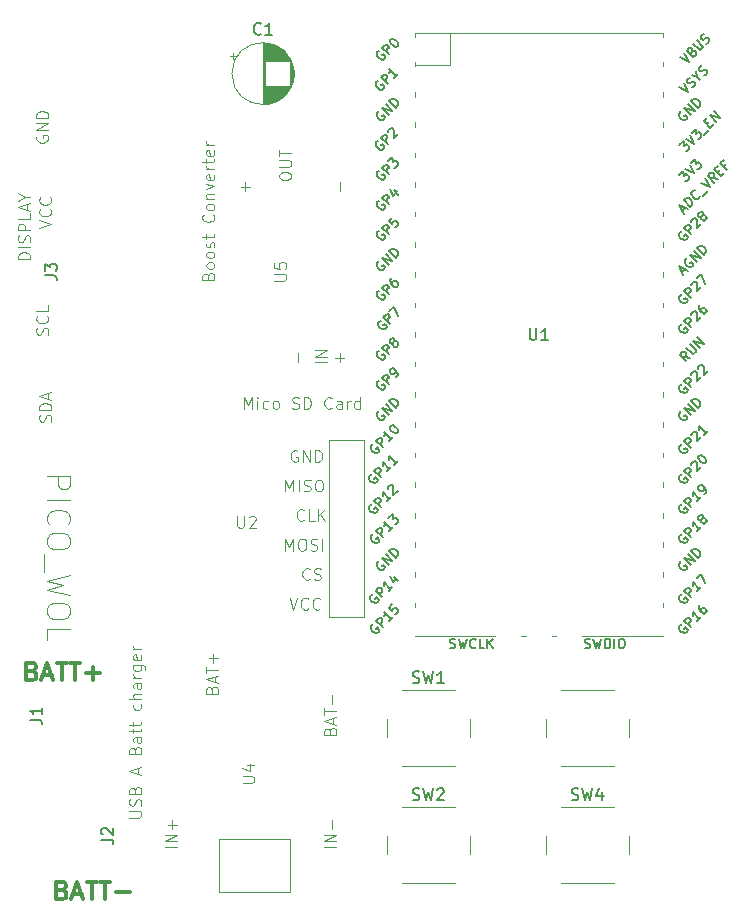
<source format=gbr>
%TF.GenerationSoftware,KiCad,Pcbnew,8.0.1*%
%TF.CreationDate,2024-06-08T21:28:12+01:00*%
%TF.ProjectId,Pico_WOL,5069636f-5f57-44f4-9c2e-6b696361645f,rev?*%
%TF.SameCoordinates,Original*%
%TF.FileFunction,Legend,Top*%
%TF.FilePolarity,Positive*%
%FSLAX46Y46*%
G04 Gerber Fmt 4.6, Leading zero omitted, Abs format (unit mm)*
G04 Created by KiCad (PCBNEW 8.0.1) date 2024-06-08 21:28:12*
%MOMM*%
%LPD*%
G01*
G04 APERTURE LIST*
%ADD10C,0.100000*%
%ADD11C,0.300000*%
%ADD12C,0.150000*%
%ADD13C,0.120000*%
G04 APERTURE END LIST*
D10*
X51244038Y-94168306D02*
X51196419Y-94263544D01*
X51196419Y-94263544D02*
X51196419Y-94406401D01*
X51196419Y-94406401D02*
X51244038Y-94549258D01*
X51244038Y-94549258D02*
X51339276Y-94644496D01*
X51339276Y-94644496D02*
X51434514Y-94692115D01*
X51434514Y-94692115D02*
X51624990Y-94739734D01*
X51624990Y-94739734D02*
X51767847Y-94739734D01*
X51767847Y-94739734D02*
X51958323Y-94692115D01*
X51958323Y-94692115D02*
X52053561Y-94644496D01*
X52053561Y-94644496D02*
X52148800Y-94549258D01*
X52148800Y-94549258D02*
X52196419Y-94406401D01*
X52196419Y-94406401D02*
X52196419Y-94311163D01*
X52196419Y-94311163D02*
X52148800Y-94168306D01*
X52148800Y-94168306D02*
X52101180Y-94120687D01*
X52101180Y-94120687D02*
X51767847Y-94120687D01*
X51767847Y-94120687D02*
X51767847Y-94311163D01*
X52196419Y-93692115D02*
X51196419Y-93692115D01*
X51196419Y-93692115D02*
X52196419Y-93120687D01*
X52196419Y-93120687D02*
X51196419Y-93120687D01*
X52196419Y-92644496D02*
X51196419Y-92644496D01*
X51196419Y-92644496D02*
X51196419Y-92406401D01*
X51196419Y-92406401D02*
X51244038Y-92263544D01*
X51244038Y-92263544D02*
X51339276Y-92168306D01*
X51339276Y-92168306D02*
X51434514Y-92120687D01*
X51434514Y-92120687D02*
X51624990Y-92073068D01*
X51624990Y-92073068D02*
X51767847Y-92073068D01*
X51767847Y-92073068D02*
X51958323Y-92120687D01*
X51958323Y-92120687D02*
X52053561Y-92168306D01*
X52053561Y-92168306D02*
X52148800Y-92263544D01*
X52148800Y-92263544D02*
X52196419Y-92406401D01*
X52196419Y-92406401D02*
X52196419Y-92644496D01*
D11*
X53378510Y-158019114D02*
X53592796Y-158090542D01*
X53592796Y-158090542D02*
X53664225Y-158161971D01*
X53664225Y-158161971D02*
X53735653Y-158304828D01*
X53735653Y-158304828D02*
X53735653Y-158519114D01*
X53735653Y-158519114D02*
X53664225Y-158661971D01*
X53664225Y-158661971D02*
X53592796Y-158733400D01*
X53592796Y-158733400D02*
X53449939Y-158804828D01*
X53449939Y-158804828D02*
X52878510Y-158804828D01*
X52878510Y-158804828D02*
X52878510Y-157304828D01*
X52878510Y-157304828D02*
X53378510Y-157304828D01*
X53378510Y-157304828D02*
X53521368Y-157376257D01*
X53521368Y-157376257D02*
X53592796Y-157447685D01*
X53592796Y-157447685D02*
X53664225Y-157590542D01*
X53664225Y-157590542D02*
X53664225Y-157733400D01*
X53664225Y-157733400D02*
X53592796Y-157876257D01*
X53592796Y-157876257D02*
X53521368Y-157947685D01*
X53521368Y-157947685D02*
X53378510Y-158019114D01*
X53378510Y-158019114D02*
X52878510Y-158019114D01*
X54307082Y-158376257D02*
X55021368Y-158376257D01*
X54164225Y-158804828D02*
X54664225Y-157304828D01*
X54664225Y-157304828D02*
X55164225Y-158804828D01*
X55449939Y-157304828D02*
X56307082Y-157304828D01*
X55878510Y-158804828D02*
X55878510Y-157304828D01*
X56592796Y-157304828D02*
X57449939Y-157304828D01*
X57021367Y-158804828D02*
X57021367Y-157304828D01*
X57949938Y-158233400D02*
X59092796Y-158233400D01*
D10*
X52065961Y-122969979D02*
X54065961Y-122969979D01*
X54065961Y-122969979D02*
X54065961Y-123731884D01*
X54065961Y-123731884D02*
X53970723Y-123922360D01*
X53970723Y-123922360D02*
X53875485Y-124017598D01*
X53875485Y-124017598D02*
X53685009Y-124112836D01*
X53685009Y-124112836D02*
X53399295Y-124112836D01*
X53399295Y-124112836D02*
X53208819Y-124017598D01*
X53208819Y-124017598D02*
X53113580Y-123922360D01*
X53113580Y-123922360D02*
X53018342Y-123731884D01*
X53018342Y-123731884D02*
X53018342Y-122969979D01*
X52065961Y-124969979D02*
X54065961Y-124969979D01*
X52256438Y-127065217D02*
X52161200Y-126969979D01*
X52161200Y-126969979D02*
X52065961Y-126684265D01*
X52065961Y-126684265D02*
X52065961Y-126493789D01*
X52065961Y-126493789D02*
X52161200Y-126208074D01*
X52161200Y-126208074D02*
X52351676Y-126017598D01*
X52351676Y-126017598D02*
X52542152Y-125922360D01*
X52542152Y-125922360D02*
X52923104Y-125827122D01*
X52923104Y-125827122D02*
X53208819Y-125827122D01*
X53208819Y-125827122D02*
X53589771Y-125922360D01*
X53589771Y-125922360D02*
X53780247Y-126017598D01*
X53780247Y-126017598D02*
X53970723Y-126208074D01*
X53970723Y-126208074D02*
X54065961Y-126493789D01*
X54065961Y-126493789D02*
X54065961Y-126684265D01*
X54065961Y-126684265D02*
X53970723Y-126969979D01*
X53970723Y-126969979D02*
X53875485Y-127065217D01*
X54065961Y-128303312D02*
X54065961Y-128684265D01*
X54065961Y-128684265D02*
X53970723Y-128874741D01*
X53970723Y-128874741D02*
X53780247Y-129065217D01*
X53780247Y-129065217D02*
X53399295Y-129160455D01*
X53399295Y-129160455D02*
X52732628Y-129160455D01*
X52732628Y-129160455D02*
X52351676Y-129065217D01*
X52351676Y-129065217D02*
X52161200Y-128874741D01*
X52161200Y-128874741D02*
X52065961Y-128684265D01*
X52065961Y-128684265D02*
X52065961Y-128303312D01*
X52065961Y-128303312D02*
X52161200Y-128112836D01*
X52161200Y-128112836D02*
X52351676Y-127922360D01*
X52351676Y-127922360D02*
X52732628Y-127827122D01*
X52732628Y-127827122D02*
X53399295Y-127827122D01*
X53399295Y-127827122D02*
X53780247Y-127922360D01*
X53780247Y-127922360D02*
X53970723Y-128112836D01*
X53970723Y-128112836D02*
X54065961Y-128303312D01*
X51875485Y-129541408D02*
X51875485Y-131065217D01*
X54065961Y-131350932D02*
X52065961Y-131827122D01*
X52065961Y-131827122D02*
X53494533Y-132208075D01*
X53494533Y-132208075D02*
X52065961Y-132589027D01*
X52065961Y-132589027D02*
X54065961Y-133065218D01*
X54065961Y-134208074D02*
X54065961Y-134589027D01*
X54065961Y-134589027D02*
X53970723Y-134779503D01*
X53970723Y-134779503D02*
X53780247Y-134969979D01*
X53780247Y-134969979D02*
X53399295Y-135065217D01*
X53399295Y-135065217D02*
X52732628Y-135065217D01*
X52732628Y-135065217D02*
X52351676Y-134969979D01*
X52351676Y-134969979D02*
X52161200Y-134779503D01*
X52161200Y-134779503D02*
X52065961Y-134589027D01*
X52065961Y-134589027D02*
X52065961Y-134208074D01*
X52065961Y-134208074D02*
X52161200Y-134017598D01*
X52161200Y-134017598D02*
X52351676Y-133827122D01*
X52351676Y-133827122D02*
X52732628Y-133731884D01*
X52732628Y-133731884D02*
X53399295Y-133731884D01*
X53399295Y-133731884D02*
X53780247Y-133827122D01*
X53780247Y-133827122D02*
X53970723Y-134017598D01*
X53970723Y-134017598D02*
X54065961Y-134208074D01*
X52065961Y-136874741D02*
X52065961Y-135922360D01*
X52065961Y-135922360D02*
X54065961Y-135922360D01*
X50672419Y-104598115D02*
X49672419Y-104598115D01*
X49672419Y-104598115D02*
X49672419Y-104360020D01*
X49672419Y-104360020D02*
X49720038Y-104217163D01*
X49720038Y-104217163D02*
X49815276Y-104121925D01*
X49815276Y-104121925D02*
X49910514Y-104074306D01*
X49910514Y-104074306D02*
X50100990Y-104026687D01*
X50100990Y-104026687D02*
X50243847Y-104026687D01*
X50243847Y-104026687D02*
X50434323Y-104074306D01*
X50434323Y-104074306D02*
X50529561Y-104121925D01*
X50529561Y-104121925D02*
X50624800Y-104217163D01*
X50624800Y-104217163D02*
X50672419Y-104360020D01*
X50672419Y-104360020D02*
X50672419Y-104598115D01*
X50672419Y-103598115D02*
X49672419Y-103598115D01*
X50624800Y-103169544D02*
X50672419Y-103026687D01*
X50672419Y-103026687D02*
X50672419Y-102788592D01*
X50672419Y-102788592D02*
X50624800Y-102693354D01*
X50624800Y-102693354D02*
X50577180Y-102645735D01*
X50577180Y-102645735D02*
X50481942Y-102598116D01*
X50481942Y-102598116D02*
X50386704Y-102598116D01*
X50386704Y-102598116D02*
X50291466Y-102645735D01*
X50291466Y-102645735D02*
X50243847Y-102693354D01*
X50243847Y-102693354D02*
X50196228Y-102788592D01*
X50196228Y-102788592D02*
X50148609Y-102979068D01*
X50148609Y-102979068D02*
X50100990Y-103074306D01*
X50100990Y-103074306D02*
X50053371Y-103121925D01*
X50053371Y-103121925D02*
X49958133Y-103169544D01*
X49958133Y-103169544D02*
X49862895Y-103169544D01*
X49862895Y-103169544D02*
X49767657Y-103121925D01*
X49767657Y-103121925D02*
X49720038Y-103074306D01*
X49720038Y-103074306D02*
X49672419Y-102979068D01*
X49672419Y-102979068D02*
X49672419Y-102740973D01*
X49672419Y-102740973D02*
X49720038Y-102598116D01*
X50672419Y-102169544D02*
X49672419Y-102169544D01*
X49672419Y-102169544D02*
X49672419Y-101788592D01*
X49672419Y-101788592D02*
X49720038Y-101693354D01*
X49720038Y-101693354D02*
X49767657Y-101645735D01*
X49767657Y-101645735D02*
X49862895Y-101598116D01*
X49862895Y-101598116D02*
X50005752Y-101598116D01*
X50005752Y-101598116D02*
X50100990Y-101645735D01*
X50100990Y-101645735D02*
X50148609Y-101693354D01*
X50148609Y-101693354D02*
X50196228Y-101788592D01*
X50196228Y-101788592D02*
X50196228Y-102169544D01*
X50672419Y-100693354D02*
X50672419Y-101169544D01*
X50672419Y-101169544D02*
X49672419Y-101169544D01*
X50386704Y-100407639D02*
X50386704Y-99931449D01*
X50672419Y-100502877D02*
X49672419Y-100169544D01*
X49672419Y-100169544D02*
X50672419Y-99836211D01*
X50196228Y-99312401D02*
X50672419Y-99312401D01*
X49672419Y-99645734D02*
X50196228Y-99312401D01*
X50196228Y-99312401D02*
X49672419Y-98979068D01*
X51450419Y-101946972D02*
X52450419Y-101613639D01*
X52450419Y-101613639D02*
X51450419Y-101280306D01*
X52355180Y-100375544D02*
X52402800Y-100423163D01*
X52402800Y-100423163D02*
X52450419Y-100566020D01*
X52450419Y-100566020D02*
X52450419Y-100661258D01*
X52450419Y-100661258D02*
X52402800Y-100804115D01*
X52402800Y-100804115D02*
X52307561Y-100899353D01*
X52307561Y-100899353D02*
X52212323Y-100946972D01*
X52212323Y-100946972D02*
X52021847Y-100994591D01*
X52021847Y-100994591D02*
X51878990Y-100994591D01*
X51878990Y-100994591D02*
X51688514Y-100946972D01*
X51688514Y-100946972D02*
X51593276Y-100899353D01*
X51593276Y-100899353D02*
X51498038Y-100804115D01*
X51498038Y-100804115D02*
X51450419Y-100661258D01*
X51450419Y-100661258D02*
X51450419Y-100566020D01*
X51450419Y-100566020D02*
X51498038Y-100423163D01*
X51498038Y-100423163D02*
X51545657Y-100375544D01*
X52355180Y-99375544D02*
X52402800Y-99423163D01*
X52402800Y-99423163D02*
X52450419Y-99566020D01*
X52450419Y-99566020D02*
X52450419Y-99661258D01*
X52450419Y-99661258D02*
X52402800Y-99804115D01*
X52402800Y-99804115D02*
X52307561Y-99899353D01*
X52307561Y-99899353D02*
X52212323Y-99946972D01*
X52212323Y-99946972D02*
X52021847Y-99994591D01*
X52021847Y-99994591D02*
X51878990Y-99994591D01*
X51878990Y-99994591D02*
X51688514Y-99946972D01*
X51688514Y-99946972D02*
X51593276Y-99899353D01*
X51593276Y-99899353D02*
X51498038Y-99804115D01*
X51498038Y-99804115D02*
X51450419Y-99661258D01*
X51450419Y-99661258D02*
X51450419Y-99566020D01*
X51450419Y-99566020D02*
X51498038Y-99423163D01*
X51498038Y-99423163D02*
X51545657Y-99375544D01*
D11*
X50838510Y-139477114D02*
X51052796Y-139548542D01*
X51052796Y-139548542D02*
X51124225Y-139619971D01*
X51124225Y-139619971D02*
X51195653Y-139762828D01*
X51195653Y-139762828D02*
X51195653Y-139977114D01*
X51195653Y-139977114D02*
X51124225Y-140119971D01*
X51124225Y-140119971D02*
X51052796Y-140191400D01*
X51052796Y-140191400D02*
X50909939Y-140262828D01*
X50909939Y-140262828D02*
X50338510Y-140262828D01*
X50338510Y-140262828D02*
X50338510Y-138762828D01*
X50338510Y-138762828D02*
X50838510Y-138762828D01*
X50838510Y-138762828D02*
X50981368Y-138834257D01*
X50981368Y-138834257D02*
X51052796Y-138905685D01*
X51052796Y-138905685D02*
X51124225Y-139048542D01*
X51124225Y-139048542D02*
X51124225Y-139191400D01*
X51124225Y-139191400D02*
X51052796Y-139334257D01*
X51052796Y-139334257D02*
X50981368Y-139405685D01*
X50981368Y-139405685D02*
X50838510Y-139477114D01*
X50838510Y-139477114D02*
X50338510Y-139477114D01*
X51767082Y-139834257D02*
X52481368Y-139834257D01*
X51624225Y-140262828D02*
X52124225Y-138762828D01*
X52124225Y-138762828D02*
X52624225Y-140262828D01*
X52909939Y-138762828D02*
X53767082Y-138762828D01*
X53338510Y-140262828D02*
X53338510Y-138762828D01*
X54052796Y-138762828D02*
X54909939Y-138762828D01*
X54481367Y-140262828D02*
X54481367Y-138762828D01*
X55409938Y-139691400D02*
X56552796Y-139691400D01*
X55981367Y-140262828D02*
X55981367Y-139119971D01*
D10*
X52402800Y-118361734D02*
X52450419Y-118218877D01*
X52450419Y-118218877D02*
X52450419Y-117980782D01*
X52450419Y-117980782D02*
X52402800Y-117885544D01*
X52402800Y-117885544D02*
X52355180Y-117837925D01*
X52355180Y-117837925D02*
X52259942Y-117790306D01*
X52259942Y-117790306D02*
X52164704Y-117790306D01*
X52164704Y-117790306D02*
X52069466Y-117837925D01*
X52069466Y-117837925D02*
X52021847Y-117885544D01*
X52021847Y-117885544D02*
X51974228Y-117980782D01*
X51974228Y-117980782D02*
X51926609Y-118171258D01*
X51926609Y-118171258D02*
X51878990Y-118266496D01*
X51878990Y-118266496D02*
X51831371Y-118314115D01*
X51831371Y-118314115D02*
X51736133Y-118361734D01*
X51736133Y-118361734D02*
X51640895Y-118361734D01*
X51640895Y-118361734D02*
X51545657Y-118314115D01*
X51545657Y-118314115D02*
X51498038Y-118266496D01*
X51498038Y-118266496D02*
X51450419Y-118171258D01*
X51450419Y-118171258D02*
X51450419Y-117933163D01*
X51450419Y-117933163D02*
X51498038Y-117790306D01*
X52450419Y-117361734D02*
X51450419Y-117361734D01*
X51450419Y-117361734D02*
X51450419Y-117123639D01*
X51450419Y-117123639D02*
X51498038Y-116980782D01*
X51498038Y-116980782D02*
X51593276Y-116885544D01*
X51593276Y-116885544D02*
X51688514Y-116837925D01*
X51688514Y-116837925D02*
X51878990Y-116790306D01*
X51878990Y-116790306D02*
X52021847Y-116790306D01*
X52021847Y-116790306D02*
X52212323Y-116837925D01*
X52212323Y-116837925D02*
X52307561Y-116885544D01*
X52307561Y-116885544D02*
X52402800Y-116980782D01*
X52402800Y-116980782D02*
X52450419Y-117123639D01*
X52450419Y-117123639D02*
X52450419Y-117361734D01*
X52164704Y-116409353D02*
X52164704Y-115933163D01*
X52450419Y-116504591D02*
X51450419Y-116171258D01*
X51450419Y-116171258D02*
X52450419Y-115837925D01*
X52148800Y-110995734D02*
X52196419Y-110852877D01*
X52196419Y-110852877D02*
X52196419Y-110614782D01*
X52196419Y-110614782D02*
X52148800Y-110519544D01*
X52148800Y-110519544D02*
X52101180Y-110471925D01*
X52101180Y-110471925D02*
X52005942Y-110424306D01*
X52005942Y-110424306D02*
X51910704Y-110424306D01*
X51910704Y-110424306D02*
X51815466Y-110471925D01*
X51815466Y-110471925D02*
X51767847Y-110519544D01*
X51767847Y-110519544D02*
X51720228Y-110614782D01*
X51720228Y-110614782D02*
X51672609Y-110805258D01*
X51672609Y-110805258D02*
X51624990Y-110900496D01*
X51624990Y-110900496D02*
X51577371Y-110948115D01*
X51577371Y-110948115D02*
X51482133Y-110995734D01*
X51482133Y-110995734D02*
X51386895Y-110995734D01*
X51386895Y-110995734D02*
X51291657Y-110948115D01*
X51291657Y-110948115D02*
X51244038Y-110900496D01*
X51244038Y-110900496D02*
X51196419Y-110805258D01*
X51196419Y-110805258D02*
X51196419Y-110567163D01*
X51196419Y-110567163D02*
X51244038Y-110424306D01*
X52101180Y-109424306D02*
X52148800Y-109471925D01*
X52148800Y-109471925D02*
X52196419Y-109614782D01*
X52196419Y-109614782D02*
X52196419Y-109710020D01*
X52196419Y-109710020D02*
X52148800Y-109852877D01*
X52148800Y-109852877D02*
X52053561Y-109948115D01*
X52053561Y-109948115D02*
X51958323Y-109995734D01*
X51958323Y-109995734D02*
X51767847Y-110043353D01*
X51767847Y-110043353D02*
X51624990Y-110043353D01*
X51624990Y-110043353D02*
X51434514Y-109995734D01*
X51434514Y-109995734D02*
X51339276Y-109948115D01*
X51339276Y-109948115D02*
X51244038Y-109852877D01*
X51244038Y-109852877D02*
X51196419Y-109710020D01*
X51196419Y-109710020D02*
X51196419Y-109614782D01*
X51196419Y-109614782D02*
X51244038Y-109471925D01*
X51244038Y-109471925D02*
X51291657Y-109424306D01*
X52196419Y-108519544D02*
X52196419Y-108995734D01*
X52196419Y-108995734D02*
X51196419Y-108995734D01*
X71347419Y-106425904D02*
X72156942Y-106425904D01*
X72156942Y-106425904D02*
X72252180Y-106378285D01*
X72252180Y-106378285D02*
X72299800Y-106330666D01*
X72299800Y-106330666D02*
X72347419Y-106235428D01*
X72347419Y-106235428D02*
X72347419Y-106044952D01*
X72347419Y-106044952D02*
X72299800Y-105949714D01*
X72299800Y-105949714D02*
X72252180Y-105902095D01*
X72252180Y-105902095D02*
X72156942Y-105854476D01*
X72156942Y-105854476D02*
X71347419Y-105854476D01*
X71347419Y-104902095D02*
X71347419Y-105378285D01*
X71347419Y-105378285D02*
X71823609Y-105425904D01*
X71823609Y-105425904D02*
X71775990Y-105378285D01*
X71775990Y-105378285D02*
X71728371Y-105283047D01*
X71728371Y-105283047D02*
X71728371Y-105044952D01*
X71728371Y-105044952D02*
X71775990Y-104949714D01*
X71775990Y-104949714D02*
X71823609Y-104902095D01*
X71823609Y-104902095D02*
X71918847Y-104854476D01*
X71918847Y-104854476D02*
X72156942Y-104854476D01*
X72156942Y-104854476D02*
X72252180Y-104902095D01*
X72252180Y-104902095D02*
X72299800Y-104949714D01*
X72299800Y-104949714D02*
X72347419Y-105044952D01*
X72347419Y-105044952D02*
X72347419Y-105283047D01*
X72347419Y-105283047D02*
X72299800Y-105378285D01*
X72299800Y-105378285D02*
X72252180Y-105425904D01*
X65738609Y-106026782D02*
X65786228Y-105883925D01*
X65786228Y-105883925D02*
X65833847Y-105836306D01*
X65833847Y-105836306D02*
X65929085Y-105788687D01*
X65929085Y-105788687D02*
X66071942Y-105788687D01*
X66071942Y-105788687D02*
X66167180Y-105836306D01*
X66167180Y-105836306D02*
X66214800Y-105883925D01*
X66214800Y-105883925D02*
X66262419Y-105979163D01*
X66262419Y-105979163D02*
X66262419Y-106360115D01*
X66262419Y-106360115D02*
X65262419Y-106360115D01*
X65262419Y-106360115D02*
X65262419Y-106026782D01*
X65262419Y-106026782D02*
X65310038Y-105931544D01*
X65310038Y-105931544D02*
X65357657Y-105883925D01*
X65357657Y-105883925D02*
X65452895Y-105836306D01*
X65452895Y-105836306D02*
X65548133Y-105836306D01*
X65548133Y-105836306D02*
X65643371Y-105883925D01*
X65643371Y-105883925D02*
X65690990Y-105931544D01*
X65690990Y-105931544D02*
X65738609Y-106026782D01*
X65738609Y-106026782D02*
X65738609Y-106360115D01*
X66262419Y-105217258D02*
X66214800Y-105312496D01*
X66214800Y-105312496D02*
X66167180Y-105360115D01*
X66167180Y-105360115D02*
X66071942Y-105407734D01*
X66071942Y-105407734D02*
X65786228Y-105407734D01*
X65786228Y-105407734D02*
X65690990Y-105360115D01*
X65690990Y-105360115D02*
X65643371Y-105312496D01*
X65643371Y-105312496D02*
X65595752Y-105217258D01*
X65595752Y-105217258D02*
X65595752Y-105074401D01*
X65595752Y-105074401D02*
X65643371Y-104979163D01*
X65643371Y-104979163D02*
X65690990Y-104931544D01*
X65690990Y-104931544D02*
X65786228Y-104883925D01*
X65786228Y-104883925D02*
X66071942Y-104883925D01*
X66071942Y-104883925D02*
X66167180Y-104931544D01*
X66167180Y-104931544D02*
X66214800Y-104979163D01*
X66214800Y-104979163D02*
X66262419Y-105074401D01*
X66262419Y-105074401D02*
X66262419Y-105217258D01*
X66262419Y-104312496D02*
X66214800Y-104407734D01*
X66214800Y-104407734D02*
X66167180Y-104455353D01*
X66167180Y-104455353D02*
X66071942Y-104502972D01*
X66071942Y-104502972D02*
X65786228Y-104502972D01*
X65786228Y-104502972D02*
X65690990Y-104455353D01*
X65690990Y-104455353D02*
X65643371Y-104407734D01*
X65643371Y-104407734D02*
X65595752Y-104312496D01*
X65595752Y-104312496D02*
X65595752Y-104169639D01*
X65595752Y-104169639D02*
X65643371Y-104074401D01*
X65643371Y-104074401D02*
X65690990Y-104026782D01*
X65690990Y-104026782D02*
X65786228Y-103979163D01*
X65786228Y-103979163D02*
X66071942Y-103979163D01*
X66071942Y-103979163D02*
X66167180Y-104026782D01*
X66167180Y-104026782D02*
X66214800Y-104074401D01*
X66214800Y-104074401D02*
X66262419Y-104169639D01*
X66262419Y-104169639D02*
X66262419Y-104312496D01*
X66214800Y-103598210D02*
X66262419Y-103502972D01*
X66262419Y-103502972D02*
X66262419Y-103312496D01*
X66262419Y-103312496D02*
X66214800Y-103217258D01*
X66214800Y-103217258D02*
X66119561Y-103169639D01*
X66119561Y-103169639D02*
X66071942Y-103169639D01*
X66071942Y-103169639D02*
X65976704Y-103217258D01*
X65976704Y-103217258D02*
X65929085Y-103312496D01*
X65929085Y-103312496D02*
X65929085Y-103455353D01*
X65929085Y-103455353D02*
X65881466Y-103550591D01*
X65881466Y-103550591D02*
X65786228Y-103598210D01*
X65786228Y-103598210D02*
X65738609Y-103598210D01*
X65738609Y-103598210D02*
X65643371Y-103550591D01*
X65643371Y-103550591D02*
X65595752Y-103455353D01*
X65595752Y-103455353D02*
X65595752Y-103312496D01*
X65595752Y-103312496D02*
X65643371Y-103217258D01*
X65595752Y-102883924D02*
X65595752Y-102502972D01*
X65262419Y-102741067D02*
X66119561Y-102741067D01*
X66119561Y-102741067D02*
X66214800Y-102693448D01*
X66214800Y-102693448D02*
X66262419Y-102598210D01*
X66262419Y-102598210D02*
X66262419Y-102502972D01*
X66167180Y-100836305D02*
X66214800Y-100883924D01*
X66214800Y-100883924D02*
X66262419Y-101026781D01*
X66262419Y-101026781D02*
X66262419Y-101122019D01*
X66262419Y-101122019D02*
X66214800Y-101264876D01*
X66214800Y-101264876D02*
X66119561Y-101360114D01*
X66119561Y-101360114D02*
X66024323Y-101407733D01*
X66024323Y-101407733D02*
X65833847Y-101455352D01*
X65833847Y-101455352D02*
X65690990Y-101455352D01*
X65690990Y-101455352D02*
X65500514Y-101407733D01*
X65500514Y-101407733D02*
X65405276Y-101360114D01*
X65405276Y-101360114D02*
X65310038Y-101264876D01*
X65310038Y-101264876D02*
X65262419Y-101122019D01*
X65262419Y-101122019D02*
X65262419Y-101026781D01*
X65262419Y-101026781D02*
X65310038Y-100883924D01*
X65310038Y-100883924D02*
X65357657Y-100836305D01*
X66262419Y-100264876D02*
X66214800Y-100360114D01*
X66214800Y-100360114D02*
X66167180Y-100407733D01*
X66167180Y-100407733D02*
X66071942Y-100455352D01*
X66071942Y-100455352D02*
X65786228Y-100455352D01*
X65786228Y-100455352D02*
X65690990Y-100407733D01*
X65690990Y-100407733D02*
X65643371Y-100360114D01*
X65643371Y-100360114D02*
X65595752Y-100264876D01*
X65595752Y-100264876D02*
X65595752Y-100122019D01*
X65595752Y-100122019D02*
X65643371Y-100026781D01*
X65643371Y-100026781D02*
X65690990Y-99979162D01*
X65690990Y-99979162D02*
X65786228Y-99931543D01*
X65786228Y-99931543D02*
X66071942Y-99931543D01*
X66071942Y-99931543D02*
X66167180Y-99979162D01*
X66167180Y-99979162D02*
X66214800Y-100026781D01*
X66214800Y-100026781D02*
X66262419Y-100122019D01*
X66262419Y-100122019D02*
X66262419Y-100264876D01*
X65595752Y-99502971D02*
X66262419Y-99502971D01*
X65690990Y-99502971D02*
X65643371Y-99455352D01*
X65643371Y-99455352D02*
X65595752Y-99360114D01*
X65595752Y-99360114D02*
X65595752Y-99217257D01*
X65595752Y-99217257D02*
X65643371Y-99122019D01*
X65643371Y-99122019D02*
X65738609Y-99074400D01*
X65738609Y-99074400D02*
X66262419Y-99074400D01*
X65595752Y-98693447D02*
X66262419Y-98455352D01*
X66262419Y-98455352D02*
X65595752Y-98217257D01*
X66214800Y-97455352D02*
X66262419Y-97550590D01*
X66262419Y-97550590D02*
X66262419Y-97741066D01*
X66262419Y-97741066D02*
X66214800Y-97836304D01*
X66214800Y-97836304D02*
X66119561Y-97883923D01*
X66119561Y-97883923D02*
X65738609Y-97883923D01*
X65738609Y-97883923D02*
X65643371Y-97836304D01*
X65643371Y-97836304D02*
X65595752Y-97741066D01*
X65595752Y-97741066D02*
X65595752Y-97550590D01*
X65595752Y-97550590D02*
X65643371Y-97455352D01*
X65643371Y-97455352D02*
X65738609Y-97407733D01*
X65738609Y-97407733D02*
X65833847Y-97407733D01*
X65833847Y-97407733D02*
X65929085Y-97883923D01*
X66262419Y-96979161D02*
X65595752Y-96979161D01*
X65786228Y-96979161D02*
X65690990Y-96931542D01*
X65690990Y-96931542D02*
X65643371Y-96883923D01*
X65643371Y-96883923D02*
X65595752Y-96788685D01*
X65595752Y-96788685D02*
X65595752Y-96693447D01*
X65595752Y-96502970D02*
X65595752Y-96122018D01*
X65262419Y-96360113D02*
X66119561Y-96360113D01*
X66119561Y-96360113D02*
X66214800Y-96312494D01*
X66214800Y-96312494D02*
X66262419Y-96217256D01*
X66262419Y-96217256D02*
X66262419Y-96122018D01*
X66214800Y-95407732D02*
X66262419Y-95502970D01*
X66262419Y-95502970D02*
X66262419Y-95693446D01*
X66262419Y-95693446D02*
X66214800Y-95788684D01*
X66214800Y-95788684D02*
X66119561Y-95836303D01*
X66119561Y-95836303D02*
X65738609Y-95836303D01*
X65738609Y-95836303D02*
X65643371Y-95788684D01*
X65643371Y-95788684D02*
X65595752Y-95693446D01*
X65595752Y-95693446D02*
X65595752Y-95502970D01*
X65595752Y-95502970D02*
X65643371Y-95407732D01*
X65643371Y-95407732D02*
X65738609Y-95360113D01*
X65738609Y-95360113D02*
X65833847Y-95360113D01*
X65833847Y-95360113D02*
X65929085Y-95836303D01*
X66262419Y-94931541D02*
X65595752Y-94931541D01*
X65786228Y-94931541D02*
X65690990Y-94883922D01*
X65690990Y-94883922D02*
X65643371Y-94836303D01*
X65643371Y-94836303D02*
X65595752Y-94741065D01*
X65595752Y-94741065D02*
X65595752Y-94645827D01*
X73381466Y-113360115D02*
X73381466Y-112598211D01*
X68881466Y-98860115D02*
X68881466Y-98098211D01*
X69262419Y-98479163D02*
X68500514Y-98479163D01*
X76881466Y-113360115D02*
X76881466Y-112598211D01*
X77262419Y-112979163D02*
X76500514Y-112979163D01*
X71762419Y-97669639D02*
X71762419Y-97479163D01*
X71762419Y-97479163D02*
X71810038Y-97383925D01*
X71810038Y-97383925D02*
X71905276Y-97288687D01*
X71905276Y-97288687D02*
X72095752Y-97241068D01*
X72095752Y-97241068D02*
X72429085Y-97241068D01*
X72429085Y-97241068D02*
X72619561Y-97288687D01*
X72619561Y-97288687D02*
X72714800Y-97383925D01*
X72714800Y-97383925D02*
X72762419Y-97479163D01*
X72762419Y-97479163D02*
X72762419Y-97669639D01*
X72762419Y-97669639D02*
X72714800Y-97764877D01*
X72714800Y-97764877D02*
X72619561Y-97860115D01*
X72619561Y-97860115D02*
X72429085Y-97907734D01*
X72429085Y-97907734D02*
X72095752Y-97907734D01*
X72095752Y-97907734D02*
X71905276Y-97860115D01*
X71905276Y-97860115D02*
X71810038Y-97764877D01*
X71810038Y-97764877D02*
X71762419Y-97669639D01*
X71762419Y-96812496D02*
X72571942Y-96812496D01*
X72571942Y-96812496D02*
X72667180Y-96764877D01*
X72667180Y-96764877D02*
X72714800Y-96717258D01*
X72714800Y-96717258D02*
X72762419Y-96622020D01*
X72762419Y-96622020D02*
X72762419Y-96431544D01*
X72762419Y-96431544D02*
X72714800Y-96336306D01*
X72714800Y-96336306D02*
X72667180Y-96288687D01*
X72667180Y-96288687D02*
X72571942Y-96241068D01*
X72571942Y-96241068D02*
X71762419Y-96241068D01*
X71762419Y-95907734D02*
X71762419Y-95336306D01*
X72762419Y-95622020D02*
X71762419Y-95622020D01*
X75762419Y-113360115D02*
X74762419Y-113360115D01*
X75762419Y-112883925D02*
X74762419Y-112883925D01*
X74762419Y-112883925D02*
X75762419Y-112312497D01*
X75762419Y-112312497D02*
X74762419Y-112312497D01*
X76881466Y-98860115D02*
X76881466Y-98098211D01*
X68657419Y-148953904D02*
X69466942Y-148953904D01*
X69466942Y-148953904D02*
X69562180Y-148906285D01*
X69562180Y-148906285D02*
X69609800Y-148858666D01*
X69609800Y-148858666D02*
X69657419Y-148763428D01*
X69657419Y-148763428D02*
X69657419Y-148572952D01*
X69657419Y-148572952D02*
X69609800Y-148477714D01*
X69609800Y-148477714D02*
X69562180Y-148430095D01*
X69562180Y-148430095D02*
X69466942Y-148382476D01*
X69466942Y-148382476D02*
X68657419Y-148382476D01*
X68990752Y-147477714D02*
X69657419Y-147477714D01*
X68609800Y-147715809D02*
X69324085Y-147953904D01*
X69324085Y-147953904D02*
X69324085Y-147334857D01*
X66048609Y-141054782D02*
X66096228Y-140911925D01*
X66096228Y-140911925D02*
X66143847Y-140864306D01*
X66143847Y-140864306D02*
X66239085Y-140816687D01*
X66239085Y-140816687D02*
X66381942Y-140816687D01*
X66381942Y-140816687D02*
X66477180Y-140864306D01*
X66477180Y-140864306D02*
X66524800Y-140911925D01*
X66524800Y-140911925D02*
X66572419Y-141007163D01*
X66572419Y-141007163D02*
X66572419Y-141388115D01*
X66572419Y-141388115D02*
X65572419Y-141388115D01*
X65572419Y-141388115D02*
X65572419Y-141054782D01*
X65572419Y-141054782D02*
X65620038Y-140959544D01*
X65620038Y-140959544D02*
X65667657Y-140911925D01*
X65667657Y-140911925D02*
X65762895Y-140864306D01*
X65762895Y-140864306D02*
X65858133Y-140864306D01*
X65858133Y-140864306D02*
X65953371Y-140911925D01*
X65953371Y-140911925D02*
X66000990Y-140959544D01*
X66000990Y-140959544D02*
X66048609Y-141054782D01*
X66048609Y-141054782D02*
X66048609Y-141388115D01*
X66286704Y-140435734D02*
X66286704Y-139959544D01*
X66572419Y-140530972D02*
X65572419Y-140197639D01*
X65572419Y-140197639D02*
X66572419Y-139864306D01*
X65572419Y-139673829D02*
X65572419Y-139102401D01*
X66572419Y-139388115D02*
X65572419Y-139388115D01*
X66191466Y-138769067D02*
X66191466Y-138007163D01*
X66572419Y-138388115D02*
X65810514Y-138388115D01*
X76572419Y-154388115D02*
X75572419Y-154388115D01*
X76572419Y-153911925D02*
X75572419Y-153911925D01*
X75572419Y-153911925D02*
X76572419Y-153340497D01*
X76572419Y-153340497D02*
X75572419Y-153340497D01*
X76191466Y-152864306D02*
X76191466Y-152102402D01*
X76048609Y-144554782D02*
X76096228Y-144411925D01*
X76096228Y-144411925D02*
X76143847Y-144364306D01*
X76143847Y-144364306D02*
X76239085Y-144316687D01*
X76239085Y-144316687D02*
X76381942Y-144316687D01*
X76381942Y-144316687D02*
X76477180Y-144364306D01*
X76477180Y-144364306D02*
X76524800Y-144411925D01*
X76524800Y-144411925D02*
X76572419Y-144507163D01*
X76572419Y-144507163D02*
X76572419Y-144888115D01*
X76572419Y-144888115D02*
X75572419Y-144888115D01*
X75572419Y-144888115D02*
X75572419Y-144554782D01*
X75572419Y-144554782D02*
X75620038Y-144459544D01*
X75620038Y-144459544D02*
X75667657Y-144411925D01*
X75667657Y-144411925D02*
X75762895Y-144364306D01*
X75762895Y-144364306D02*
X75858133Y-144364306D01*
X75858133Y-144364306D02*
X75953371Y-144411925D01*
X75953371Y-144411925D02*
X76000990Y-144459544D01*
X76000990Y-144459544D02*
X76048609Y-144554782D01*
X76048609Y-144554782D02*
X76048609Y-144888115D01*
X76286704Y-143935734D02*
X76286704Y-143459544D01*
X76572419Y-144030972D02*
X75572419Y-143697639D01*
X75572419Y-143697639D02*
X76572419Y-143364306D01*
X75572419Y-143173829D02*
X75572419Y-142602401D01*
X76572419Y-142888115D02*
X75572419Y-142888115D01*
X76191466Y-142269067D02*
X76191466Y-141507163D01*
X63072419Y-154388115D02*
X62072419Y-154388115D01*
X63072419Y-153911925D02*
X62072419Y-153911925D01*
X62072419Y-153911925D02*
X63072419Y-153340497D01*
X63072419Y-153340497D02*
X62072419Y-153340497D01*
X62691466Y-152864306D02*
X62691466Y-152102402D01*
X63072419Y-152483354D02*
X62310514Y-152483354D01*
X59072419Y-151888115D02*
X59881942Y-151888115D01*
X59881942Y-151888115D02*
X59977180Y-151840496D01*
X59977180Y-151840496D02*
X60024800Y-151792877D01*
X60024800Y-151792877D02*
X60072419Y-151697639D01*
X60072419Y-151697639D02*
X60072419Y-151507163D01*
X60072419Y-151507163D02*
X60024800Y-151411925D01*
X60024800Y-151411925D02*
X59977180Y-151364306D01*
X59977180Y-151364306D02*
X59881942Y-151316687D01*
X59881942Y-151316687D02*
X59072419Y-151316687D01*
X60024800Y-150888115D02*
X60072419Y-150745258D01*
X60072419Y-150745258D02*
X60072419Y-150507163D01*
X60072419Y-150507163D02*
X60024800Y-150411925D01*
X60024800Y-150411925D02*
X59977180Y-150364306D01*
X59977180Y-150364306D02*
X59881942Y-150316687D01*
X59881942Y-150316687D02*
X59786704Y-150316687D01*
X59786704Y-150316687D02*
X59691466Y-150364306D01*
X59691466Y-150364306D02*
X59643847Y-150411925D01*
X59643847Y-150411925D02*
X59596228Y-150507163D01*
X59596228Y-150507163D02*
X59548609Y-150697639D01*
X59548609Y-150697639D02*
X59500990Y-150792877D01*
X59500990Y-150792877D02*
X59453371Y-150840496D01*
X59453371Y-150840496D02*
X59358133Y-150888115D01*
X59358133Y-150888115D02*
X59262895Y-150888115D01*
X59262895Y-150888115D02*
X59167657Y-150840496D01*
X59167657Y-150840496D02*
X59120038Y-150792877D01*
X59120038Y-150792877D02*
X59072419Y-150697639D01*
X59072419Y-150697639D02*
X59072419Y-150459544D01*
X59072419Y-150459544D02*
X59120038Y-150316687D01*
X59548609Y-149554782D02*
X59596228Y-149411925D01*
X59596228Y-149411925D02*
X59643847Y-149364306D01*
X59643847Y-149364306D02*
X59739085Y-149316687D01*
X59739085Y-149316687D02*
X59881942Y-149316687D01*
X59881942Y-149316687D02*
X59977180Y-149364306D01*
X59977180Y-149364306D02*
X60024800Y-149411925D01*
X60024800Y-149411925D02*
X60072419Y-149507163D01*
X60072419Y-149507163D02*
X60072419Y-149888115D01*
X60072419Y-149888115D02*
X59072419Y-149888115D01*
X59072419Y-149888115D02*
X59072419Y-149554782D01*
X59072419Y-149554782D02*
X59120038Y-149459544D01*
X59120038Y-149459544D02*
X59167657Y-149411925D01*
X59167657Y-149411925D02*
X59262895Y-149364306D01*
X59262895Y-149364306D02*
X59358133Y-149364306D01*
X59358133Y-149364306D02*
X59453371Y-149411925D01*
X59453371Y-149411925D02*
X59500990Y-149459544D01*
X59500990Y-149459544D02*
X59548609Y-149554782D01*
X59548609Y-149554782D02*
X59548609Y-149888115D01*
X59786704Y-148173829D02*
X59786704Y-147697639D01*
X60072419Y-148269067D02*
X59072419Y-147935734D01*
X59072419Y-147935734D02*
X60072419Y-147602401D01*
X59548609Y-146173829D02*
X59596228Y-146030972D01*
X59596228Y-146030972D02*
X59643847Y-145983353D01*
X59643847Y-145983353D02*
X59739085Y-145935734D01*
X59739085Y-145935734D02*
X59881942Y-145935734D01*
X59881942Y-145935734D02*
X59977180Y-145983353D01*
X59977180Y-145983353D02*
X60024800Y-146030972D01*
X60024800Y-146030972D02*
X60072419Y-146126210D01*
X60072419Y-146126210D02*
X60072419Y-146507162D01*
X60072419Y-146507162D02*
X59072419Y-146507162D01*
X59072419Y-146507162D02*
X59072419Y-146173829D01*
X59072419Y-146173829D02*
X59120038Y-146078591D01*
X59120038Y-146078591D02*
X59167657Y-146030972D01*
X59167657Y-146030972D02*
X59262895Y-145983353D01*
X59262895Y-145983353D02*
X59358133Y-145983353D01*
X59358133Y-145983353D02*
X59453371Y-146030972D01*
X59453371Y-146030972D02*
X59500990Y-146078591D01*
X59500990Y-146078591D02*
X59548609Y-146173829D01*
X59548609Y-146173829D02*
X59548609Y-146507162D01*
X60072419Y-145078591D02*
X59548609Y-145078591D01*
X59548609Y-145078591D02*
X59453371Y-145126210D01*
X59453371Y-145126210D02*
X59405752Y-145221448D01*
X59405752Y-145221448D02*
X59405752Y-145411924D01*
X59405752Y-145411924D02*
X59453371Y-145507162D01*
X60024800Y-145078591D02*
X60072419Y-145173829D01*
X60072419Y-145173829D02*
X60072419Y-145411924D01*
X60072419Y-145411924D02*
X60024800Y-145507162D01*
X60024800Y-145507162D02*
X59929561Y-145554781D01*
X59929561Y-145554781D02*
X59834323Y-145554781D01*
X59834323Y-145554781D02*
X59739085Y-145507162D01*
X59739085Y-145507162D02*
X59691466Y-145411924D01*
X59691466Y-145411924D02*
X59691466Y-145173829D01*
X59691466Y-145173829D02*
X59643847Y-145078591D01*
X59405752Y-144745257D02*
X59405752Y-144364305D01*
X59072419Y-144602400D02*
X59929561Y-144602400D01*
X59929561Y-144602400D02*
X60024800Y-144554781D01*
X60024800Y-144554781D02*
X60072419Y-144459543D01*
X60072419Y-144459543D02*
X60072419Y-144364305D01*
X59405752Y-144173828D02*
X59405752Y-143792876D01*
X59072419Y-144030971D02*
X59929561Y-144030971D01*
X59929561Y-144030971D02*
X60024800Y-143983352D01*
X60024800Y-143983352D02*
X60072419Y-143888114D01*
X60072419Y-143888114D02*
X60072419Y-143792876D01*
X60024800Y-142269066D02*
X60072419Y-142364304D01*
X60072419Y-142364304D02*
X60072419Y-142554780D01*
X60072419Y-142554780D02*
X60024800Y-142650018D01*
X60024800Y-142650018D02*
X59977180Y-142697637D01*
X59977180Y-142697637D02*
X59881942Y-142745256D01*
X59881942Y-142745256D02*
X59596228Y-142745256D01*
X59596228Y-142745256D02*
X59500990Y-142697637D01*
X59500990Y-142697637D02*
X59453371Y-142650018D01*
X59453371Y-142650018D02*
X59405752Y-142554780D01*
X59405752Y-142554780D02*
X59405752Y-142364304D01*
X59405752Y-142364304D02*
X59453371Y-142269066D01*
X60072419Y-141840494D02*
X59072419Y-141840494D01*
X60072419Y-141411923D02*
X59548609Y-141411923D01*
X59548609Y-141411923D02*
X59453371Y-141459542D01*
X59453371Y-141459542D02*
X59405752Y-141554780D01*
X59405752Y-141554780D02*
X59405752Y-141697637D01*
X59405752Y-141697637D02*
X59453371Y-141792875D01*
X59453371Y-141792875D02*
X59500990Y-141840494D01*
X60072419Y-140507161D02*
X59548609Y-140507161D01*
X59548609Y-140507161D02*
X59453371Y-140554780D01*
X59453371Y-140554780D02*
X59405752Y-140650018D01*
X59405752Y-140650018D02*
X59405752Y-140840494D01*
X59405752Y-140840494D02*
X59453371Y-140935732D01*
X60024800Y-140507161D02*
X60072419Y-140602399D01*
X60072419Y-140602399D02*
X60072419Y-140840494D01*
X60072419Y-140840494D02*
X60024800Y-140935732D01*
X60024800Y-140935732D02*
X59929561Y-140983351D01*
X59929561Y-140983351D02*
X59834323Y-140983351D01*
X59834323Y-140983351D02*
X59739085Y-140935732D01*
X59739085Y-140935732D02*
X59691466Y-140840494D01*
X59691466Y-140840494D02*
X59691466Y-140602399D01*
X59691466Y-140602399D02*
X59643847Y-140507161D01*
X60072419Y-140030970D02*
X59405752Y-140030970D01*
X59596228Y-140030970D02*
X59500990Y-139983351D01*
X59500990Y-139983351D02*
X59453371Y-139935732D01*
X59453371Y-139935732D02*
X59405752Y-139840494D01*
X59405752Y-139840494D02*
X59405752Y-139745256D01*
X59405752Y-138983351D02*
X60215276Y-138983351D01*
X60215276Y-138983351D02*
X60310514Y-139030970D01*
X60310514Y-139030970D02*
X60358133Y-139078589D01*
X60358133Y-139078589D02*
X60405752Y-139173827D01*
X60405752Y-139173827D02*
X60405752Y-139316684D01*
X60405752Y-139316684D02*
X60358133Y-139411922D01*
X60024800Y-138983351D02*
X60072419Y-139078589D01*
X60072419Y-139078589D02*
X60072419Y-139269065D01*
X60072419Y-139269065D02*
X60024800Y-139364303D01*
X60024800Y-139364303D02*
X59977180Y-139411922D01*
X59977180Y-139411922D02*
X59881942Y-139459541D01*
X59881942Y-139459541D02*
X59596228Y-139459541D01*
X59596228Y-139459541D02*
X59500990Y-139411922D01*
X59500990Y-139411922D02*
X59453371Y-139364303D01*
X59453371Y-139364303D02*
X59405752Y-139269065D01*
X59405752Y-139269065D02*
X59405752Y-139078589D01*
X59405752Y-139078589D02*
X59453371Y-138983351D01*
X60024800Y-138126208D02*
X60072419Y-138221446D01*
X60072419Y-138221446D02*
X60072419Y-138411922D01*
X60072419Y-138411922D02*
X60024800Y-138507160D01*
X60024800Y-138507160D02*
X59929561Y-138554779D01*
X59929561Y-138554779D02*
X59548609Y-138554779D01*
X59548609Y-138554779D02*
X59453371Y-138507160D01*
X59453371Y-138507160D02*
X59405752Y-138411922D01*
X59405752Y-138411922D02*
X59405752Y-138221446D01*
X59405752Y-138221446D02*
X59453371Y-138126208D01*
X59453371Y-138126208D02*
X59548609Y-138078589D01*
X59548609Y-138078589D02*
X59643847Y-138078589D01*
X59643847Y-138078589D02*
X59739085Y-138554779D01*
X60072419Y-137650017D02*
X59405752Y-137650017D01*
X59596228Y-137650017D02*
X59500990Y-137602398D01*
X59500990Y-137602398D02*
X59453371Y-137554779D01*
X59453371Y-137554779D02*
X59405752Y-137459541D01*
X59405752Y-137459541D02*
X59405752Y-137364303D01*
D12*
X96508667Y-150371200D02*
X96651524Y-150418819D01*
X96651524Y-150418819D02*
X96889619Y-150418819D01*
X96889619Y-150418819D02*
X96984857Y-150371200D01*
X96984857Y-150371200D02*
X97032476Y-150323580D01*
X97032476Y-150323580D02*
X97080095Y-150228342D01*
X97080095Y-150228342D02*
X97080095Y-150133104D01*
X97080095Y-150133104D02*
X97032476Y-150037866D01*
X97032476Y-150037866D02*
X96984857Y-149990247D01*
X96984857Y-149990247D02*
X96889619Y-149942628D01*
X96889619Y-149942628D02*
X96699143Y-149895009D01*
X96699143Y-149895009D02*
X96603905Y-149847390D01*
X96603905Y-149847390D02*
X96556286Y-149799771D01*
X96556286Y-149799771D02*
X96508667Y-149704533D01*
X96508667Y-149704533D02*
X96508667Y-149609295D01*
X96508667Y-149609295D02*
X96556286Y-149514057D01*
X96556286Y-149514057D02*
X96603905Y-149466438D01*
X96603905Y-149466438D02*
X96699143Y-149418819D01*
X96699143Y-149418819D02*
X96937238Y-149418819D01*
X96937238Y-149418819D02*
X97080095Y-149466438D01*
X97413429Y-149418819D02*
X97651524Y-150418819D01*
X97651524Y-150418819D02*
X97842000Y-149704533D01*
X97842000Y-149704533D02*
X98032476Y-150418819D01*
X98032476Y-150418819D02*
X98270572Y-149418819D01*
X99080095Y-149752152D02*
X99080095Y-150418819D01*
X98842000Y-149371200D02*
X98603905Y-150085485D01*
X98603905Y-150085485D02*
X99222952Y-150085485D01*
X56706819Y-153749333D02*
X57421104Y-153749333D01*
X57421104Y-153749333D02*
X57563961Y-153796952D01*
X57563961Y-153796952D02*
X57659200Y-153892190D01*
X57659200Y-153892190D02*
X57706819Y-154035047D01*
X57706819Y-154035047D02*
X57706819Y-154130285D01*
X56802057Y-153320761D02*
X56754438Y-153273142D01*
X56754438Y-153273142D02*
X56706819Y-153177904D01*
X56706819Y-153177904D02*
X56706819Y-152939809D01*
X56706819Y-152939809D02*
X56754438Y-152844571D01*
X56754438Y-152844571D02*
X56802057Y-152796952D01*
X56802057Y-152796952D02*
X56897295Y-152749333D01*
X56897295Y-152749333D02*
X56992533Y-152749333D01*
X56992533Y-152749333D02*
X57135390Y-152796952D01*
X57135390Y-152796952D02*
X57706819Y-153368380D01*
X57706819Y-153368380D02*
X57706819Y-152749333D01*
X92964095Y-110452819D02*
X92964095Y-111262342D01*
X92964095Y-111262342D02*
X93011714Y-111357580D01*
X93011714Y-111357580D02*
X93059333Y-111405200D01*
X93059333Y-111405200D02*
X93154571Y-111452819D01*
X93154571Y-111452819D02*
X93345047Y-111452819D01*
X93345047Y-111452819D02*
X93440285Y-111405200D01*
X93440285Y-111405200D02*
X93487904Y-111357580D01*
X93487904Y-111357580D02*
X93535523Y-111262342D01*
X93535523Y-111262342D02*
X93535523Y-110452819D01*
X94535523Y-111452819D02*
X93964095Y-111452819D01*
X94249809Y-111452819D02*
X94249809Y-110452819D01*
X94249809Y-110452819D02*
X94154571Y-110595676D01*
X94154571Y-110595676D02*
X94059333Y-110690914D01*
X94059333Y-110690914D02*
X93964095Y-110738533D01*
X105812435Y-130196431D02*
X105731623Y-130223368D01*
X105731623Y-130223368D02*
X105650811Y-130304180D01*
X105650811Y-130304180D02*
X105596936Y-130411930D01*
X105596936Y-130411930D02*
X105596936Y-130519680D01*
X105596936Y-130519680D02*
X105623873Y-130600492D01*
X105623873Y-130600492D02*
X105704685Y-130735179D01*
X105704685Y-130735179D02*
X105785498Y-130815991D01*
X105785498Y-130815991D02*
X105920185Y-130896803D01*
X105920185Y-130896803D02*
X106000997Y-130923741D01*
X106000997Y-130923741D02*
X106108746Y-130923741D01*
X106108746Y-130923741D02*
X106216496Y-130869866D01*
X106216496Y-130869866D02*
X106270371Y-130815991D01*
X106270371Y-130815991D02*
X106324246Y-130708241D01*
X106324246Y-130708241D02*
X106324246Y-130654367D01*
X106324246Y-130654367D02*
X106135684Y-130465805D01*
X106135684Y-130465805D02*
X106027934Y-130573554D01*
X106620557Y-130465805D02*
X106054872Y-129900119D01*
X106054872Y-129900119D02*
X106943806Y-130142556D01*
X106943806Y-130142556D02*
X106378120Y-129576871D01*
X107213180Y-129873182D02*
X106647494Y-129307497D01*
X106647494Y-129307497D02*
X106782181Y-129172810D01*
X106782181Y-129172810D02*
X106889931Y-129118935D01*
X106889931Y-129118935D02*
X106997680Y-129118935D01*
X106997680Y-129118935D02*
X107078493Y-129145872D01*
X107078493Y-129145872D02*
X107213180Y-129226685D01*
X107213180Y-129226685D02*
X107293992Y-129307497D01*
X107293992Y-129307497D02*
X107374804Y-129442184D01*
X107374804Y-129442184D02*
X107401741Y-129522996D01*
X107401741Y-129522996D02*
X107401741Y-129630746D01*
X107401741Y-129630746D02*
X107347867Y-129738495D01*
X107347867Y-129738495D02*
X107213180Y-129873182D01*
X105823998Y-122818868D02*
X105743185Y-122845805D01*
X105743185Y-122845805D02*
X105662373Y-122926618D01*
X105662373Y-122926618D02*
X105608498Y-123034367D01*
X105608498Y-123034367D02*
X105608498Y-123142117D01*
X105608498Y-123142117D02*
X105635436Y-123222929D01*
X105635436Y-123222929D02*
X105716248Y-123357616D01*
X105716248Y-123357616D02*
X105797060Y-123438428D01*
X105797060Y-123438428D02*
X105931747Y-123519241D01*
X105931747Y-123519241D02*
X106012560Y-123546178D01*
X106012560Y-123546178D02*
X106120309Y-123546178D01*
X106120309Y-123546178D02*
X106228059Y-123492303D01*
X106228059Y-123492303D02*
X106281934Y-123438428D01*
X106281934Y-123438428D02*
X106335808Y-123330679D01*
X106335808Y-123330679D02*
X106335808Y-123276804D01*
X106335808Y-123276804D02*
X106147247Y-123088242D01*
X106147247Y-123088242D02*
X106039497Y-123195992D01*
X106632120Y-123088242D02*
X106066434Y-122522557D01*
X106066434Y-122522557D02*
X106281934Y-122307057D01*
X106281934Y-122307057D02*
X106362746Y-122280120D01*
X106362746Y-122280120D02*
X106416621Y-122280120D01*
X106416621Y-122280120D02*
X106497433Y-122307057D01*
X106497433Y-122307057D02*
X106578245Y-122387870D01*
X106578245Y-122387870D02*
X106605182Y-122468682D01*
X106605182Y-122468682D02*
X106605182Y-122522557D01*
X106605182Y-122522557D02*
X106578245Y-122603369D01*
X106578245Y-122603369D02*
X106362746Y-122818868D01*
X106659057Y-122037683D02*
X106659057Y-121983809D01*
X106659057Y-121983809D02*
X106685995Y-121902996D01*
X106685995Y-121902996D02*
X106820682Y-121768309D01*
X106820682Y-121768309D02*
X106901494Y-121741372D01*
X106901494Y-121741372D02*
X106955369Y-121741372D01*
X106955369Y-121741372D02*
X107036181Y-121768309D01*
X107036181Y-121768309D02*
X107090056Y-121822184D01*
X107090056Y-121822184D02*
X107143930Y-121929934D01*
X107143930Y-121929934D02*
X107143930Y-122576431D01*
X107143930Y-122576431D02*
X107494117Y-122226245D01*
X107278618Y-121310373D02*
X107332492Y-121256499D01*
X107332492Y-121256499D02*
X107413305Y-121229561D01*
X107413305Y-121229561D02*
X107467179Y-121229561D01*
X107467179Y-121229561D02*
X107547992Y-121256499D01*
X107547992Y-121256499D02*
X107682679Y-121337311D01*
X107682679Y-121337311D02*
X107817366Y-121471998D01*
X107817366Y-121471998D02*
X107898178Y-121606685D01*
X107898178Y-121606685D02*
X107925115Y-121687497D01*
X107925115Y-121687497D02*
X107925115Y-121741372D01*
X107925115Y-121741372D02*
X107898178Y-121822184D01*
X107898178Y-121822184D02*
X107844303Y-121876059D01*
X107844303Y-121876059D02*
X107763491Y-121902996D01*
X107763491Y-121902996D02*
X107709616Y-121902996D01*
X107709616Y-121902996D02*
X107628804Y-121876059D01*
X107628804Y-121876059D02*
X107494117Y-121795247D01*
X107494117Y-121795247D02*
X107359430Y-121660560D01*
X107359430Y-121660560D02*
X107278618Y-121525873D01*
X107278618Y-121525873D02*
X107251680Y-121445060D01*
X107251680Y-121445060D02*
X107251680Y-121391186D01*
X107251680Y-121391186D02*
X107278618Y-121310373D01*
X80212435Y-104796431D02*
X80131623Y-104823368D01*
X80131623Y-104823368D02*
X80050811Y-104904180D01*
X80050811Y-104904180D02*
X79996936Y-105011930D01*
X79996936Y-105011930D02*
X79996936Y-105119680D01*
X79996936Y-105119680D02*
X80023873Y-105200492D01*
X80023873Y-105200492D02*
X80104685Y-105335179D01*
X80104685Y-105335179D02*
X80185498Y-105415991D01*
X80185498Y-105415991D02*
X80320185Y-105496803D01*
X80320185Y-105496803D02*
X80400997Y-105523741D01*
X80400997Y-105523741D02*
X80508746Y-105523741D01*
X80508746Y-105523741D02*
X80616496Y-105469866D01*
X80616496Y-105469866D02*
X80670371Y-105415991D01*
X80670371Y-105415991D02*
X80724246Y-105308241D01*
X80724246Y-105308241D02*
X80724246Y-105254367D01*
X80724246Y-105254367D02*
X80535684Y-105065805D01*
X80535684Y-105065805D02*
X80427934Y-105173554D01*
X81020557Y-105065805D02*
X80454872Y-104500119D01*
X80454872Y-104500119D02*
X81343806Y-104742556D01*
X81343806Y-104742556D02*
X80778120Y-104176871D01*
X81613180Y-104473182D02*
X81047494Y-103907497D01*
X81047494Y-103907497D02*
X81182181Y-103772810D01*
X81182181Y-103772810D02*
X81289931Y-103718935D01*
X81289931Y-103718935D02*
X81397680Y-103718935D01*
X81397680Y-103718935D02*
X81478493Y-103745872D01*
X81478493Y-103745872D02*
X81613180Y-103826685D01*
X81613180Y-103826685D02*
X81693992Y-103907497D01*
X81693992Y-103907497D02*
X81774804Y-104042184D01*
X81774804Y-104042184D02*
X81801741Y-104122996D01*
X81801741Y-104122996D02*
X81801741Y-104230746D01*
X81801741Y-104230746D02*
X81747867Y-104338495D01*
X81747867Y-104338495D02*
X81613180Y-104473182D01*
X79569998Y-122818868D02*
X79489185Y-122845805D01*
X79489185Y-122845805D02*
X79408373Y-122926618D01*
X79408373Y-122926618D02*
X79354498Y-123034367D01*
X79354498Y-123034367D02*
X79354498Y-123142117D01*
X79354498Y-123142117D02*
X79381436Y-123222929D01*
X79381436Y-123222929D02*
X79462248Y-123357616D01*
X79462248Y-123357616D02*
X79543060Y-123438428D01*
X79543060Y-123438428D02*
X79677747Y-123519241D01*
X79677747Y-123519241D02*
X79758560Y-123546178D01*
X79758560Y-123546178D02*
X79866309Y-123546178D01*
X79866309Y-123546178D02*
X79974059Y-123492303D01*
X79974059Y-123492303D02*
X80027934Y-123438428D01*
X80027934Y-123438428D02*
X80081808Y-123330679D01*
X80081808Y-123330679D02*
X80081808Y-123276804D01*
X80081808Y-123276804D02*
X79893247Y-123088242D01*
X79893247Y-123088242D02*
X79785497Y-123195992D01*
X80378120Y-123088242D02*
X79812434Y-122522557D01*
X79812434Y-122522557D02*
X80027934Y-122307057D01*
X80027934Y-122307057D02*
X80108746Y-122280120D01*
X80108746Y-122280120D02*
X80162621Y-122280120D01*
X80162621Y-122280120D02*
X80243433Y-122307057D01*
X80243433Y-122307057D02*
X80324245Y-122387870D01*
X80324245Y-122387870D02*
X80351182Y-122468682D01*
X80351182Y-122468682D02*
X80351182Y-122522557D01*
X80351182Y-122522557D02*
X80324245Y-122603369D01*
X80324245Y-122603369D02*
X80108746Y-122818868D01*
X81240117Y-122226245D02*
X80916868Y-122549494D01*
X81078492Y-122387870D02*
X80512807Y-121822184D01*
X80512807Y-121822184D02*
X80539744Y-121956871D01*
X80539744Y-121956871D02*
X80539744Y-122064621D01*
X80539744Y-122064621D02*
X80512807Y-122145433D01*
X81778865Y-121687497D02*
X81455616Y-122010746D01*
X81617240Y-121849121D02*
X81051555Y-121283436D01*
X81051555Y-121283436D02*
X81078492Y-121418123D01*
X81078492Y-121418123D02*
X81078492Y-121525873D01*
X81078492Y-121525873D02*
X81051555Y-121606685D01*
X80139372Y-94609494D02*
X80058560Y-94636431D01*
X80058560Y-94636431D02*
X79977748Y-94717243D01*
X79977748Y-94717243D02*
X79923873Y-94824993D01*
X79923873Y-94824993D02*
X79923873Y-94932742D01*
X79923873Y-94932742D02*
X79950810Y-95013555D01*
X79950810Y-95013555D02*
X80031623Y-95148242D01*
X80031623Y-95148242D02*
X80112435Y-95229054D01*
X80112435Y-95229054D02*
X80247122Y-95309866D01*
X80247122Y-95309866D02*
X80327934Y-95336803D01*
X80327934Y-95336803D02*
X80435684Y-95336803D01*
X80435684Y-95336803D02*
X80543433Y-95282929D01*
X80543433Y-95282929D02*
X80597308Y-95229054D01*
X80597308Y-95229054D02*
X80651183Y-95121304D01*
X80651183Y-95121304D02*
X80651183Y-95067429D01*
X80651183Y-95067429D02*
X80462621Y-94878868D01*
X80462621Y-94878868D02*
X80354871Y-94986617D01*
X80947494Y-94878868D02*
X80381809Y-94313182D01*
X80381809Y-94313182D02*
X80597308Y-94097683D01*
X80597308Y-94097683D02*
X80678120Y-94070746D01*
X80678120Y-94070746D02*
X80731995Y-94070746D01*
X80731995Y-94070746D02*
X80812807Y-94097683D01*
X80812807Y-94097683D02*
X80893619Y-94178495D01*
X80893619Y-94178495D02*
X80920557Y-94259307D01*
X80920557Y-94259307D02*
X80920557Y-94313182D01*
X80920557Y-94313182D02*
X80893619Y-94393994D01*
X80893619Y-94393994D02*
X80678120Y-94609494D01*
X80974432Y-93828309D02*
X80974432Y-93774434D01*
X80974432Y-93774434D02*
X81001369Y-93693622D01*
X81001369Y-93693622D02*
X81136056Y-93558935D01*
X81136056Y-93558935D02*
X81216868Y-93531998D01*
X81216868Y-93531998D02*
X81270743Y-93531998D01*
X81270743Y-93531998D02*
X81351555Y-93558935D01*
X81351555Y-93558935D02*
X81405430Y-93612810D01*
X81405430Y-93612810D02*
X81459305Y-93720559D01*
X81459305Y-93720559D02*
X81459305Y-94367057D01*
X81459305Y-94367057D02*
X81809491Y-94016871D01*
X80239372Y-107309494D02*
X80158560Y-107336431D01*
X80158560Y-107336431D02*
X80077748Y-107417243D01*
X80077748Y-107417243D02*
X80023873Y-107524993D01*
X80023873Y-107524993D02*
X80023873Y-107632742D01*
X80023873Y-107632742D02*
X80050810Y-107713555D01*
X80050810Y-107713555D02*
X80131623Y-107848242D01*
X80131623Y-107848242D02*
X80212435Y-107929054D01*
X80212435Y-107929054D02*
X80347122Y-108009866D01*
X80347122Y-108009866D02*
X80427934Y-108036803D01*
X80427934Y-108036803D02*
X80535684Y-108036803D01*
X80535684Y-108036803D02*
X80643433Y-107982929D01*
X80643433Y-107982929D02*
X80697308Y-107929054D01*
X80697308Y-107929054D02*
X80751183Y-107821304D01*
X80751183Y-107821304D02*
X80751183Y-107767429D01*
X80751183Y-107767429D02*
X80562621Y-107578868D01*
X80562621Y-107578868D02*
X80454871Y-107686617D01*
X81047494Y-107578868D02*
X80481809Y-107013182D01*
X80481809Y-107013182D02*
X80697308Y-106797683D01*
X80697308Y-106797683D02*
X80778120Y-106770746D01*
X80778120Y-106770746D02*
X80831995Y-106770746D01*
X80831995Y-106770746D02*
X80912807Y-106797683D01*
X80912807Y-106797683D02*
X80993619Y-106878495D01*
X80993619Y-106878495D02*
X81020557Y-106959307D01*
X81020557Y-106959307D02*
X81020557Y-107013182D01*
X81020557Y-107013182D02*
X80993619Y-107093994D01*
X80993619Y-107093994D02*
X80778120Y-107309494D01*
X81289931Y-106205060D02*
X81182181Y-106312810D01*
X81182181Y-106312810D02*
X81155244Y-106393622D01*
X81155244Y-106393622D02*
X81155244Y-106447497D01*
X81155244Y-106447497D02*
X81182181Y-106582184D01*
X81182181Y-106582184D02*
X81262993Y-106716871D01*
X81262993Y-106716871D02*
X81478493Y-106932370D01*
X81478493Y-106932370D02*
X81559305Y-106959307D01*
X81559305Y-106959307D02*
X81613180Y-106959307D01*
X81613180Y-106959307D02*
X81693992Y-106932370D01*
X81693992Y-106932370D02*
X81801741Y-106824620D01*
X81801741Y-106824620D02*
X81828679Y-106743808D01*
X81828679Y-106743808D02*
X81828679Y-106689933D01*
X81828679Y-106689933D02*
X81801741Y-106609121D01*
X81801741Y-106609121D02*
X81667054Y-106474434D01*
X81667054Y-106474434D02*
X81586242Y-106447497D01*
X81586242Y-106447497D02*
X81532367Y-106447497D01*
X81532367Y-106447497D02*
X81451555Y-106474434D01*
X81451555Y-106474434D02*
X81343806Y-106582184D01*
X81343806Y-106582184D02*
X81316868Y-106662996D01*
X81316868Y-106662996D02*
X81316868Y-106716871D01*
X81316868Y-106716871D02*
X81343806Y-106797683D01*
X105812435Y-92096431D02*
X105731623Y-92123368D01*
X105731623Y-92123368D02*
X105650811Y-92204180D01*
X105650811Y-92204180D02*
X105596936Y-92311930D01*
X105596936Y-92311930D02*
X105596936Y-92419680D01*
X105596936Y-92419680D02*
X105623873Y-92500492D01*
X105623873Y-92500492D02*
X105704685Y-92635179D01*
X105704685Y-92635179D02*
X105785498Y-92715991D01*
X105785498Y-92715991D02*
X105920185Y-92796803D01*
X105920185Y-92796803D02*
X106000997Y-92823741D01*
X106000997Y-92823741D02*
X106108746Y-92823741D01*
X106108746Y-92823741D02*
X106216496Y-92769866D01*
X106216496Y-92769866D02*
X106270371Y-92715991D01*
X106270371Y-92715991D02*
X106324246Y-92608241D01*
X106324246Y-92608241D02*
X106324246Y-92554367D01*
X106324246Y-92554367D02*
X106135684Y-92365805D01*
X106135684Y-92365805D02*
X106027934Y-92473554D01*
X106620557Y-92365805D02*
X106054872Y-91800119D01*
X106054872Y-91800119D02*
X106943806Y-92042556D01*
X106943806Y-92042556D02*
X106378120Y-91476871D01*
X107213180Y-91773182D02*
X106647494Y-91207497D01*
X106647494Y-91207497D02*
X106782181Y-91072810D01*
X106782181Y-91072810D02*
X106889931Y-91018935D01*
X106889931Y-91018935D02*
X106997680Y-91018935D01*
X106997680Y-91018935D02*
X107078493Y-91045872D01*
X107078493Y-91045872D02*
X107213180Y-91126685D01*
X107213180Y-91126685D02*
X107293992Y-91207497D01*
X107293992Y-91207497D02*
X107374804Y-91342184D01*
X107374804Y-91342184D02*
X107401741Y-91422996D01*
X107401741Y-91422996D02*
X107401741Y-91530746D01*
X107401741Y-91530746D02*
X107347867Y-91638495D01*
X107347867Y-91638495D02*
X107213180Y-91773182D01*
X86216475Y-137522200D02*
X86330761Y-137560295D01*
X86330761Y-137560295D02*
X86521237Y-137560295D01*
X86521237Y-137560295D02*
X86597428Y-137522200D01*
X86597428Y-137522200D02*
X86635523Y-137484104D01*
X86635523Y-137484104D02*
X86673618Y-137407914D01*
X86673618Y-137407914D02*
X86673618Y-137331723D01*
X86673618Y-137331723D02*
X86635523Y-137255533D01*
X86635523Y-137255533D02*
X86597428Y-137217438D01*
X86597428Y-137217438D02*
X86521237Y-137179342D01*
X86521237Y-137179342D02*
X86368856Y-137141247D01*
X86368856Y-137141247D02*
X86292666Y-137103152D01*
X86292666Y-137103152D02*
X86254571Y-137065057D01*
X86254571Y-137065057D02*
X86216475Y-136988866D01*
X86216475Y-136988866D02*
X86216475Y-136912676D01*
X86216475Y-136912676D02*
X86254571Y-136836485D01*
X86254571Y-136836485D02*
X86292666Y-136798390D01*
X86292666Y-136798390D02*
X86368856Y-136760295D01*
X86368856Y-136760295D02*
X86559333Y-136760295D01*
X86559333Y-136760295D02*
X86673618Y-136798390D01*
X86940285Y-136760295D02*
X87130761Y-137560295D01*
X87130761Y-137560295D02*
X87283142Y-136988866D01*
X87283142Y-136988866D02*
X87435523Y-137560295D01*
X87435523Y-137560295D02*
X87626000Y-136760295D01*
X88387905Y-137484104D02*
X88349809Y-137522200D01*
X88349809Y-137522200D02*
X88235524Y-137560295D01*
X88235524Y-137560295D02*
X88159333Y-137560295D01*
X88159333Y-137560295D02*
X88045047Y-137522200D01*
X88045047Y-137522200D02*
X87968857Y-137446009D01*
X87968857Y-137446009D02*
X87930762Y-137369819D01*
X87930762Y-137369819D02*
X87892666Y-137217438D01*
X87892666Y-137217438D02*
X87892666Y-137103152D01*
X87892666Y-137103152D02*
X87930762Y-136950771D01*
X87930762Y-136950771D02*
X87968857Y-136874580D01*
X87968857Y-136874580D02*
X88045047Y-136798390D01*
X88045047Y-136798390D02*
X88159333Y-136760295D01*
X88159333Y-136760295D02*
X88235524Y-136760295D01*
X88235524Y-136760295D02*
X88349809Y-136798390D01*
X88349809Y-136798390D02*
X88387905Y-136836485D01*
X89111714Y-137560295D02*
X88730762Y-137560295D01*
X88730762Y-137560295D02*
X88730762Y-136760295D01*
X89378381Y-137560295D02*
X89378381Y-136760295D01*
X89835524Y-137560295D02*
X89492666Y-137103152D01*
X89835524Y-136760295D02*
X89378381Y-137217438D01*
X80239372Y-97149494D02*
X80158560Y-97176431D01*
X80158560Y-97176431D02*
X80077748Y-97257243D01*
X80077748Y-97257243D02*
X80023873Y-97364993D01*
X80023873Y-97364993D02*
X80023873Y-97472742D01*
X80023873Y-97472742D02*
X80050810Y-97553555D01*
X80050810Y-97553555D02*
X80131623Y-97688242D01*
X80131623Y-97688242D02*
X80212435Y-97769054D01*
X80212435Y-97769054D02*
X80347122Y-97849866D01*
X80347122Y-97849866D02*
X80427934Y-97876803D01*
X80427934Y-97876803D02*
X80535684Y-97876803D01*
X80535684Y-97876803D02*
X80643433Y-97822929D01*
X80643433Y-97822929D02*
X80697308Y-97769054D01*
X80697308Y-97769054D02*
X80751183Y-97661304D01*
X80751183Y-97661304D02*
X80751183Y-97607429D01*
X80751183Y-97607429D02*
X80562621Y-97418868D01*
X80562621Y-97418868D02*
X80454871Y-97526617D01*
X81047494Y-97418868D02*
X80481809Y-96853182D01*
X80481809Y-96853182D02*
X80697308Y-96637683D01*
X80697308Y-96637683D02*
X80778120Y-96610746D01*
X80778120Y-96610746D02*
X80831995Y-96610746D01*
X80831995Y-96610746D02*
X80912807Y-96637683D01*
X80912807Y-96637683D02*
X80993619Y-96718495D01*
X80993619Y-96718495D02*
X81020557Y-96799307D01*
X81020557Y-96799307D02*
X81020557Y-96853182D01*
X81020557Y-96853182D02*
X80993619Y-96933994D01*
X80993619Y-96933994D02*
X80778120Y-97149494D01*
X80993619Y-96341372D02*
X81343806Y-95991185D01*
X81343806Y-95991185D02*
X81370743Y-96395246D01*
X81370743Y-96395246D02*
X81451555Y-96314434D01*
X81451555Y-96314434D02*
X81532367Y-96287497D01*
X81532367Y-96287497D02*
X81586242Y-96287497D01*
X81586242Y-96287497D02*
X81667054Y-96314434D01*
X81667054Y-96314434D02*
X81801741Y-96449121D01*
X81801741Y-96449121D02*
X81828679Y-96529933D01*
X81828679Y-96529933D02*
X81828679Y-96583808D01*
X81828679Y-96583808D02*
X81801741Y-96664620D01*
X81801741Y-96664620D02*
X81640117Y-96826245D01*
X81640117Y-96826245D02*
X81559305Y-96853182D01*
X81559305Y-96853182D02*
X81505430Y-96853182D01*
X105823998Y-125358868D02*
X105743185Y-125385805D01*
X105743185Y-125385805D02*
X105662373Y-125466618D01*
X105662373Y-125466618D02*
X105608498Y-125574367D01*
X105608498Y-125574367D02*
X105608498Y-125682117D01*
X105608498Y-125682117D02*
X105635436Y-125762929D01*
X105635436Y-125762929D02*
X105716248Y-125897616D01*
X105716248Y-125897616D02*
X105797060Y-125978428D01*
X105797060Y-125978428D02*
X105931747Y-126059241D01*
X105931747Y-126059241D02*
X106012560Y-126086178D01*
X106012560Y-126086178D02*
X106120309Y-126086178D01*
X106120309Y-126086178D02*
X106228059Y-126032303D01*
X106228059Y-126032303D02*
X106281934Y-125978428D01*
X106281934Y-125978428D02*
X106335808Y-125870679D01*
X106335808Y-125870679D02*
X106335808Y-125816804D01*
X106335808Y-125816804D02*
X106147247Y-125628242D01*
X106147247Y-125628242D02*
X106039497Y-125735992D01*
X106632120Y-125628242D02*
X106066434Y-125062557D01*
X106066434Y-125062557D02*
X106281934Y-124847057D01*
X106281934Y-124847057D02*
X106362746Y-124820120D01*
X106362746Y-124820120D02*
X106416621Y-124820120D01*
X106416621Y-124820120D02*
X106497433Y-124847057D01*
X106497433Y-124847057D02*
X106578245Y-124927870D01*
X106578245Y-124927870D02*
X106605182Y-125008682D01*
X106605182Y-125008682D02*
X106605182Y-125062557D01*
X106605182Y-125062557D02*
X106578245Y-125143369D01*
X106578245Y-125143369D02*
X106362746Y-125358868D01*
X107494117Y-124766245D02*
X107170868Y-125089494D01*
X107332492Y-124927870D02*
X106766807Y-124362184D01*
X106766807Y-124362184D02*
X106793744Y-124496871D01*
X106793744Y-124496871D02*
X106793744Y-124604621D01*
X106793744Y-124604621D02*
X106766807Y-124685433D01*
X107763491Y-124496871D02*
X107871240Y-124389121D01*
X107871240Y-124389121D02*
X107898178Y-124308309D01*
X107898178Y-124308309D02*
X107898178Y-124254434D01*
X107898178Y-124254434D02*
X107871240Y-124119747D01*
X107871240Y-124119747D02*
X107790428Y-123985060D01*
X107790428Y-123985060D02*
X107574929Y-123769561D01*
X107574929Y-123769561D02*
X107494117Y-123742624D01*
X107494117Y-123742624D02*
X107440242Y-123742624D01*
X107440242Y-123742624D02*
X107359430Y-123769561D01*
X107359430Y-123769561D02*
X107251680Y-123877311D01*
X107251680Y-123877311D02*
X107224743Y-123958123D01*
X107224743Y-123958123D02*
X107224743Y-124011998D01*
X107224743Y-124011998D02*
X107251680Y-124092810D01*
X107251680Y-124092810D02*
X107386367Y-124227497D01*
X107386367Y-124227497D02*
X107467179Y-124254434D01*
X107467179Y-124254434D02*
X107521054Y-124254434D01*
X107521054Y-124254434D02*
X107601866Y-124227497D01*
X107601866Y-124227497D02*
X107709616Y-124119747D01*
X107709616Y-124119747D02*
X107736553Y-124038935D01*
X107736553Y-124038935D02*
X107736553Y-123985060D01*
X107736553Y-123985060D02*
X107709616Y-123904248D01*
X80239372Y-114929494D02*
X80158560Y-114956431D01*
X80158560Y-114956431D02*
X80077748Y-115037243D01*
X80077748Y-115037243D02*
X80023873Y-115144993D01*
X80023873Y-115144993D02*
X80023873Y-115252742D01*
X80023873Y-115252742D02*
X80050810Y-115333555D01*
X80050810Y-115333555D02*
X80131623Y-115468242D01*
X80131623Y-115468242D02*
X80212435Y-115549054D01*
X80212435Y-115549054D02*
X80347122Y-115629866D01*
X80347122Y-115629866D02*
X80427934Y-115656803D01*
X80427934Y-115656803D02*
X80535684Y-115656803D01*
X80535684Y-115656803D02*
X80643433Y-115602929D01*
X80643433Y-115602929D02*
X80697308Y-115549054D01*
X80697308Y-115549054D02*
X80751183Y-115441304D01*
X80751183Y-115441304D02*
X80751183Y-115387429D01*
X80751183Y-115387429D02*
X80562621Y-115198868D01*
X80562621Y-115198868D02*
X80454871Y-115306617D01*
X81047494Y-115198868D02*
X80481809Y-114633182D01*
X80481809Y-114633182D02*
X80697308Y-114417683D01*
X80697308Y-114417683D02*
X80778120Y-114390746D01*
X80778120Y-114390746D02*
X80831995Y-114390746D01*
X80831995Y-114390746D02*
X80912807Y-114417683D01*
X80912807Y-114417683D02*
X80993619Y-114498495D01*
X80993619Y-114498495D02*
X81020557Y-114579307D01*
X81020557Y-114579307D02*
X81020557Y-114633182D01*
X81020557Y-114633182D02*
X80993619Y-114713994D01*
X80993619Y-114713994D02*
X80778120Y-114929494D01*
X81640117Y-114606245D02*
X81747867Y-114498495D01*
X81747867Y-114498495D02*
X81774804Y-114417683D01*
X81774804Y-114417683D02*
X81774804Y-114363808D01*
X81774804Y-114363808D02*
X81747867Y-114229121D01*
X81747867Y-114229121D02*
X81667054Y-114094434D01*
X81667054Y-114094434D02*
X81451555Y-113878935D01*
X81451555Y-113878935D02*
X81370743Y-113851998D01*
X81370743Y-113851998D02*
X81316868Y-113851998D01*
X81316868Y-113851998D02*
X81236056Y-113878935D01*
X81236056Y-113878935D02*
X81128306Y-113986685D01*
X81128306Y-113986685D02*
X81101369Y-114067497D01*
X81101369Y-114067497D02*
X81101369Y-114121372D01*
X81101369Y-114121372D02*
X81128306Y-114202184D01*
X81128306Y-114202184D02*
X81262993Y-114336871D01*
X81262993Y-114336871D02*
X81343806Y-114363808D01*
X81343806Y-114363808D02*
X81397680Y-114363808D01*
X81397680Y-114363808D02*
X81478493Y-114336871D01*
X81478493Y-114336871D02*
X81586242Y-114229121D01*
X81586242Y-114229121D02*
X81613180Y-114148309D01*
X81613180Y-114148309D02*
X81613180Y-114094434D01*
X81613180Y-114094434D02*
X81586242Y-114013622D01*
X80239372Y-102229494D02*
X80158560Y-102256431D01*
X80158560Y-102256431D02*
X80077748Y-102337243D01*
X80077748Y-102337243D02*
X80023873Y-102444993D01*
X80023873Y-102444993D02*
X80023873Y-102552742D01*
X80023873Y-102552742D02*
X80050810Y-102633555D01*
X80050810Y-102633555D02*
X80131623Y-102768242D01*
X80131623Y-102768242D02*
X80212435Y-102849054D01*
X80212435Y-102849054D02*
X80347122Y-102929866D01*
X80347122Y-102929866D02*
X80427934Y-102956803D01*
X80427934Y-102956803D02*
X80535684Y-102956803D01*
X80535684Y-102956803D02*
X80643433Y-102902929D01*
X80643433Y-102902929D02*
X80697308Y-102849054D01*
X80697308Y-102849054D02*
X80751183Y-102741304D01*
X80751183Y-102741304D02*
X80751183Y-102687429D01*
X80751183Y-102687429D02*
X80562621Y-102498868D01*
X80562621Y-102498868D02*
X80454871Y-102606617D01*
X81047494Y-102498868D02*
X80481809Y-101933182D01*
X80481809Y-101933182D02*
X80697308Y-101717683D01*
X80697308Y-101717683D02*
X80778120Y-101690746D01*
X80778120Y-101690746D02*
X80831995Y-101690746D01*
X80831995Y-101690746D02*
X80912807Y-101717683D01*
X80912807Y-101717683D02*
X80993619Y-101798495D01*
X80993619Y-101798495D02*
X81020557Y-101879307D01*
X81020557Y-101879307D02*
X81020557Y-101933182D01*
X81020557Y-101933182D02*
X80993619Y-102013994D01*
X80993619Y-102013994D02*
X80778120Y-102229494D01*
X81316868Y-101098123D02*
X81047494Y-101367497D01*
X81047494Y-101367497D02*
X81289931Y-101663808D01*
X81289931Y-101663808D02*
X81289931Y-101609933D01*
X81289931Y-101609933D02*
X81316868Y-101529121D01*
X81316868Y-101529121D02*
X81451555Y-101394434D01*
X81451555Y-101394434D02*
X81532367Y-101367497D01*
X81532367Y-101367497D02*
X81586242Y-101367497D01*
X81586242Y-101367497D02*
X81667054Y-101394434D01*
X81667054Y-101394434D02*
X81801741Y-101529121D01*
X81801741Y-101529121D02*
X81828679Y-101609933D01*
X81828679Y-101609933D02*
X81828679Y-101663808D01*
X81828679Y-101663808D02*
X81801741Y-101744620D01*
X81801741Y-101744620D02*
X81667054Y-101879307D01*
X81667054Y-101879307D02*
X81586242Y-101906245D01*
X81586242Y-101906245D02*
X81532367Y-101906245D01*
X105616123Y-97488868D02*
X105966309Y-97138682D01*
X105966309Y-97138682D02*
X105993247Y-97542743D01*
X105993247Y-97542743D02*
X106074059Y-97461931D01*
X106074059Y-97461931D02*
X106154871Y-97434993D01*
X106154871Y-97434993D02*
X106208746Y-97434993D01*
X106208746Y-97434993D02*
X106289558Y-97461931D01*
X106289558Y-97461931D02*
X106424245Y-97596618D01*
X106424245Y-97596618D02*
X106451182Y-97677430D01*
X106451182Y-97677430D02*
X106451182Y-97731305D01*
X106451182Y-97731305D02*
X106424245Y-97812117D01*
X106424245Y-97812117D02*
X106262621Y-97973741D01*
X106262621Y-97973741D02*
X106181808Y-98000679D01*
X106181808Y-98000679D02*
X106127934Y-98000679D01*
X106127934Y-96977057D02*
X106882181Y-97354181D01*
X106882181Y-97354181D02*
X106505057Y-96599934D01*
X106639744Y-96465247D02*
X106989930Y-96115061D01*
X106989930Y-96115061D02*
X107016868Y-96519122D01*
X107016868Y-96519122D02*
X107097680Y-96438309D01*
X107097680Y-96438309D02*
X107178492Y-96411372D01*
X107178492Y-96411372D02*
X107232367Y-96411372D01*
X107232367Y-96411372D02*
X107313179Y-96438309D01*
X107313179Y-96438309D02*
X107447866Y-96572996D01*
X107447866Y-96572996D02*
X107474804Y-96653809D01*
X107474804Y-96653809D02*
X107474804Y-96707683D01*
X107474804Y-96707683D02*
X107447866Y-96788496D01*
X107447866Y-96788496D02*
X107286242Y-96950120D01*
X107286242Y-96950120D02*
X107205430Y-96977057D01*
X107205430Y-96977057D02*
X107151555Y-96977057D01*
X105679406Y-87525585D02*
X106433653Y-87902709D01*
X106433653Y-87902709D02*
X106056529Y-87148462D01*
X106703027Y-87040712D02*
X106810776Y-86986838D01*
X106810776Y-86986838D02*
X106864651Y-86986838D01*
X106864651Y-86986838D02*
X106945463Y-87013775D01*
X106945463Y-87013775D02*
X107026276Y-87094587D01*
X107026276Y-87094587D02*
X107053213Y-87175399D01*
X107053213Y-87175399D02*
X107053213Y-87229274D01*
X107053213Y-87229274D02*
X107026276Y-87310086D01*
X107026276Y-87310086D02*
X106810776Y-87525586D01*
X106810776Y-87525586D02*
X106245091Y-86959900D01*
X106245091Y-86959900D02*
X106433653Y-86771338D01*
X106433653Y-86771338D02*
X106514465Y-86744401D01*
X106514465Y-86744401D02*
X106568340Y-86744401D01*
X106568340Y-86744401D02*
X106649152Y-86771338D01*
X106649152Y-86771338D02*
X106703027Y-86825213D01*
X106703027Y-86825213D02*
X106729964Y-86906025D01*
X106729964Y-86906025D02*
X106729964Y-86959900D01*
X106729964Y-86959900D02*
X106703027Y-87040712D01*
X106703027Y-87040712D02*
X106514465Y-87229274D01*
X106810776Y-86394215D02*
X107268712Y-86852151D01*
X107268712Y-86852151D02*
X107349524Y-86879088D01*
X107349524Y-86879088D02*
X107403399Y-86879088D01*
X107403399Y-86879088D02*
X107484211Y-86852151D01*
X107484211Y-86852151D02*
X107591961Y-86744401D01*
X107591961Y-86744401D02*
X107618898Y-86663589D01*
X107618898Y-86663589D02*
X107618898Y-86609714D01*
X107618898Y-86609714D02*
X107591961Y-86528902D01*
X107591961Y-86528902D02*
X107134025Y-86070966D01*
X107915210Y-86367277D02*
X108022959Y-86313403D01*
X108022959Y-86313403D02*
X108157646Y-86178716D01*
X108157646Y-86178716D02*
X108184584Y-86097903D01*
X108184584Y-86097903D02*
X108184584Y-86044029D01*
X108184584Y-86044029D02*
X108157646Y-85963216D01*
X108157646Y-85963216D02*
X108103771Y-85909342D01*
X108103771Y-85909342D02*
X108022959Y-85882404D01*
X108022959Y-85882404D02*
X107969084Y-85882404D01*
X107969084Y-85882404D02*
X107888272Y-85909342D01*
X107888272Y-85909342D02*
X107753585Y-85990154D01*
X107753585Y-85990154D02*
X107672773Y-86017091D01*
X107672773Y-86017091D02*
X107618898Y-86017091D01*
X107618898Y-86017091D02*
X107538086Y-85990154D01*
X107538086Y-85990154D02*
X107484211Y-85936279D01*
X107484211Y-85936279D02*
X107457274Y-85855467D01*
X107457274Y-85855467D02*
X107457274Y-85801592D01*
X107457274Y-85801592D02*
X107484211Y-85720780D01*
X107484211Y-85720780D02*
X107618898Y-85586093D01*
X107618898Y-85586093D02*
X107726648Y-85532218D01*
X80139372Y-89519494D02*
X80058560Y-89546431D01*
X80058560Y-89546431D02*
X79977748Y-89627243D01*
X79977748Y-89627243D02*
X79923873Y-89734993D01*
X79923873Y-89734993D02*
X79923873Y-89842742D01*
X79923873Y-89842742D02*
X79950810Y-89923555D01*
X79950810Y-89923555D02*
X80031623Y-90058242D01*
X80031623Y-90058242D02*
X80112435Y-90139054D01*
X80112435Y-90139054D02*
X80247122Y-90219866D01*
X80247122Y-90219866D02*
X80327934Y-90246803D01*
X80327934Y-90246803D02*
X80435684Y-90246803D01*
X80435684Y-90246803D02*
X80543433Y-90192929D01*
X80543433Y-90192929D02*
X80597308Y-90139054D01*
X80597308Y-90139054D02*
X80651183Y-90031304D01*
X80651183Y-90031304D02*
X80651183Y-89977429D01*
X80651183Y-89977429D02*
X80462621Y-89788868D01*
X80462621Y-89788868D02*
X80354871Y-89896617D01*
X80947494Y-89788868D02*
X80381809Y-89223182D01*
X80381809Y-89223182D02*
X80597308Y-89007683D01*
X80597308Y-89007683D02*
X80678120Y-88980746D01*
X80678120Y-88980746D02*
X80731995Y-88980746D01*
X80731995Y-88980746D02*
X80812807Y-89007683D01*
X80812807Y-89007683D02*
X80893619Y-89088495D01*
X80893619Y-89088495D02*
X80920557Y-89169307D01*
X80920557Y-89169307D02*
X80920557Y-89223182D01*
X80920557Y-89223182D02*
X80893619Y-89303994D01*
X80893619Y-89303994D02*
X80678120Y-89519494D01*
X81809491Y-88926871D02*
X81486242Y-89250120D01*
X81647867Y-89088495D02*
X81082181Y-88522810D01*
X81082181Y-88522810D02*
X81109119Y-88657497D01*
X81109119Y-88657497D02*
X81109119Y-88765246D01*
X81109119Y-88765246D02*
X81082181Y-88846059D01*
X79569998Y-125358868D02*
X79489185Y-125385805D01*
X79489185Y-125385805D02*
X79408373Y-125466618D01*
X79408373Y-125466618D02*
X79354498Y-125574367D01*
X79354498Y-125574367D02*
X79354498Y-125682117D01*
X79354498Y-125682117D02*
X79381436Y-125762929D01*
X79381436Y-125762929D02*
X79462248Y-125897616D01*
X79462248Y-125897616D02*
X79543060Y-125978428D01*
X79543060Y-125978428D02*
X79677747Y-126059241D01*
X79677747Y-126059241D02*
X79758560Y-126086178D01*
X79758560Y-126086178D02*
X79866309Y-126086178D01*
X79866309Y-126086178D02*
X79974059Y-126032303D01*
X79974059Y-126032303D02*
X80027934Y-125978428D01*
X80027934Y-125978428D02*
X80081808Y-125870679D01*
X80081808Y-125870679D02*
X80081808Y-125816804D01*
X80081808Y-125816804D02*
X79893247Y-125628242D01*
X79893247Y-125628242D02*
X79785497Y-125735992D01*
X80378120Y-125628242D02*
X79812434Y-125062557D01*
X79812434Y-125062557D02*
X80027934Y-124847057D01*
X80027934Y-124847057D02*
X80108746Y-124820120D01*
X80108746Y-124820120D02*
X80162621Y-124820120D01*
X80162621Y-124820120D02*
X80243433Y-124847057D01*
X80243433Y-124847057D02*
X80324245Y-124927870D01*
X80324245Y-124927870D02*
X80351182Y-125008682D01*
X80351182Y-125008682D02*
X80351182Y-125062557D01*
X80351182Y-125062557D02*
X80324245Y-125143369D01*
X80324245Y-125143369D02*
X80108746Y-125358868D01*
X81240117Y-124766245D02*
X80916868Y-125089494D01*
X81078492Y-124927870D02*
X80512807Y-124362184D01*
X80512807Y-124362184D02*
X80539744Y-124496871D01*
X80539744Y-124496871D02*
X80539744Y-124604621D01*
X80539744Y-124604621D02*
X80512807Y-124685433D01*
X80943805Y-124038935D02*
X80943805Y-123985060D01*
X80943805Y-123985060D02*
X80970743Y-123904248D01*
X80970743Y-123904248D02*
X81105430Y-123769561D01*
X81105430Y-123769561D02*
X81186242Y-123742624D01*
X81186242Y-123742624D02*
X81240117Y-123742624D01*
X81240117Y-123742624D02*
X81320929Y-123769561D01*
X81320929Y-123769561D02*
X81374804Y-123823436D01*
X81374804Y-123823436D02*
X81428679Y-123931186D01*
X81428679Y-123931186D02*
X81428679Y-124577683D01*
X81428679Y-124577683D02*
X81778865Y-124227497D01*
X79715998Y-120278868D02*
X79635185Y-120305805D01*
X79635185Y-120305805D02*
X79554373Y-120386618D01*
X79554373Y-120386618D02*
X79500498Y-120494367D01*
X79500498Y-120494367D02*
X79500498Y-120602117D01*
X79500498Y-120602117D02*
X79527436Y-120682929D01*
X79527436Y-120682929D02*
X79608248Y-120817616D01*
X79608248Y-120817616D02*
X79689060Y-120898428D01*
X79689060Y-120898428D02*
X79823747Y-120979241D01*
X79823747Y-120979241D02*
X79904560Y-121006178D01*
X79904560Y-121006178D02*
X80012309Y-121006178D01*
X80012309Y-121006178D02*
X80120059Y-120952303D01*
X80120059Y-120952303D02*
X80173934Y-120898428D01*
X80173934Y-120898428D02*
X80227808Y-120790679D01*
X80227808Y-120790679D02*
X80227808Y-120736804D01*
X80227808Y-120736804D02*
X80039247Y-120548242D01*
X80039247Y-120548242D02*
X79931497Y-120655992D01*
X80524120Y-120548242D02*
X79958434Y-119982557D01*
X79958434Y-119982557D02*
X80173934Y-119767057D01*
X80173934Y-119767057D02*
X80254746Y-119740120D01*
X80254746Y-119740120D02*
X80308621Y-119740120D01*
X80308621Y-119740120D02*
X80389433Y-119767057D01*
X80389433Y-119767057D02*
X80470245Y-119847870D01*
X80470245Y-119847870D02*
X80497182Y-119928682D01*
X80497182Y-119928682D02*
X80497182Y-119982557D01*
X80497182Y-119982557D02*
X80470245Y-120063369D01*
X80470245Y-120063369D02*
X80254746Y-120278868D01*
X81386117Y-119686245D02*
X81062868Y-120009494D01*
X81224492Y-119847870D02*
X80658807Y-119282184D01*
X80658807Y-119282184D02*
X80685744Y-119416871D01*
X80685744Y-119416871D02*
X80685744Y-119524621D01*
X80685744Y-119524621D02*
X80658807Y-119605433D01*
X81170618Y-118770373D02*
X81224492Y-118716499D01*
X81224492Y-118716499D02*
X81305305Y-118689561D01*
X81305305Y-118689561D02*
X81359179Y-118689561D01*
X81359179Y-118689561D02*
X81439992Y-118716499D01*
X81439992Y-118716499D02*
X81574679Y-118797311D01*
X81574679Y-118797311D02*
X81709366Y-118931998D01*
X81709366Y-118931998D02*
X81790178Y-119066685D01*
X81790178Y-119066685D02*
X81817115Y-119147497D01*
X81817115Y-119147497D02*
X81817115Y-119201372D01*
X81817115Y-119201372D02*
X81790178Y-119282184D01*
X81790178Y-119282184D02*
X81736303Y-119336059D01*
X81736303Y-119336059D02*
X81655491Y-119362996D01*
X81655491Y-119362996D02*
X81601616Y-119362996D01*
X81601616Y-119362996D02*
X81520804Y-119336059D01*
X81520804Y-119336059D02*
X81386117Y-119255247D01*
X81386117Y-119255247D02*
X81251430Y-119120560D01*
X81251430Y-119120560D02*
X81170618Y-118985873D01*
X81170618Y-118985873D02*
X81143680Y-118905060D01*
X81143680Y-118905060D02*
X81143680Y-118851186D01*
X81143680Y-118851186D02*
X81170618Y-118770373D01*
X105812435Y-117496431D02*
X105731623Y-117523368D01*
X105731623Y-117523368D02*
X105650811Y-117604180D01*
X105650811Y-117604180D02*
X105596936Y-117711930D01*
X105596936Y-117711930D02*
X105596936Y-117819680D01*
X105596936Y-117819680D02*
X105623873Y-117900492D01*
X105623873Y-117900492D02*
X105704685Y-118035179D01*
X105704685Y-118035179D02*
X105785498Y-118115991D01*
X105785498Y-118115991D02*
X105920185Y-118196803D01*
X105920185Y-118196803D02*
X106000997Y-118223741D01*
X106000997Y-118223741D02*
X106108746Y-118223741D01*
X106108746Y-118223741D02*
X106216496Y-118169866D01*
X106216496Y-118169866D02*
X106270371Y-118115991D01*
X106270371Y-118115991D02*
X106324246Y-118008241D01*
X106324246Y-118008241D02*
X106324246Y-117954367D01*
X106324246Y-117954367D02*
X106135684Y-117765805D01*
X106135684Y-117765805D02*
X106027934Y-117873554D01*
X106620557Y-117765805D02*
X106054872Y-117200119D01*
X106054872Y-117200119D02*
X106943806Y-117442556D01*
X106943806Y-117442556D02*
X106378120Y-116876871D01*
X107213180Y-117173182D02*
X106647494Y-116607497D01*
X106647494Y-116607497D02*
X106782181Y-116472810D01*
X106782181Y-116472810D02*
X106889931Y-116418935D01*
X106889931Y-116418935D02*
X106997680Y-116418935D01*
X106997680Y-116418935D02*
X107078493Y-116445872D01*
X107078493Y-116445872D02*
X107213180Y-116526685D01*
X107213180Y-116526685D02*
X107293992Y-116607497D01*
X107293992Y-116607497D02*
X107374804Y-116742184D01*
X107374804Y-116742184D02*
X107401741Y-116822996D01*
X107401741Y-116822996D02*
X107401741Y-116930746D01*
X107401741Y-116930746D02*
X107347867Y-117038495D01*
X107347867Y-117038495D02*
X107213180Y-117173182D01*
X79715998Y-135518868D02*
X79635185Y-135545805D01*
X79635185Y-135545805D02*
X79554373Y-135626618D01*
X79554373Y-135626618D02*
X79500498Y-135734367D01*
X79500498Y-135734367D02*
X79500498Y-135842117D01*
X79500498Y-135842117D02*
X79527436Y-135922929D01*
X79527436Y-135922929D02*
X79608248Y-136057616D01*
X79608248Y-136057616D02*
X79689060Y-136138428D01*
X79689060Y-136138428D02*
X79823747Y-136219241D01*
X79823747Y-136219241D02*
X79904560Y-136246178D01*
X79904560Y-136246178D02*
X80012309Y-136246178D01*
X80012309Y-136246178D02*
X80120059Y-136192303D01*
X80120059Y-136192303D02*
X80173934Y-136138428D01*
X80173934Y-136138428D02*
X80227808Y-136030679D01*
X80227808Y-136030679D02*
X80227808Y-135976804D01*
X80227808Y-135976804D02*
X80039247Y-135788242D01*
X80039247Y-135788242D02*
X79931497Y-135895992D01*
X80524120Y-135788242D02*
X79958434Y-135222557D01*
X79958434Y-135222557D02*
X80173934Y-135007057D01*
X80173934Y-135007057D02*
X80254746Y-134980120D01*
X80254746Y-134980120D02*
X80308621Y-134980120D01*
X80308621Y-134980120D02*
X80389433Y-135007057D01*
X80389433Y-135007057D02*
X80470245Y-135087870D01*
X80470245Y-135087870D02*
X80497182Y-135168682D01*
X80497182Y-135168682D02*
X80497182Y-135222557D01*
X80497182Y-135222557D02*
X80470245Y-135303369D01*
X80470245Y-135303369D02*
X80254746Y-135518868D01*
X81386117Y-134926245D02*
X81062868Y-135249494D01*
X81224492Y-135087870D02*
X80658807Y-134522184D01*
X80658807Y-134522184D02*
X80685744Y-134656871D01*
X80685744Y-134656871D02*
X80685744Y-134764621D01*
X80685744Y-134764621D02*
X80658807Y-134845433D01*
X81332242Y-133848749D02*
X81062868Y-134118123D01*
X81062868Y-134118123D02*
X81305305Y-134414434D01*
X81305305Y-134414434D02*
X81305305Y-134360560D01*
X81305305Y-134360560D02*
X81332242Y-134279747D01*
X81332242Y-134279747D02*
X81466929Y-134145060D01*
X81466929Y-134145060D02*
X81547741Y-134118123D01*
X81547741Y-134118123D02*
X81601616Y-134118123D01*
X81601616Y-134118123D02*
X81682428Y-134145060D01*
X81682428Y-134145060D02*
X81817115Y-134279747D01*
X81817115Y-134279747D02*
X81844053Y-134360560D01*
X81844053Y-134360560D02*
X81844053Y-134414434D01*
X81844053Y-134414434D02*
X81817115Y-134495247D01*
X81817115Y-134495247D02*
X81682428Y-134629934D01*
X81682428Y-134629934D02*
X81601616Y-134656871D01*
X81601616Y-134656871D02*
X81547741Y-134656871D01*
X80212435Y-130196431D02*
X80131623Y-130223368D01*
X80131623Y-130223368D02*
X80050811Y-130304180D01*
X80050811Y-130304180D02*
X79996936Y-130411930D01*
X79996936Y-130411930D02*
X79996936Y-130519680D01*
X79996936Y-130519680D02*
X80023873Y-130600492D01*
X80023873Y-130600492D02*
X80104685Y-130735179D01*
X80104685Y-130735179D02*
X80185498Y-130815991D01*
X80185498Y-130815991D02*
X80320185Y-130896803D01*
X80320185Y-130896803D02*
X80400997Y-130923741D01*
X80400997Y-130923741D02*
X80508746Y-130923741D01*
X80508746Y-130923741D02*
X80616496Y-130869866D01*
X80616496Y-130869866D02*
X80670371Y-130815991D01*
X80670371Y-130815991D02*
X80724246Y-130708241D01*
X80724246Y-130708241D02*
X80724246Y-130654367D01*
X80724246Y-130654367D02*
X80535684Y-130465805D01*
X80535684Y-130465805D02*
X80427934Y-130573554D01*
X81020557Y-130465805D02*
X80454872Y-129900119D01*
X80454872Y-129900119D02*
X81343806Y-130142556D01*
X81343806Y-130142556D02*
X80778120Y-129576871D01*
X81613180Y-129873182D02*
X81047494Y-129307497D01*
X81047494Y-129307497D02*
X81182181Y-129172810D01*
X81182181Y-129172810D02*
X81289931Y-129118935D01*
X81289931Y-129118935D02*
X81397680Y-129118935D01*
X81397680Y-129118935D02*
X81478493Y-129145872D01*
X81478493Y-129145872D02*
X81613180Y-129226685D01*
X81613180Y-129226685D02*
X81693992Y-129307497D01*
X81693992Y-129307497D02*
X81774804Y-129442184D01*
X81774804Y-129442184D02*
X81801741Y-129522996D01*
X81801741Y-129522996D02*
X81801741Y-129630746D01*
X81801741Y-129630746D02*
X81747867Y-129738495D01*
X81747867Y-129738495D02*
X81613180Y-129873182D01*
X80339372Y-109819494D02*
X80258560Y-109846431D01*
X80258560Y-109846431D02*
X80177748Y-109927243D01*
X80177748Y-109927243D02*
X80123873Y-110034993D01*
X80123873Y-110034993D02*
X80123873Y-110142742D01*
X80123873Y-110142742D02*
X80150810Y-110223555D01*
X80150810Y-110223555D02*
X80231623Y-110358242D01*
X80231623Y-110358242D02*
X80312435Y-110439054D01*
X80312435Y-110439054D02*
X80447122Y-110519866D01*
X80447122Y-110519866D02*
X80527934Y-110546803D01*
X80527934Y-110546803D02*
X80635684Y-110546803D01*
X80635684Y-110546803D02*
X80743433Y-110492929D01*
X80743433Y-110492929D02*
X80797308Y-110439054D01*
X80797308Y-110439054D02*
X80851183Y-110331304D01*
X80851183Y-110331304D02*
X80851183Y-110277429D01*
X80851183Y-110277429D02*
X80662621Y-110088868D01*
X80662621Y-110088868D02*
X80554871Y-110196617D01*
X81147494Y-110088868D02*
X80581809Y-109523182D01*
X80581809Y-109523182D02*
X80797308Y-109307683D01*
X80797308Y-109307683D02*
X80878120Y-109280746D01*
X80878120Y-109280746D02*
X80931995Y-109280746D01*
X80931995Y-109280746D02*
X81012807Y-109307683D01*
X81012807Y-109307683D02*
X81093619Y-109388495D01*
X81093619Y-109388495D02*
X81120557Y-109469307D01*
X81120557Y-109469307D02*
X81120557Y-109523182D01*
X81120557Y-109523182D02*
X81093619Y-109603994D01*
X81093619Y-109603994D02*
X80878120Y-109819494D01*
X81093619Y-109011372D02*
X81470743Y-108634248D01*
X81470743Y-108634248D02*
X81793992Y-109442370D01*
X106564651Y-112941710D02*
X106106716Y-112860898D01*
X106241403Y-113264959D02*
X105675717Y-112699274D01*
X105675717Y-112699274D02*
X105891216Y-112483775D01*
X105891216Y-112483775D02*
X105972029Y-112456837D01*
X105972029Y-112456837D02*
X106025903Y-112456837D01*
X106025903Y-112456837D02*
X106106716Y-112483775D01*
X106106716Y-112483775D02*
X106187528Y-112564587D01*
X106187528Y-112564587D02*
X106214465Y-112645399D01*
X106214465Y-112645399D02*
X106214465Y-112699274D01*
X106214465Y-112699274D02*
X106187528Y-112780086D01*
X106187528Y-112780086D02*
X105972029Y-112995585D01*
X106241403Y-112133588D02*
X106699338Y-112591524D01*
X106699338Y-112591524D02*
X106780151Y-112618462D01*
X106780151Y-112618462D02*
X106834025Y-112618462D01*
X106834025Y-112618462D02*
X106914838Y-112591524D01*
X106914838Y-112591524D02*
X107022587Y-112483775D01*
X107022587Y-112483775D02*
X107049525Y-112402962D01*
X107049525Y-112402962D02*
X107049525Y-112349088D01*
X107049525Y-112349088D02*
X107022587Y-112268275D01*
X107022587Y-112268275D02*
X106564651Y-111810340D01*
X107399711Y-112106651D02*
X106834025Y-111540966D01*
X106834025Y-111540966D02*
X107722959Y-111783402D01*
X107722959Y-111783402D02*
X107157274Y-111217717D01*
X80239372Y-112389494D02*
X80158560Y-112416431D01*
X80158560Y-112416431D02*
X80077748Y-112497243D01*
X80077748Y-112497243D02*
X80023873Y-112604993D01*
X80023873Y-112604993D02*
X80023873Y-112712742D01*
X80023873Y-112712742D02*
X80050810Y-112793555D01*
X80050810Y-112793555D02*
X80131623Y-112928242D01*
X80131623Y-112928242D02*
X80212435Y-113009054D01*
X80212435Y-113009054D02*
X80347122Y-113089866D01*
X80347122Y-113089866D02*
X80427934Y-113116803D01*
X80427934Y-113116803D02*
X80535684Y-113116803D01*
X80535684Y-113116803D02*
X80643433Y-113062929D01*
X80643433Y-113062929D02*
X80697308Y-113009054D01*
X80697308Y-113009054D02*
X80751183Y-112901304D01*
X80751183Y-112901304D02*
X80751183Y-112847429D01*
X80751183Y-112847429D02*
X80562621Y-112658868D01*
X80562621Y-112658868D02*
X80454871Y-112766617D01*
X81047494Y-112658868D02*
X80481809Y-112093182D01*
X80481809Y-112093182D02*
X80697308Y-111877683D01*
X80697308Y-111877683D02*
X80778120Y-111850746D01*
X80778120Y-111850746D02*
X80831995Y-111850746D01*
X80831995Y-111850746D02*
X80912807Y-111877683D01*
X80912807Y-111877683D02*
X80993619Y-111958495D01*
X80993619Y-111958495D02*
X81020557Y-112039307D01*
X81020557Y-112039307D02*
X81020557Y-112093182D01*
X81020557Y-112093182D02*
X80993619Y-112173994D01*
X80993619Y-112173994D02*
X80778120Y-112389494D01*
X81370743Y-111689121D02*
X81289931Y-111716059D01*
X81289931Y-111716059D02*
X81236056Y-111716059D01*
X81236056Y-111716059D02*
X81155244Y-111689121D01*
X81155244Y-111689121D02*
X81128306Y-111662184D01*
X81128306Y-111662184D02*
X81101369Y-111581372D01*
X81101369Y-111581372D02*
X81101369Y-111527497D01*
X81101369Y-111527497D02*
X81128306Y-111446685D01*
X81128306Y-111446685D02*
X81236056Y-111338935D01*
X81236056Y-111338935D02*
X81316868Y-111311998D01*
X81316868Y-111311998D02*
X81370743Y-111311998D01*
X81370743Y-111311998D02*
X81451555Y-111338935D01*
X81451555Y-111338935D02*
X81478493Y-111365872D01*
X81478493Y-111365872D02*
X81505430Y-111446685D01*
X81505430Y-111446685D02*
X81505430Y-111500559D01*
X81505430Y-111500559D02*
X81478493Y-111581372D01*
X81478493Y-111581372D02*
X81370743Y-111689121D01*
X81370743Y-111689121D02*
X81343806Y-111769933D01*
X81343806Y-111769933D02*
X81343806Y-111823808D01*
X81343806Y-111823808D02*
X81370743Y-111904620D01*
X81370743Y-111904620D02*
X81478493Y-112012370D01*
X81478493Y-112012370D02*
X81559305Y-112039307D01*
X81559305Y-112039307D02*
X81613180Y-112039307D01*
X81613180Y-112039307D02*
X81693992Y-112012370D01*
X81693992Y-112012370D02*
X81801741Y-111904620D01*
X81801741Y-111904620D02*
X81828679Y-111823808D01*
X81828679Y-111823808D02*
X81828679Y-111769933D01*
X81828679Y-111769933D02*
X81801741Y-111689121D01*
X81801741Y-111689121D02*
X81693992Y-111581372D01*
X81693992Y-111581372D02*
X81613180Y-111554434D01*
X81613180Y-111554434D02*
X81559305Y-111554434D01*
X81559305Y-111554434D02*
X81478493Y-111581372D01*
X105823998Y-110118868D02*
X105743185Y-110145805D01*
X105743185Y-110145805D02*
X105662373Y-110226618D01*
X105662373Y-110226618D02*
X105608498Y-110334367D01*
X105608498Y-110334367D02*
X105608498Y-110442117D01*
X105608498Y-110442117D02*
X105635436Y-110522929D01*
X105635436Y-110522929D02*
X105716248Y-110657616D01*
X105716248Y-110657616D02*
X105797060Y-110738428D01*
X105797060Y-110738428D02*
X105931747Y-110819241D01*
X105931747Y-110819241D02*
X106012560Y-110846178D01*
X106012560Y-110846178D02*
X106120309Y-110846178D01*
X106120309Y-110846178D02*
X106228059Y-110792303D01*
X106228059Y-110792303D02*
X106281934Y-110738428D01*
X106281934Y-110738428D02*
X106335808Y-110630679D01*
X106335808Y-110630679D02*
X106335808Y-110576804D01*
X106335808Y-110576804D02*
X106147247Y-110388242D01*
X106147247Y-110388242D02*
X106039497Y-110495992D01*
X106632120Y-110388242D02*
X106066434Y-109822557D01*
X106066434Y-109822557D02*
X106281934Y-109607057D01*
X106281934Y-109607057D02*
X106362746Y-109580120D01*
X106362746Y-109580120D02*
X106416621Y-109580120D01*
X106416621Y-109580120D02*
X106497433Y-109607057D01*
X106497433Y-109607057D02*
X106578245Y-109687870D01*
X106578245Y-109687870D02*
X106605182Y-109768682D01*
X106605182Y-109768682D02*
X106605182Y-109822557D01*
X106605182Y-109822557D02*
X106578245Y-109903369D01*
X106578245Y-109903369D02*
X106362746Y-110118868D01*
X106659057Y-109337683D02*
X106659057Y-109283809D01*
X106659057Y-109283809D02*
X106685995Y-109202996D01*
X106685995Y-109202996D02*
X106820682Y-109068309D01*
X106820682Y-109068309D02*
X106901494Y-109041372D01*
X106901494Y-109041372D02*
X106955369Y-109041372D01*
X106955369Y-109041372D02*
X107036181Y-109068309D01*
X107036181Y-109068309D02*
X107090056Y-109122184D01*
X107090056Y-109122184D02*
X107143930Y-109229934D01*
X107143930Y-109229934D02*
X107143930Y-109876431D01*
X107143930Y-109876431D02*
X107494117Y-109526245D01*
X107413305Y-108475686D02*
X107305555Y-108583436D01*
X107305555Y-108583436D02*
X107278618Y-108664248D01*
X107278618Y-108664248D02*
X107278618Y-108718123D01*
X107278618Y-108718123D02*
X107305555Y-108852810D01*
X107305555Y-108852810D02*
X107386367Y-108987497D01*
X107386367Y-108987497D02*
X107601866Y-109202996D01*
X107601866Y-109202996D02*
X107682679Y-109229934D01*
X107682679Y-109229934D02*
X107736553Y-109229934D01*
X107736553Y-109229934D02*
X107817366Y-109202996D01*
X107817366Y-109202996D02*
X107925115Y-109095247D01*
X107925115Y-109095247D02*
X107952053Y-109014434D01*
X107952053Y-109014434D02*
X107952053Y-108960560D01*
X107952053Y-108960560D02*
X107925115Y-108879747D01*
X107925115Y-108879747D02*
X107790428Y-108745060D01*
X107790428Y-108745060D02*
X107709616Y-108718123D01*
X107709616Y-108718123D02*
X107655741Y-108718123D01*
X107655741Y-108718123D02*
X107574929Y-108745060D01*
X107574929Y-108745060D02*
X107467179Y-108852810D01*
X107467179Y-108852810D02*
X107440242Y-108933622D01*
X107440242Y-108933622D02*
X107440242Y-108987497D01*
X107440242Y-108987497D02*
X107467179Y-109068309D01*
X105881064Y-100532049D02*
X106150438Y-100262675D01*
X105988813Y-100747549D02*
X105611690Y-99993301D01*
X105611690Y-99993301D02*
X106365937Y-100370425D01*
X106554499Y-100181863D02*
X105988813Y-99616178D01*
X105988813Y-99616178D02*
X106123500Y-99481491D01*
X106123500Y-99481491D02*
X106231250Y-99427616D01*
X106231250Y-99427616D02*
X106338999Y-99427616D01*
X106338999Y-99427616D02*
X106419812Y-99454553D01*
X106419812Y-99454553D02*
X106554499Y-99535366D01*
X106554499Y-99535366D02*
X106635311Y-99616178D01*
X106635311Y-99616178D02*
X106716123Y-99750865D01*
X106716123Y-99750865D02*
X106743060Y-99831677D01*
X106743060Y-99831677D02*
X106743060Y-99939427D01*
X106743060Y-99939427D02*
X106689186Y-100047176D01*
X106689186Y-100047176D02*
X106554499Y-100181863D01*
X107389558Y-99239054D02*
X107389558Y-99292929D01*
X107389558Y-99292929D02*
X107335683Y-99400679D01*
X107335683Y-99400679D02*
X107281808Y-99454553D01*
X107281808Y-99454553D02*
X107174059Y-99508428D01*
X107174059Y-99508428D02*
X107066309Y-99508428D01*
X107066309Y-99508428D02*
X106985497Y-99481491D01*
X106985497Y-99481491D02*
X106850810Y-99400679D01*
X106850810Y-99400679D02*
X106769998Y-99319866D01*
X106769998Y-99319866D02*
X106689186Y-99185179D01*
X106689186Y-99185179D02*
X106662248Y-99104367D01*
X106662248Y-99104367D02*
X106662248Y-98996618D01*
X106662248Y-98996618D02*
X106716123Y-98888868D01*
X106716123Y-98888868D02*
X106769998Y-98834993D01*
X106769998Y-98834993D02*
X106877747Y-98781118D01*
X106877747Y-98781118D02*
X106931622Y-98781118D01*
X107605057Y-99239054D02*
X108036056Y-98808056D01*
X107470370Y-98134621D02*
X108224618Y-98511744D01*
X108224618Y-98511744D02*
X107847494Y-97757497D01*
X108924990Y-97811372D02*
X108467054Y-97730560D01*
X108601741Y-98134621D02*
X108036056Y-97568935D01*
X108036056Y-97568935D02*
X108251555Y-97353436D01*
X108251555Y-97353436D02*
X108332367Y-97326499D01*
X108332367Y-97326499D02*
X108386242Y-97326499D01*
X108386242Y-97326499D02*
X108467054Y-97353436D01*
X108467054Y-97353436D02*
X108547866Y-97434248D01*
X108547866Y-97434248D02*
X108574804Y-97515061D01*
X108574804Y-97515061D02*
X108574804Y-97568935D01*
X108574804Y-97568935D02*
X108547866Y-97649748D01*
X108547866Y-97649748D02*
X108332367Y-97865247D01*
X108871115Y-97272624D02*
X109059677Y-97084062D01*
X109436800Y-97299561D02*
X109167426Y-97568935D01*
X109167426Y-97568935D02*
X108601741Y-97003250D01*
X108601741Y-97003250D02*
X108871115Y-96733876D01*
X109571488Y-96572251D02*
X109382926Y-96760813D01*
X109679237Y-97057125D02*
X109113552Y-96491439D01*
X109113552Y-96491439D02*
X109382926Y-96222065D01*
X105823998Y-120288868D02*
X105743185Y-120315805D01*
X105743185Y-120315805D02*
X105662373Y-120396618D01*
X105662373Y-120396618D02*
X105608498Y-120504367D01*
X105608498Y-120504367D02*
X105608498Y-120612117D01*
X105608498Y-120612117D02*
X105635436Y-120692929D01*
X105635436Y-120692929D02*
X105716248Y-120827616D01*
X105716248Y-120827616D02*
X105797060Y-120908428D01*
X105797060Y-120908428D02*
X105931747Y-120989241D01*
X105931747Y-120989241D02*
X106012560Y-121016178D01*
X106012560Y-121016178D02*
X106120309Y-121016178D01*
X106120309Y-121016178D02*
X106228059Y-120962303D01*
X106228059Y-120962303D02*
X106281934Y-120908428D01*
X106281934Y-120908428D02*
X106335808Y-120800679D01*
X106335808Y-120800679D02*
X106335808Y-120746804D01*
X106335808Y-120746804D02*
X106147247Y-120558242D01*
X106147247Y-120558242D02*
X106039497Y-120665992D01*
X106632120Y-120558242D02*
X106066434Y-119992557D01*
X106066434Y-119992557D02*
X106281934Y-119777057D01*
X106281934Y-119777057D02*
X106362746Y-119750120D01*
X106362746Y-119750120D02*
X106416621Y-119750120D01*
X106416621Y-119750120D02*
X106497433Y-119777057D01*
X106497433Y-119777057D02*
X106578245Y-119857870D01*
X106578245Y-119857870D02*
X106605182Y-119938682D01*
X106605182Y-119938682D02*
X106605182Y-119992557D01*
X106605182Y-119992557D02*
X106578245Y-120073369D01*
X106578245Y-120073369D02*
X106362746Y-120288868D01*
X106659057Y-119507683D02*
X106659057Y-119453809D01*
X106659057Y-119453809D02*
X106685995Y-119372996D01*
X106685995Y-119372996D02*
X106820682Y-119238309D01*
X106820682Y-119238309D02*
X106901494Y-119211372D01*
X106901494Y-119211372D02*
X106955369Y-119211372D01*
X106955369Y-119211372D02*
X107036181Y-119238309D01*
X107036181Y-119238309D02*
X107090056Y-119292184D01*
X107090056Y-119292184D02*
X107143930Y-119399934D01*
X107143930Y-119399934D02*
X107143930Y-120046431D01*
X107143930Y-120046431D02*
X107494117Y-119696245D01*
X108032865Y-119157497D02*
X107709616Y-119480746D01*
X107871240Y-119319121D02*
X107305555Y-118753436D01*
X107305555Y-118753436D02*
X107332492Y-118888123D01*
X107332492Y-118888123D02*
X107332492Y-118995873D01*
X107332492Y-118995873D02*
X107305555Y-119076685D01*
X105823998Y-132978868D02*
X105743185Y-133005805D01*
X105743185Y-133005805D02*
X105662373Y-133086618D01*
X105662373Y-133086618D02*
X105608498Y-133194367D01*
X105608498Y-133194367D02*
X105608498Y-133302117D01*
X105608498Y-133302117D02*
X105635436Y-133382929D01*
X105635436Y-133382929D02*
X105716248Y-133517616D01*
X105716248Y-133517616D02*
X105797060Y-133598428D01*
X105797060Y-133598428D02*
X105931747Y-133679241D01*
X105931747Y-133679241D02*
X106012560Y-133706178D01*
X106012560Y-133706178D02*
X106120309Y-133706178D01*
X106120309Y-133706178D02*
X106228059Y-133652303D01*
X106228059Y-133652303D02*
X106281934Y-133598428D01*
X106281934Y-133598428D02*
X106335808Y-133490679D01*
X106335808Y-133490679D02*
X106335808Y-133436804D01*
X106335808Y-133436804D02*
X106147247Y-133248242D01*
X106147247Y-133248242D02*
X106039497Y-133355992D01*
X106632120Y-133248242D02*
X106066434Y-132682557D01*
X106066434Y-132682557D02*
X106281934Y-132467057D01*
X106281934Y-132467057D02*
X106362746Y-132440120D01*
X106362746Y-132440120D02*
X106416621Y-132440120D01*
X106416621Y-132440120D02*
X106497433Y-132467057D01*
X106497433Y-132467057D02*
X106578245Y-132547870D01*
X106578245Y-132547870D02*
X106605182Y-132628682D01*
X106605182Y-132628682D02*
X106605182Y-132682557D01*
X106605182Y-132682557D02*
X106578245Y-132763369D01*
X106578245Y-132763369D02*
X106362746Y-132978868D01*
X107494117Y-132386245D02*
X107170868Y-132709494D01*
X107332492Y-132547870D02*
X106766807Y-131982184D01*
X106766807Y-131982184D02*
X106793744Y-132116871D01*
X106793744Y-132116871D02*
X106793744Y-132224621D01*
X106793744Y-132224621D02*
X106766807Y-132305433D01*
X107116993Y-131631998D02*
X107494117Y-131254874D01*
X107494117Y-131254874D02*
X107817366Y-132062996D01*
X105823998Y-107588868D02*
X105743185Y-107615805D01*
X105743185Y-107615805D02*
X105662373Y-107696618D01*
X105662373Y-107696618D02*
X105608498Y-107804367D01*
X105608498Y-107804367D02*
X105608498Y-107912117D01*
X105608498Y-107912117D02*
X105635436Y-107992929D01*
X105635436Y-107992929D02*
X105716248Y-108127616D01*
X105716248Y-108127616D02*
X105797060Y-108208428D01*
X105797060Y-108208428D02*
X105931747Y-108289241D01*
X105931747Y-108289241D02*
X106012560Y-108316178D01*
X106012560Y-108316178D02*
X106120309Y-108316178D01*
X106120309Y-108316178D02*
X106228059Y-108262303D01*
X106228059Y-108262303D02*
X106281934Y-108208428D01*
X106281934Y-108208428D02*
X106335808Y-108100679D01*
X106335808Y-108100679D02*
X106335808Y-108046804D01*
X106335808Y-108046804D02*
X106147247Y-107858242D01*
X106147247Y-107858242D02*
X106039497Y-107965992D01*
X106632120Y-107858242D02*
X106066434Y-107292557D01*
X106066434Y-107292557D02*
X106281934Y-107077057D01*
X106281934Y-107077057D02*
X106362746Y-107050120D01*
X106362746Y-107050120D02*
X106416621Y-107050120D01*
X106416621Y-107050120D02*
X106497433Y-107077057D01*
X106497433Y-107077057D02*
X106578245Y-107157870D01*
X106578245Y-107157870D02*
X106605182Y-107238682D01*
X106605182Y-107238682D02*
X106605182Y-107292557D01*
X106605182Y-107292557D02*
X106578245Y-107373369D01*
X106578245Y-107373369D02*
X106362746Y-107588868D01*
X106659057Y-106807683D02*
X106659057Y-106753809D01*
X106659057Y-106753809D02*
X106685995Y-106672996D01*
X106685995Y-106672996D02*
X106820682Y-106538309D01*
X106820682Y-106538309D02*
X106901494Y-106511372D01*
X106901494Y-106511372D02*
X106955369Y-106511372D01*
X106955369Y-106511372D02*
X107036181Y-106538309D01*
X107036181Y-106538309D02*
X107090056Y-106592184D01*
X107090056Y-106592184D02*
X107143930Y-106699934D01*
X107143930Y-106699934D02*
X107143930Y-107346431D01*
X107143930Y-107346431D02*
X107494117Y-106996245D01*
X107116993Y-106241998D02*
X107494117Y-105864874D01*
X107494117Y-105864874D02*
X107817366Y-106672996D01*
X80212435Y-117496431D02*
X80131623Y-117523368D01*
X80131623Y-117523368D02*
X80050811Y-117604180D01*
X80050811Y-117604180D02*
X79996936Y-117711930D01*
X79996936Y-117711930D02*
X79996936Y-117819680D01*
X79996936Y-117819680D02*
X80023873Y-117900492D01*
X80023873Y-117900492D02*
X80104685Y-118035179D01*
X80104685Y-118035179D02*
X80185498Y-118115991D01*
X80185498Y-118115991D02*
X80320185Y-118196803D01*
X80320185Y-118196803D02*
X80400997Y-118223741D01*
X80400997Y-118223741D02*
X80508746Y-118223741D01*
X80508746Y-118223741D02*
X80616496Y-118169866D01*
X80616496Y-118169866D02*
X80670371Y-118115991D01*
X80670371Y-118115991D02*
X80724246Y-118008241D01*
X80724246Y-118008241D02*
X80724246Y-117954367D01*
X80724246Y-117954367D02*
X80535684Y-117765805D01*
X80535684Y-117765805D02*
X80427934Y-117873554D01*
X81020557Y-117765805D02*
X80454872Y-117200119D01*
X80454872Y-117200119D02*
X81343806Y-117442556D01*
X81343806Y-117442556D02*
X80778120Y-116876871D01*
X81613180Y-117173182D02*
X81047494Y-116607497D01*
X81047494Y-116607497D02*
X81182181Y-116472810D01*
X81182181Y-116472810D02*
X81289931Y-116418935D01*
X81289931Y-116418935D02*
X81397680Y-116418935D01*
X81397680Y-116418935D02*
X81478493Y-116445872D01*
X81478493Y-116445872D02*
X81613180Y-116526685D01*
X81613180Y-116526685D02*
X81693992Y-116607497D01*
X81693992Y-116607497D02*
X81774804Y-116742184D01*
X81774804Y-116742184D02*
X81801741Y-116822996D01*
X81801741Y-116822996D02*
X81801741Y-116930746D01*
X81801741Y-116930746D02*
X81747867Y-117038495D01*
X81747867Y-117038495D02*
X81613180Y-117173182D01*
X105877873Y-105739240D02*
X106147247Y-105469866D01*
X105985623Y-105954739D02*
X105608499Y-105200492D01*
X105608499Y-105200492D02*
X106362746Y-105577615D01*
X106308871Y-104553994D02*
X106228059Y-104580932D01*
X106228059Y-104580932D02*
X106147247Y-104661744D01*
X106147247Y-104661744D02*
X106093372Y-104769494D01*
X106093372Y-104769494D02*
X106093372Y-104877243D01*
X106093372Y-104877243D02*
X106120310Y-104958055D01*
X106120310Y-104958055D02*
X106201122Y-105092742D01*
X106201122Y-105092742D02*
X106281934Y-105173555D01*
X106281934Y-105173555D02*
X106416621Y-105254367D01*
X106416621Y-105254367D02*
X106497433Y-105281304D01*
X106497433Y-105281304D02*
X106605183Y-105281304D01*
X106605183Y-105281304D02*
X106712932Y-105227429D01*
X106712932Y-105227429D02*
X106766807Y-105173555D01*
X106766807Y-105173555D02*
X106820682Y-105065805D01*
X106820682Y-105065805D02*
X106820682Y-105011930D01*
X106820682Y-105011930D02*
X106632120Y-104823368D01*
X106632120Y-104823368D02*
X106524371Y-104931118D01*
X107116993Y-104823368D02*
X106551308Y-104257683D01*
X106551308Y-104257683D02*
X107440242Y-104500120D01*
X107440242Y-104500120D02*
X106874557Y-103934434D01*
X107709616Y-104230746D02*
X107143931Y-103665060D01*
X107143931Y-103665060D02*
X107278618Y-103530373D01*
X107278618Y-103530373D02*
X107386367Y-103476498D01*
X107386367Y-103476498D02*
X107494117Y-103476498D01*
X107494117Y-103476498D02*
X107574929Y-103503436D01*
X107574929Y-103503436D02*
X107709616Y-103584248D01*
X107709616Y-103584248D02*
X107790428Y-103665060D01*
X107790428Y-103665060D02*
X107871241Y-103799747D01*
X107871241Y-103799747D02*
X107898178Y-103880560D01*
X107898178Y-103880560D02*
X107898178Y-103988309D01*
X107898178Y-103988309D02*
X107844303Y-104096059D01*
X107844303Y-104096059D02*
X107709616Y-104230746D01*
X80239372Y-99689494D02*
X80158560Y-99716431D01*
X80158560Y-99716431D02*
X80077748Y-99797243D01*
X80077748Y-99797243D02*
X80023873Y-99904993D01*
X80023873Y-99904993D02*
X80023873Y-100012742D01*
X80023873Y-100012742D02*
X80050810Y-100093555D01*
X80050810Y-100093555D02*
X80131623Y-100228242D01*
X80131623Y-100228242D02*
X80212435Y-100309054D01*
X80212435Y-100309054D02*
X80347122Y-100389866D01*
X80347122Y-100389866D02*
X80427934Y-100416803D01*
X80427934Y-100416803D02*
X80535684Y-100416803D01*
X80535684Y-100416803D02*
X80643433Y-100362929D01*
X80643433Y-100362929D02*
X80697308Y-100309054D01*
X80697308Y-100309054D02*
X80751183Y-100201304D01*
X80751183Y-100201304D02*
X80751183Y-100147429D01*
X80751183Y-100147429D02*
X80562621Y-99958868D01*
X80562621Y-99958868D02*
X80454871Y-100066617D01*
X81047494Y-99958868D02*
X80481809Y-99393182D01*
X80481809Y-99393182D02*
X80697308Y-99177683D01*
X80697308Y-99177683D02*
X80778120Y-99150746D01*
X80778120Y-99150746D02*
X80831995Y-99150746D01*
X80831995Y-99150746D02*
X80912807Y-99177683D01*
X80912807Y-99177683D02*
X80993619Y-99258495D01*
X80993619Y-99258495D02*
X81020557Y-99339307D01*
X81020557Y-99339307D02*
X81020557Y-99393182D01*
X81020557Y-99393182D02*
X80993619Y-99473994D01*
X80993619Y-99473994D02*
X80778120Y-99689494D01*
X81478493Y-98773622D02*
X81855616Y-99150746D01*
X81128306Y-98692810D02*
X81397680Y-99231558D01*
X81397680Y-99231558D02*
X81747867Y-98881372D01*
X105823998Y-127898868D02*
X105743185Y-127925805D01*
X105743185Y-127925805D02*
X105662373Y-128006618D01*
X105662373Y-128006618D02*
X105608498Y-128114367D01*
X105608498Y-128114367D02*
X105608498Y-128222117D01*
X105608498Y-128222117D02*
X105635436Y-128302929D01*
X105635436Y-128302929D02*
X105716248Y-128437616D01*
X105716248Y-128437616D02*
X105797060Y-128518428D01*
X105797060Y-128518428D02*
X105931747Y-128599241D01*
X105931747Y-128599241D02*
X106012560Y-128626178D01*
X106012560Y-128626178D02*
X106120309Y-128626178D01*
X106120309Y-128626178D02*
X106228059Y-128572303D01*
X106228059Y-128572303D02*
X106281934Y-128518428D01*
X106281934Y-128518428D02*
X106335808Y-128410679D01*
X106335808Y-128410679D02*
X106335808Y-128356804D01*
X106335808Y-128356804D02*
X106147247Y-128168242D01*
X106147247Y-128168242D02*
X106039497Y-128275992D01*
X106632120Y-128168242D02*
X106066434Y-127602557D01*
X106066434Y-127602557D02*
X106281934Y-127387057D01*
X106281934Y-127387057D02*
X106362746Y-127360120D01*
X106362746Y-127360120D02*
X106416621Y-127360120D01*
X106416621Y-127360120D02*
X106497433Y-127387057D01*
X106497433Y-127387057D02*
X106578245Y-127467870D01*
X106578245Y-127467870D02*
X106605182Y-127548682D01*
X106605182Y-127548682D02*
X106605182Y-127602557D01*
X106605182Y-127602557D02*
X106578245Y-127683369D01*
X106578245Y-127683369D02*
X106362746Y-127898868D01*
X107494117Y-127306245D02*
X107170868Y-127629494D01*
X107332492Y-127467870D02*
X106766807Y-126902184D01*
X106766807Y-126902184D02*
X106793744Y-127036871D01*
X106793744Y-127036871D02*
X106793744Y-127144621D01*
X106793744Y-127144621D02*
X106766807Y-127225433D01*
X107494117Y-126659747D02*
X107413305Y-126686685D01*
X107413305Y-126686685D02*
X107359430Y-126686685D01*
X107359430Y-126686685D02*
X107278618Y-126659747D01*
X107278618Y-126659747D02*
X107251680Y-126632810D01*
X107251680Y-126632810D02*
X107224743Y-126551998D01*
X107224743Y-126551998D02*
X107224743Y-126498123D01*
X107224743Y-126498123D02*
X107251680Y-126417311D01*
X107251680Y-126417311D02*
X107359430Y-126309561D01*
X107359430Y-126309561D02*
X107440242Y-126282624D01*
X107440242Y-126282624D02*
X107494117Y-126282624D01*
X107494117Y-126282624D02*
X107574929Y-126309561D01*
X107574929Y-126309561D02*
X107601866Y-126336499D01*
X107601866Y-126336499D02*
X107628804Y-126417311D01*
X107628804Y-126417311D02*
X107628804Y-126471186D01*
X107628804Y-126471186D02*
X107601866Y-126551998D01*
X107601866Y-126551998D02*
X107494117Y-126659747D01*
X107494117Y-126659747D02*
X107467179Y-126740560D01*
X107467179Y-126740560D02*
X107467179Y-126794434D01*
X107467179Y-126794434D02*
X107494117Y-126875247D01*
X107494117Y-126875247D02*
X107601866Y-126982996D01*
X107601866Y-126982996D02*
X107682679Y-127009934D01*
X107682679Y-127009934D02*
X107736553Y-127009934D01*
X107736553Y-127009934D02*
X107817366Y-126982996D01*
X107817366Y-126982996D02*
X107925115Y-126875247D01*
X107925115Y-126875247D02*
X107952053Y-126794434D01*
X107952053Y-126794434D02*
X107952053Y-126740560D01*
X107952053Y-126740560D02*
X107925115Y-126659747D01*
X107925115Y-126659747D02*
X107817366Y-126551998D01*
X107817366Y-126551998D02*
X107736553Y-126525060D01*
X107736553Y-126525060D02*
X107682679Y-126525060D01*
X107682679Y-126525060D02*
X107601866Y-126551998D01*
X105648407Y-94956584D02*
X105998593Y-94606398D01*
X105998593Y-94606398D02*
X106025531Y-95010459D01*
X106025531Y-95010459D02*
X106106343Y-94929646D01*
X106106343Y-94929646D02*
X106187155Y-94902709D01*
X106187155Y-94902709D02*
X106241030Y-94902709D01*
X106241030Y-94902709D02*
X106321842Y-94929646D01*
X106321842Y-94929646D02*
X106456529Y-95064333D01*
X106456529Y-95064333D02*
X106483467Y-95145146D01*
X106483467Y-95145146D02*
X106483467Y-95199020D01*
X106483467Y-95199020D02*
X106456529Y-95279833D01*
X106456529Y-95279833D02*
X106294905Y-95441457D01*
X106294905Y-95441457D02*
X106214093Y-95468394D01*
X106214093Y-95468394D02*
X106160218Y-95468394D01*
X106160218Y-94444773D02*
X106914465Y-94821897D01*
X106914465Y-94821897D02*
X106537342Y-94067649D01*
X106672028Y-93932963D02*
X107022215Y-93582776D01*
X107022215Y-93582776D02*
X107049152Y-93986837D01*
X107049152Y-93986837D02*
X107129964Y-93906025D01*
X107129964Y-93906025D02*
X107210776Y-93879088D01*
X107210776Y-93879088D02*
X107264651Y-93879088D01*
X107264651Y-93879088D02*
X107345464Y-93906025D01*
X107345464Y-93906025D02*
X107480151Y-94040712D01*
X107480151Y-94040712D02*
X107507088Y-94121524D01*
X107507088Y-94121524D02*
X107507088Y-94175399D01*
X107507088Y-94175399D02*
X107480151Y-94256211D01*
X107480151Y-94256211D02*
X107318526Y-94417836D01*
X107318526Y-94417836D02*
X107237714Y-94444773D01*
X107237714Y-94444773D02*
X107183839Y-94444773D01*
X107749525Y-94094587D02*
X108180523Y-93663588D01*
X107965024Y-93178715D02*
X108153586Y-92990153D01*
X108530709Y-93205652D02*
X108261335Y-93475026D01*
X108261335Y-93475026D02*
X107695650Y-92909341D01*
X107695650Y-92909341D02*
X107965024Y-92639967D01*
X108773146Y-92963215D02*
X108207461Y-92397530D01*
X108207461Y-92397530D02*
X109096395Y-92639967D01*
X109096395Y-92639967D02*
X108530710Y-92074281D01*
X79715998Y-127898868D02*
X79635185Y-127925805D01*
X79635185Y-127925805D02*
X79554373Y-128006618D01*
X79554373Y-128006618D02*
X79500498Y-128114367D01*
X79500498Y-128114367D02*
X79500498Y-128222117D01*
X79500498Y-128222117D02*
X79527436Y-128302929D01*
X79527436Y-128302929D02*
X79608248Y-128437616D01*
X79608248Y-128437616D02*
X79689060Y-128518428D01*
X79689060Y-128518428D02*
X79823747Y-128599241D01*
X79823747Y-128599241D02*
X79904560Y-128626178D01*
X79904560Y-128626178D02*
X80012309Y-128626178D01*
X80012309Y-128626178D02*
X80120059Y-128572303D01*
X80120059Y-128572303D02*
X80173934Y-128518428D01*
X80173934Y-128518428D02*
X80227808Y-128410679D01*
X80227808Y-128410679D02*
X80227808Y-128356804D01*
X80227808Y-128356804D02*
X80039247Y-128168242D01*
X80039247Y-128168242D02*
X79931497Y-128275992D01*
X80524120Y-128168242D02*
X79958434Y-127602557D01*
X79958434Y-127602557D02*
X80173934Y-127387057D01*
X80173934Y-127387057D02*
X80254746Y-127360120D01*
X80254746Y-127360120D02*
X80308621Y-127360120D01*
X80308621Y-127360120D02*
X80389433Y-127387057D01*
X80389433Y-127387057D02*
X80470245Y-127467870D01*
X80470245Y-127467870D02*
X80497182Y-127548682D01*
X80497182Y-127548682D02*
X80497182Y-127602557D01*
X80497182Y-127602557D02*
X80470245Y-127683369D01*
X80470245Y-127683369D02*
X80254746Y-127898868D01*
X81386117Y-127306245D02*
X81062868Y-127629494D01*
X81224492Y-127467870D02*
X80658807Y-126902184D01*
X80658807Y-126902184D02*
X80685744Y-127036871D01*
X80685744Y-127036871D02*
X80685744Y-127144621D01*
X80685744Y-127144621D02*
X80658807Y-127225433D01*
X81008993Y-126551998D02*
X81359179Y-126201812D01*
X81359179Y-126201812D02*
X81386117Y-126605873D01*
X81386117Y-126605873D02*
X81466929Y-126525060D01*
X81466929Y-126525060D02*
X81547741Y-126498123D01*
X81547741Y-126498123D02*
X81601616Y-126498123D01*
X81601616Y-126498123D02*
X81682428Y-126525060D01*
X81682428Y-126525060D02*
X81817115Y-126659747D01*
X81817115Y-126659747D02*
X81844053Y-126740560D01*
X81844053Y-126740560D02*
X81844053Y-126794434D01*
X81844053Y-126794434D02*
X81817115Y-126875247D01*
X81817115Y-126875247D02*
X81655491Y-127036871D01*
X81655491Y-127036871D02*
X81574679Y-127063808D01*
X81574679Y-127063808D02*
X81520804Y-127063808D01*
X97630761Y-137522200D02*
X97745047Y-137560295D01*
X97745047Y-137560295D02*
X97935523Y-137560295D01*
X97935523Y-137560295D02*
X98011714Y-137522200D01*
X98011714Y-137522200D02*
X98049809Y-137484104D01*
X98049809Y-137484104D02*
X98087904Y-137407914D01*
X98087904Y-137407914D02*
X98087904Y-137331723D01*
X98087904Y-137331723D02*
X98049809Y-137255533D01*
X98049809Y-137255533D02*
X98011714Y-137217438D01*
X98011714Y-137217438D02*
X97935523Y-137179342D01*
X97935523Y-137179342D02*
X97783142Y-137141247D01*
X97783142Y-137141247D02*
X97706952Y-137103152D01*
X97706952Y-137103152D02*
X97668857Y-137065057D01*
X97668857Y-137065057D02*
X97630761Y-136988866D01*
X97630761Y-136988866D02*
X97630761Y-136912676D01*
X97630761Y-136912676D02*
X97668857Y-136836485D01*
X97668857Y-136836485D02*
X97706952Y-136798390D01*
X97706952Y-136798390D02*
X97783142Y-136760295D01*
X97783142Y-136760295D02*
X97973619Y-136760295D01*
X97973619Y-136760295D02*
X98087904Y-136798390D01*
X98354571Y-136760295D02*
X98545047Y-137560295D01*
X98545047Y-137560295D02*
X98697428Y-136988866D01*
X98697428Y-136988866D02*
X98849809Y-137560295D01*
X98849809Y-137560295D02*
X99040286Y-136760295D01*
X99345048Y-137560295D02*
X99345048Y-136760295D01*
X99345048Y-136760295D02*
X99535524Y-136760295D01*
X99535524Y-136760295D02*
X99649810Y-136798390D01*
X99649810Y-136798390D02*
X99726000Y-136874580D01*
X99726000Y-136874580D02*
X99764095Y-136950771D01*
X99764095Y-136950771D02*
X99802191Y-137103152D01*
X99802191Y-137103152D02*
X99802191Y-137217438D01*
X99802191Y-137217438D02*
X99764095Y-137369819D01*
X99764095Y-137369819D02*
X99726000Y-137446009D01*
X99726000Y-137446009D02*
X99649810Y-137522200D01*
X99649810Y-137522200D02*
X99535524Y-137560295D01*
X99535524Y-137560295D02*
X99345048Y-137560295D01*
X100145048Y-137560295D02*
X100145048Y-136760295D01*
X100678381Y-136760295D02*
X100830762Y-136760295D01*
X100830762Y-136760295D02*
X100906952Y-136798390D01*
X100906952Y-136798390D02*
X100983143Y-136874580D01*
X100983143Y-136874580D02*
X101021238Y-137026961D01*
X101021238Y-137026961D02*
X101021238Y-137293628D01*
X101021238Y-137293628D02*
X100983143Y-137446009D01*
X100983143Y-137446009D02*
X100906952Y-137522200D01*
X100906952Y-137522200D02*
X100830762Y-137560295D01*
X100830762Y-137560295D02*
X100678381Y-137560295D01*
X100678381Y-137560295D02*
X100602190Y-137522200D01*
X100602190Y-137522200D02*
X100526000Y-137446009D01*
X100526000Y-137446009D02*
X100487904Y-137293628D01*
X100487904Y-137293628D02*
X100487904Y-137026961D01*
X100487904Y-137026961D02*
X100526000Y-136874580D01*
X100526000Y-136874580D02*
X100602190Y-136798390D01*
X100602190Y-136798390D02*
X100678381Y-136760295D01*
X105823998Y-135518868D02*
X105743185Y-135545805D01*
X105743185Y-135545805D02*
X105662373Y-135626618D01*
X105662373Y-135626618D02*
X105608498Y-135734367D01*
X105608498Y-135734367D02*
X105608498Y-135842117D01*
X105608498Y-135842117D02*
X105635436Y-135922929D01*
X105635436Y-135922929D02*
X105716248Y-136057616D01*
X105716248Y-136057616D02*
X105797060Y-136138428D01*
X105797060Y-136138428D02*
X105931747Y-136219241D01*
X105931747Y-136219241D02*
X106012560Y-136246178D01*
X106012560Y-136246178D02*
X106120309Y-136246178D01*
X106120309Y-136246178D02*
X106228059Y-136192303D01*
X106228059Y-136192303D02*
X106281934Y-136138428D01*
X106281934Y-136138428D02*
X106335808Y-136030679D01*
X106335808Y-136030679D02*
X106335808Y-135976804D01*
X106335808Y-135976804D02*
X106147247Y-135788242D01*
X106147247Y-135788242D02*
X106039497Y-135895992D01*
X106632120Y-135788242D02*
X106066434Y-135222557D01*
X106066434Y-135222557D02*
X106281934Y-135007057D01*
X106281934Y-135007057D02*
X106362746Y-134980120D01*
X106362746Y-134980120D02*
X106416621Y-134980120D01*
X106416621Y-134980120D02*
X106497433Y-135007057D01*
X106497433Y-135007057D02*
X106578245Y-135087870D01*
X106578245Y-135087870D02*
X106605182Y-135168682D01*
X106605182Y-135168682D02*
X106605182Y-135222557D01*
X106605182Y-135222557D02*
X106578245Y-135303369D01*
X106578245Y-135303369D02*
X106362746Y-135518868D01*
X107494117Y-134926245D02*
X107170868Y-135249494D01*
X107332492Y-135087870D02*
X106766807Y-134522184D01*
X106766807Y-134522184D02*
X106793744Y-134656871D01*
X106793744Y-134656871D02*
X106793744Y-134764621D01*
X106793744Y-134764621D02*
X106766807Y-134845433D01*
X107413305Y-133875686D02*
X107305555Y-133983436D01*
X107305555Y-133983436D02*
X107278618Y-134064248D01*
X107278618Y-134064248D02*
X107278618Y-134118123D01*
X107278618Y-134118123D02*
X107305555Y-134252810D01*
X107305555Y-134252810D02*
X107386367Y-134387497D01*
X107386367Y-134387497D02*
X107601866Y-134602996D01*
X107601866Y-134602996D02*
X107682679Y-134629934D01*
X107682679Y-134629934D02*
X107736553Y-134629934D01*
X107736553Y-134629934D02*
X107817366Y-134602996D01*
X107817366Y-134602996D02*
X107925115Y-134495247D01*
X107925115Y-134495247D02*
X107952053Y-134414434D01*
X107952053Y-134414434D02*
X107952053Y-134360560D01*
X107952053Y-134360560D02*
X107925115Y-134279747D01*
X107925115Y-134279747D02*
X107790428Y-134145060D01*
X107790428Y-134145060D02*
X107709616Y-134118123D01*
X107709616Y-134118123D02*
X107655741Y-134118123D01*
X107655741Y-134118123D02*
X107574929Y-134145060D01*
X107574929Y-134145060D02*
X107467179Y-134252810D01*
X107467179Y-134252810D02*
X107440242Y-134333622D01*
X107440242Y-134333622D02*
X107440242Y-134387497D01*
X107440242Y-134387497D02*
X107467179Y-134468309D01*
X105823998Y-115198868D02*
X105743185Y-115225805D01*
X105743185Y-115225805D02*
X105662373Y-115306618D01*
X105662373Y-115306618D02*
X105608498Y-115414367D01*
X105608498Y-115414367D02*
X105608498Y-115522117D01*
X105608498Y-115522117D02*
X105635436Y-115602929D01*
X105635436Y-115602929D02*
X105716248Y-115737616D01*
X105716248Y-115737616D02*
X105797060Y-115818428D01*
X105797060Y-115818428D02*
X105931747Y-115899241D01*
X105931747Y-115899241D02*
X106012560Y-115926178D01*
X106012560Y-115926178D02*
X106120309Y-115926178D01*
X106120309Y-115926178D02*
X106228059Y-115872303D01*
X106228059Y-115872303D02*
X106281934Y-115818428D01*
X106281934Y-115818428D02*
X106335808Y-115710679D01*
X106335808Y-115710679D02*
X106335808Y-115656804D01*
X106335808Y-115656804D02*
X106147247Y-115468242D01*
X106147247Y-115468242D02*
X106039497Y-115575992D01*
X106632120Y-115468242D02*
X106066434Y-114902557D01*
X106066434Y-114902557D02*
X106281934Y-114687057D01*
X106281934Y-114687057D02*
X106362746Y-114660120D01*
X106362746Y-114660120D02*
X106416621Y-114660120D01*
X106416621Y-114660120D02*
X106497433Y-114687057D01*
X106497433Y-114687057D02*
X106578245Y-114767870D01*
X106578245Y-114767870D02*
X106605182Y-114848682D01*
X106605182Y-114848682D02*
X106605182Y-114902557D01*
X106605182Y-114902557D02*
X106578245Y-114983369D01*
X106578245Y-114983369D02*
X106362746Y-115198868D01*
X106659057Y-114417683D02*
X106659057Y-114363809D01*
X106659057Y-114363809D02*
X106685995Y-114282996D01*
X106685995Y-114282996D02*
X106820682Y-114148309D01*
X106820682Y-114148309D02*
X106901494Y-114121372D01*
X106901494Y-114121372D02*
X106955369Y-114121372D01*
X106955369Y-114121372D02*
X107036181Y-114148309D01*
X107036181Y-114148309D02*
X107090056Y-114202184D01*
X107090056Y-114202184D02*
X107143930Y-114309934D01*
X107143930Y-114309934D02*
X107143930Y-114956431D01*
X107143930Y-114956431D02*
X107494117Y-114606245D01*
X107197805Y-113878935D02*
X107197805Y-113825060D01*
X107197805Y-113825060D02*
X107224743Y-113744248D01*
X107224743Y-113744248D02*
X107359430Y-113609561D01*
X107359430Y-113609561D02*
X107440242Y-113582624D01*
X107440242Y-113582624D02*
X107494117Y-113582624D01*
X107494117Y-113582624D02*
X107574929Y-113609561D01*
X107574929Y-113609561D02*
X107628804Y-113663436D01*
X107628804Y-113663436D02*
X107682679Y-113771186D01*
X107682679Y-113771186D02*
X107682679Y-114417683D01*
X107682679Y-114417683D02*
X108032865Y-114067497D01*
X105823998Y-102244868D02*
X105743185Y-102271805D01*
X105743185Y-102271805D02*
X105662373Y-102352618D01*
X105662373Y-102352618D02*
X105608498Y-102460367D01*
X105608498Y-102460367D02*
X105608498Y-102568117D01*
X105608498Y-102568117D02*
X105635436Y-102648929D01*
X105635436Y-102648929D02*
X105716248Y-102783616D01*
X105716248Y-102783616D02*
X105797060Y-102864428D01*
X105797060Y-102864428D02*
X105931747Y-102945241D01*
X105931747Y-102945241D02*
X106012560Y-102972178D01*
X106012560Y-102972178D02*
X106120309Y-102972178D01*
X106120309Y-102972178D02*
X106228059Y-102918303D01*
X106228059Y-102918303D02*
X106281934Y-102864428D01*
X106281934Y-102864428D02*
X106335808Y-102756679D01*
X106335808Y-102756679D02*
X106335808Y-102702804D01*
X106335808Y-102702804D02*
X106147247Y-102514242D01*
X106147247Y-102514242D02*
X106039497Y-102621992D01*
X106632120Y-102514242D02*
X106066434Y-101948557D01*
X106066434Y-101948557D02*
X106281934Y-101733057D01*
X106281934Y-101733057D02*
X106362746Y-101706120D01*
X106362746Y-101706120D02*
X106416621Y-101706120D01*
X106416621Y-101706120D02*
X106497433Y-101733057D01*
X106497433Y-101733057D02*
X106578245Y-101813870D01*
X106578245Y-101813870D02*
X106605182Y-101894682D01*
X106605182Y-101894682D02*
X106605182Y-101948557D01*
X106605182Y-101948557D02*
X106578245Y-102029369D01*
X106578245Y-102029369D02*
X106362746Y-102244868D01*
X106659057Y-101463683D02*
X106659057Y-101409809D01*
X106659057Y-101409809D02*
X106685995Y-101328996D01*
X106685995Y-101328996D02*
X106820682Y-101194309D01*
X106820682Y-101194309D02*
X106901494Y-101167372D01*
X106901494Y-101167372D02*
X106955369Y-101167372D01*
X106955369Y-101167372D02*
X107036181Y-101194309D01*
X107036181Y-101194309D02*
X107090056Y-101248184D01*
X107090056Y-101248184D02*
X107143930Y-101355934D01*
X107143930Y-101355934D02*
X107143930Y-102002431D01*
X107143930Y-102002431D02*
X107494117Y-101652245D01*
X107494117Y-101005747D02*
X107413305Y-101032685D01*
X107413305Y-101032685D02*
X107359430Y-101032685D01*
X107359430Y-101032685D02*
X107278618Y-101005747D01*
X107278618Y-101005747D02*
X107251680Y-100978810D01*
X107251680Y-100978810D02*
X107224743Y-100897998D01*
X107224743Y-100897998D02*
X107224743Y-100844123D01*
X107224743Y-100844123D02*
X107251680Y-100763311D01*
X107251680Y-100763311D02*
X107359430Y-100655561D01*
X107359430Y-100655561D02*
X107440242Y-100628624D01*
X107440242Y-100628624D02*
X107494117Y-100628624D01*
X107494117Y-100628624D02*
X107574929Y-100655561D01*
X107574929Y-100655561D02*
X107601866Y-100682499D01*
X107601866Y-100682499D02*
X107628804Y-100763311D01*
X107628804Y-100763311D02*
X107628804Y-100817186D01*
X107628804Y-100817186D02*
X107601866Y-100897998D01*
X107601866Y-100897998D02*
X107494117Y-101005747D01*
X107494117Y-101005747D02*
X107467179Y-101086560D01*
X107467179Y-101086560D02*
X107467179Y-101140434D01*
X107467179Y-101140434D02*
X107494117Y-101221247D01*
X107494117Y-101221247D02*
X107601866Y-101328996D01*
X107601866Y-101328996D02*
X107682679Y-101355934D01*
X107682679Y-101355934D02*
X107736553Y-101355934D01*
X107736553Y-101355934D02*
X107817366Y-101328996D01*
X107817366Y-101328996D02*
X107925115Y-101221247D01*
X107925115Y-101221247D02*
X107952053Y-101140434D01*
X107952053Y-101140434D02*
X107952053Y-101086560D01*
X107952053Y-101086560D02*
X107925115Y-101005747D01*
X107925115Y-101005747D02*
X107817366Y-100897998D01*
X107817366Y-100897998D02*
X107736553Y-100871060D01*
X107736553Y-100871060D02*
X107682679Y-100871060D01*
X107682679Y-100871060D02*
X107601866Y-100897998D01*
X80212435Y-92096431D02*
X80131623Y-92123368D01*
X80131623Y-92123368D02*
X80050811Y-92204180D01*
X80050811Y-92204180D02*
X79996936Y-92311930D01*
X79996936Y-92311930D02*
X79996936Y-92419680D01*
X79996936Y-92419680D02*
X80023873Y-92500492D01*
X80023873Y-92500492D02*
X80104685Y-92635179D01*
X80104685Y-92635179D02*
X80185498Y-92715991D01*
X80185498Y-92715991D02*
X80320185Y-92796803D01*
X80320185Y-92796803D02*
X80400997Y-92823741D01*
X80400997Y-92823741D02*
X80508746Y-92823741D01*
X80508746Y-92823741D02*
X80616496Y-92769866D01*
X80616496Y-92769866D02*
X80670371Y-92715991D01*
X80670371Y-92715991D02*
X80724246Y-92608241D01*
X80724246Y-92608241D02*
X80724246Y-92554367D01*
X80724246Y-92554367D02*
X80535684Y-92365805D01*
X80535684Y-92365805D02*
X80427934Y-92473554D01*
X81020557Y-92365805D02*
X80454872Y-91800119D01*
X80454872Y-91800119D02*
X81343806Y-92042556D01*
X81343806Y-92042556D02*
X80778120Y-91476871D01*
X81613180Y-91773182D02*
X81047494Y-91207497D01*
X81047494Y-91207497D02*
X81182181Y-91072810D01*
X81182181Y-91072810D02*
X81289931Y-91018935D01*
X81289931Y-91018935D02*
X81397680Y-91018935D01*
X81397680Y-91018935D02*
X81478493Y-91045872D01*
X81478493Y-91045872D02*
X81613180Y-91126685D01*
X81613180Y-91126685D02*
X81693992Y-91207497D01*
X81693992Y-91207497D02*
X81774804Y-91342184D01*
X81774804Y-91342184D02*
X81801741Y-91422996D01*
X81801741Y-91422996D02*
X81801741Y-91530746D01*
X81801741Y-91530746D02*
X81747867Y-91638495D01*
X81747867Y-91638495D02*
X81613180Y-91773182D01*
X79669998Y-132978868D02*
X79589185Y-133005805D01*
X79589185Y-133005805D02*
X79508373Y-133086618D01*
X79508373Y-133086618D02*
X79454498Y-133194367D01*
X79454498Y-133194367D02*
X79454498Y-133302117D01*
X79454498Y-133302117D02*
X79481436Y-133382929D01*
X79481436Y-133382929D02*
X79562248Y-133517616D01*
X79562248Y-133517616D02*
X79643060Y-133598428D01*
X79643060Y-133598428D02*
X79777747Y-133679241D01*
X79777747Y-133679241D02*
X79858560Y-133706178D01*
X79858560Y-133706178D02*
X79966309Y-133706178D01*
X79966309Y-133706178D02*
X80074059Y-133652303D01*
X80074059Y-133652303D02*
X80127934Y-133598428D01*
X80127934Y-133598428D02*
X80181808Y-133490679D01*
X80181808Y-133490679D02*
X80181808Y-133436804D01*
X80181808Y-133436804D02*
X79993247Y-133248242D01*
X79993247Y-133248242D02*
X79885497Y-133355992D01*
X80478120Y-133248242D02*
X79912434Y-132682557D01*
X79912434Y-132682557D02*
X80127934Y-132467057D01*
X80127934Y-132467057D02*
X80208746Y-132440120D01*
X80208746Y-132440120D02*
X80262621Y-132440120D01*
X80262621Y-132440120D02*
X80343433Y-132467057D01*
X80343433Y-132467057D02*
X80424245Y-132547870D01*
X80424245Y-132547870D02*
X80451182Y-132628682D01*
X80451182Y-132628682D02*
X80451182Y-132682557D01*
X80451182Y-132682557D02*
X80424245Y-132763369D01*
X80424245Y-132763369D02*
X80208746Y-132978868D01*
X81340117Y-132386245D02*
X81016868Y-132709494D01*
X81178492Y-132547870D02*
X80612807Y-131982184D01*
X80612807Y-131982184D02*
X80639744Y-132116871D01*
X80639744Y-132116871D02*
X80639744Y-132224621D01*
X80639744Y-132224621D02*
X80612807Y-132305433D01*
X81447866Y-131524248D02*
X81824990Y-131901372D01*
X81097680Y-131443436D02*
X81367054Y-131982184D01*
X81367054Y-131982184D02*
X81717240Y-131631998D01*
X105646749Y-90068242D02*
X106400996Y-90445366D01*
X106400996Y-90445366D02*
X106023873Y-89691118D01*
X106724245Y-90068242D02*
X106831995Y-90014367D01*
X106831995Y-90014367D02*
X106966682Y-89879680D01*
X106966682Y-89879680D02*
X106993619Y-89798868D01*
X106993619Y-89798868D02*
X106993619Y-89744993D01*
X106993619Y-89744993D02*
X106966682Y-89664181D01*
X106966682Y-89664181D02*
X106912807Y-89610306D01*
X106912807Y-89610306D02*
X106831995Y-89583369D01*
X106831995Y-89583369D02*
X106778120Y-89583369D01*
X106778120Y-89583369D02*
X106697308Y-89610306D01*
X106697308Y-89610306D02*
X106562621Y-89691118D01*
X106562621Y-89691118D02*
X106481808Y-89718056D01*
X106481808Y-89718056D02*
X106427934Y-89718056D01*
X106427934Y-89718056D02*
X106347121Y-89691118D01*
X106347121Y-89691118D02*
X106293247Y-89637244D01*
X106293247Y-89637244D02*
X106266309Y-89556431D01*
X106266309Y-89556431D02*
X106266309Y-89502557D01*
X106266309Y-89502557D02*
X106293247Y-89421744D01*
X106293247Y-89421744D02*
X106427934Y-89287057D01*
X106427934Y-89287057D02*
X106535683Y-89233183D01*
X107155244Y-89152370D02*
X107424618Y-89421744D01*
X106670370Y-89044621D02*
X107155244Y-89152370D01*
X107155244Y-89152370D02*
X107047494Y-88667497D01*
X107747866Y-89044621D02*
X107855616Y-88990746D01*
X107855616Y-88990746D02*
X107990303Y-88856059D01*
X107990303Y-88856059D02*
X108017240Y-88775247D01*
X108017240Y-88775247D02*
X108017240Y-88721372D01*
X108017240Y-88721372D02*
X107990303Y-88640560D01*
X107990303Y-88640560D02*
X107936428Y-88586685D01*
X107936428Y-88586685D02*
X107855616Y-88559748D01*
X107855616Y-88559748D02*
X107801741Y-88559748D01*
X107801741Y-88559748D02*
X107720929Y-88586685D01*
X107720929Y-88586685D02*
X107586242Y-88667497D01*
X107586242Y-88667497D02*
X107505430Y-88694435D01*
X107505430Y-88694435D02*
X107451555Y-88694435D01*
X107451555Y-88694435D02*
X107370743Y-88667497D01*
X107370743Y-88667497D02*
X107316868Y-88613622D01*
X107316868Y-88613622D02*
X107289930Y-88532810D01*
X107289930Y-88532810D02*
X107289930Y-88478935D01*
X107289930Y-88478935D02*
X107316868Y-88398123D01*
X107316868Y-88398123D02*
X107451555Y-88263436D01*
X107451555Y-88263436D02*
X107559304Y-88209561D01*
X80239372Y-86989494D02*
X80158560Y-87016431D01*
X80158560Y-87016431D02*
X80077748Y-87097243D01*
X80077748Y-87097243D02*
X80023873Y-87204993D01*
X80023873Y-87204993D02*
X80023873Y-87312742D01*
X80023873Y-87312742D02*
X80050810Y-87393555D01*
X80050810Y-87393555D02*
X80131623Y-87528242D01*
X80131623Y-87528242D02*
X80212435Y-87609054D01*
X80212435Y-87609054D02*
X80347122Y-87689866D01*
X80347122Y-87689866D02*
X80427934Y-87716803D01*
X80427934Y-87716803D02*
X80535684Y-87716803D01*
X80535684Y-87716803D02*
X80643433Y-87662929D01*
X80643433Y-87662929D02*
X80697308Y-87609054D01*
X80697308Y-87609054D02*
X80751183Y-87501304D01*
X80751183Y-87501304D02*
X80751183Y-87447429D01*
X80751183Y-87447429D02*
X80562621Y-87258868D01*
X80562621Y-87258868D02*
X80454871Y-87366617D01*
X81047494Y-87258868D02*
X80481809Y-86693182D01*
X80481809Y-86693182D02*
X80697308Y-86477683D01*
X80697308Y-86477683D02*
X80778120Y-86450746D01*
X80778120Y-86450746D02*
X80831995Y-86450746D01*
X80831995Y-86450746D02*
X80912807Y-86477683D01*
X80912807Y-86477683D02*
X80993619Y-86558495D01*
X80993619Y-86558495D02*
X81020557Y-86639307D01*
X81020557Y-86639307D02*
X81020557Y-86693182D01*
X81020557Y-86693182D02*
X80993619Y-86773994D01*
X80993619Y-86773994D02*
X80778120Y-86989494D01*
X81155244Y-86019747D02*
X81209119Y-85965872D01*
X81209119Y-85965872D02*
X81289931Y-85938935D01*
X81289931Y-85938935D02*
X81343806Y-85938935D01*
X81343806Y-85938935D02*
X81424618Y-85965872D01*
X81424618Y-85965872D02*
X81559305Y-86046685D01*
X81559305Y-86046685D02*
X81693992Y-86181372D01*
X81693992Y-86181372D02*
X81774804Y-86316059D01*
X81774804Y-86316059D02*
X81801741Y-86396871D01*
X81801741Y-86396871D02*
X81801741Y-86450746D01*
X81801741Y-86450746D02*
X81774804Y-86531558D01*
X81774804Y-86531558D02*
X81720929Y-86585433D01*
X81720929Y-86585433D02*
X81640117Y-86612370D01*
X81640117Y-86612370D02*
X81586242Y-86612370D01*
X81586242Y-86612370D02*
X81505430Y-86585433D01*
X81505430Y-86585433D02*
X81370743Y-86504620D01*
X81370743Y-86504620D02*
X81236056Y-86369933D01*
X81236056Y-86369933D02*
X81155244Y-86235246D01*
X81155244Y-86235246D02*
X81128306Y-86154434D01*
X81128306Y-86154434D02*
X81128306Y-86100559D01*
X81128306Y-86100559D02*
X81155244Y-86019747D01*
D10*
X68208095Y-126365419D02*
X68208095Y-127174942D01*
X68208095Y-127174942D02*
X68255714Y-127270180D01*
X68255714Y-127270180D02*
X68303333Y-127317800D01*
X68303333Y-127317800D02*
X68398571Y-127365419D01*
X68398571Y-127365419D02*
X68589047Y-127365419D01*
X68589047Y-127365419D02*
X68684285Y-127317800D01*
X68684285Y-127317800D02*
X68731904Y-127270180D01*
X68731904Y-127270180D02*
X68779523Y-127174942D01*
X68779523Y-127174942D02*
X68779523Y-126365419D01*
X69208095Y-126460657D02*
X69255714Y-126413038D01*
X69255714Y-126413038D02*
X69350952Y-126365419D01*
X69350952Y-126365419D02*
X69589047Y-126365419D01*
X69589047Y-126365419D02*
X69684285Y-126413038D01*
X69684285Y-126413038D02*
X69731904Y-126460657D01*
X69731904Y-126460657D02*
X69779523Y-126555895D01*
X69779523Y-126555895D02*
X69779523Y-126651133D01*
X69779523Y-126651133D02*
X69731904Y-126793990D01*
X69731904Y-126793990D02*
X69160476Y-127365419D01*
X69160476Y-127365419D02*
X69779523Y-127365419D01*
X73297693Y-120828038D02*
X73202455Y-120780419D01*
X73202455Y-120780419D02*
X73059598Y-120780419D01*
X73059598Y-120780419D02*
X72916741Y-120828038D01*
X72916741Y-120828038D02*
X72821503Y-120923276D01*
X72821503Y-120923276D02*
X72773884Y-121018514D01*
X72773884Y-121018514D02*
X72726265Y-121208990D01*
X72726265Y-121208990D02*
X72726265Y-121351847D01*
X72726265Y-121351847D02*
X72773884Y-121542323D01*
X72773884Y-121542323D02*
X72821503Y-121637561D01*
X72821503Y-121637561D02*
X72916741Y-121732800D01*
X72916741Y-121732800D02*
X73059598Y-121780419D01*
X73059598Y-121780419D02*
X73154836Y-121780419D01*
X73154836Y-121780419D02*
X73297693Y-121732800D01*
X73297693Y-121732800D02*
X73345312Y-121685180D01*
X73345312Y-121685180D02*
X73345312Y-121351847D01*
X73345312Y-121351847D02*
X73154836Y-121351847D01*
X73773884Y-121780419D02*
X73773884Y-120780419D01*
X73773884Y-120780419D02*
X74345312Y-121780419D01*
X74345312Y-121780419D02*
X74345312Y-120780419D01*
X74821503Y-121780419D02*
X74821503Y-120780419D01*
X74821503Y-120780419D02*
X75059598Y-120780419D01*
X75059598Y-120780419D02*
X75202455Y-120828038D01*
X75202455Y-120828038D02*
X75297693Y-120923276D01*
X75297693Y-120923276D02*
X75345312Y-121018514D01*
X75345312Y-121018514D02*
X75392931Y-121208990D01*
X75392931Y-121208990D02*
X75392931Y-121351847D01*
X75392931Y-121351847D02*
X75345312Y-121542323D01*
X75345312Y-121542323D02*
X75297693Y-121637561D01*
X75297693Y-121637561D02*
X75202455Y-121732800D01*
X75202455Y-121732800D02*
X75059598Y-121780419D01*
X75059598Y-121780419D02*
X74821503Y-121780419D01*
X72273884Y-129280419D02*
X72273884Y-128280419D01*
X72273884Y-128280419D02*
X72607217Y-128994704D01*
X72607217Y-128994704D02*
X72940550Y-128280419D01*
X72940550Y-128280419D02*
X72940550Y-129280419D01*
X73607217Y-128280419D02*
X73797693Y-128280419D01*
X73797693Y-128280419D02*
X73892931Y-128328038D01*
X73892931Y-128328038D02*
X73988169Y-128423276D01*
X73988169Y-128423276D02*
X74035788Y-128613752D01*
X74035788Y-128613752D02*
X74035788Y-128947085D01*
X74035788Y-128947085D02*
X73988169Y-129137561D01*
X73988169Y-129137561D02*
X73892931Y-129232800D01*
X73892931Y-129232800D02*
X73797693Y-129280419D01*
X73797693Y-129280419D02*
X73607217Y-129280419D01*
X73607217Y-129280419D02*
X73511979Y-129232800D01*
X73511979Y-129232800D02*
X73416741Y-129137561D01*
X73416741Y-129137561D02*
X73369122Y-128947085D01*
X73369122Y-128947085D02*
X73369122Y-128613752D01*
X73369122Y-128613752D02*
X73416741Y-128423276D01*
X73416741Y-128423276D02*
X73511979Y-128328038D01*
X73511979Y-128328038D02*
X73607217Y-128280419D01*
X74416741Y-129232800D02*
X74559598Y-129280419D01*
X74559598Y-129280419D02*
X74797693Y-129280419D01*
X74797693Y-129280419D02*
X74892931Y-129232800D01*
X74892931Y-129232800D02*
X74940550Y-129185180D01*
X74940550Y-129185180D02*
X74988169Y-129089942D01*
X74988169Y-129089942D02*
X74988169Y-128994704D01*
X74988169Y-128994704D02*
X74940550Y-128899466D01*
X74940550Y-128899466D02*
X74892931Y-128851847D01*
X74892931Y-128851847D02*
X74797693Y-128804228D01*
X74797693Y-128804228D02*
X74607217Y-128756609D01*
X74607217Y-128756609D02*
X74511979Y-128708990D01*
X74511979Y-128708990D02*
X74464360Y-128661371D01*
X74464360Y-128661371D02*
X74416741Y-128566133D01*
X74416741Y-128566133D02*
X74416741Y-128470895D01*
X74416741Y-128470895D02*
X74464360Y-128375657D01*
X74464360Y-128375657D02*
X74511979Y-128328038D01*
X74511979Y-128328038D02*
X74607217Y-128280419D01*
X74607217Y-128280419D02*
X74845312Y-128280419D01*
X74845312Y-128280419D02*
X74988169Y-128328038D01*
X75416741Y-129280419D02*
X75416741Y-128280419D01*
X72631027Y-133280419D02*
X72964360Y-134280419D01*
X72964360Y-134280419D02*
X73297693Y-133280419D01*
X74202455Y-134185180D02*
X74154836Y-134232800D01*
X74154836Y-134232800D02*
X74011979Y-134280419D01*
X74011979Y-134280419D02*
X73916741Y-134280419D01*
X73916741Y-134280419D02*
X73773884Y-134232800D01*
X73773884Y-134232800D02*
X73678646Y-134137561D01*
X73678646Y-134137561D02*
X73631027Y-134042323D01*
X73631027Y-134042323D02*
X73583408Y-133851847D01*
X73583408Y-133851847D02*
X73583408Y-133708990D01*
X73583408Y-133708990D02*
X73631027Y-133518514D01*
X73631027Y-133518514D02*
X73678646Y-133423276D01*
X73678646Y-133423276D02*
X73773884Y-133328038D01*
X73773884Y-133328038D02*
X73916741Y-133280419D01*
X73916741Y-133280419D02*
X74011979Y-133280419D01*
X74011979Y-133280419D02*
X74154836Y-133328038D01*
X74154836Y-133328038D02*
X74202455Y-133375657D01*
X75202455Y-134185180D02*
X75154836Y-134232800D01*
X75154836Y-134232800D02*
X75011979Y-134280419D01*
X75011979Y-134280419D02*
X74916741Y-134280419D01*
X74916741Y-134280419D02*
X74773884Y-134232800D01*
X74773884Y-134232800D02*
X74678646Y-134137561D01*
X74678646Y-134137561D02*
X74631027Y-134042323D01*
X74631027Y-134042323D02*
X74583408Y-133851847D01*
X74583408Y-133851847D02*
X74583408Y-133708990D01*
X74583408Y-133708990D02*
X74631027Y-133518514D01*
X74631027Y-133518514D02*
X74678646Y-133423276D01*
X74678646Y-133423276D02*
X74773884Y-133328038D01*
X74773884Y-133328038D02*
X74916741Y-133280419D01*
X74916741Y-133280419D02*
X75011979Y-133280419D01*
X75011979Y-133280419D02*
X75154836Y-133328038D01*
X75154836Y-133328038D02*
X75202455Y-133375657D01*
X68773884Y-117280419D02*
X68773884Y-116280419D01*
X68773884Y-116280419D02*
X69107217Y-116994704D01*
X69107217Y-116994704D02*
X69440550Y-116280419D01*
X69440550Y-116280419D02*
X69440550Y-117280419D01*
X69916741Y-117280419D02*
X69916741Y-116613752D01*
X69916741Y-116280419D02*
X69869122Y-116328038D01*
X69869122Y-116328038D02*
X69916741Y-116375657D01*
X69916741Y-116375657D02*
X69964360Y-116328038D01*
X69964360Y-116328038D02*
X69916741Y-116280419D01*
X69916741Y-116280419D02*
X69916741Y-116375657D01*
X70821502Y-117232800D02*
X70726264Y-117280419D01*
X70726264Y-117280419D02*
X70535788Y-117280419D01*
X70535788Y-117280419D02*
X70440550Y-117232800D01*
X70440550Y-117232800D02*
X70392931Y-117185180D01*
X70392931Y-117185180D02*
X70345312Y-117089942D01*
X70345312Y-117089942D02*
X70345312Y-116804228D01*
X70345312Y-116804228D02*
X70392931Y-116708990D01*
X70392931Y-116708990D02*
X70440550Y-116661371D01*
X70440550Y-116661371D02*
X70535788Y-116613752D01*
X70535788Y-116613752D02*
X70726264Y-116613752D01*
X70726264Y-116613752D02*
X70821502Y-116661371D01*
X71392931Y-117280419D02*
X71297693Y-117232800D01*
X71297693Y-117232800D02*
X71250074Y-117185180D01*
X71250074Y-117185180D02*
X71202455Y-117089942D01*
X71202455Y-117089942D02*
X71202455Y-116804228D01*
X71202455Y-116804228D02*
X71250074Y-116708990D01*
X71250074Y-116708990D02*
X71297693Y-116661371D01*
X71297693Y-116661371D02*
X71392931Y-116613752D01*
X71392931Y-116613752D02*
X71535788Y-116613752D01*
X71535788Y-116613752D02*
X71631026Y-116661371D01*
X71631026Y-116661371D02*
X71678645Y-116708990D01*
X71678645Y-116708990D02*
X71726264Y-116804228D01*
X71726264Y-116804228D02*
X71726264Y-117089942D01*
X71726264Y-117089942D02*
X71678645Y-117185180D01*
X71678645Y-117185180D02*
X71631026Y-117232800D01*
X71631026Y-117232800D02*
X71535788Y-117280419D01*
X71535788Y-117280419D02*
X71392931Y-117280419D01*
X72869122Y-117232800D02*
X73011979Y-117280419D01*
X73011979Y-117280419D02*
X73250074Y-117280419D01*
X73250074Y-117280419D02*
X73345312Y-117232800D01*
X73345312Y-117232800D02*
X73392931Y-117185180D01*
X73392931Y-117185180D02*
X73440550Y-117089942D01*
X73440550Y-117089942D02*
X73440550Y-116994704D01*
X73440550Y-116994704D02*
X73392931Y-116899466D01*
X73392931Y-116899466D02*
X73345312Y-116851847D01*
X73345312Y-116851847D02*
X73250074Y-116804228D01*
X73250074Y-116804228D02*
X73059598Y-116756609D01*
X73059598Y-116756609D02*
X72964360Y-116708990D01*
X72964360Y-116708990D02*
X72916741Y-116661371D01*
X72916741Y-116661371D02*
X72869122Y-116566133D01*
X72869122Y-116566133D02*
X72869122Y-116470895D01*
X72869122Y-116470895D02*
X72916741Y-116375657D01*
X72916741Y-116375657D02*
X72964360Y-116328038D01*
X72964360Y-116328038D02*
X73059598Y-116280419D01*
X73059598Y-116280419D02*
X73297693Y-116280419D01*
X73297693Y-116280419D02*
X73440550Y-116328038D01*
X73869122Y-117280419D02*
X73869122Y-116280419D01*
X73869122Y-116280419D02*
X74107217Y-116280419D01*
X74107217Y-116280419D02*
X74250074Y-116328038D01*
X74250074Y-116328038D02*
X74345312Y-116423276D01*
X74345312Y-116423276D02*
X74392931Y-116518514D01*
X74392931Y-116518514D02*
X74440550Y-116708990D01*
X74440550Y-116708990D02*
X74440550Y-116851847D01*
X74440550Y-116851847D02*
X74392931Y-117042323D01*
X74392931Y-117042323D02*
X74345312Y-117137561D01*
X74345312Y-117137561D02*
X74250074Y-117232800D01*
X74250074Y-117232800D02*
X74107217Y-117280419D01*
X74107217Y-117280419D02*
X73869122Y-117280419D01*
X76202455Y-117185180D02*
X76154836Y-117232800D01*
X76154836Y-117232800D02*
X76011979Y-117280419D01*
X76011979Y-117280419D02*
X75916741Y-117280419D01*
X75916741Y-117280419D02*
X75773884Y-117232800D01*
X75773884Y-117232800D02*
X75678646Y-117137561D01*
X75678646Y-117137561D02*
X75631027Y-117042323D01*
X75631027Y-117042323D02*
X75583408Y-116851847D01*
X75583408Y-116851847D02*
X75583408Y-116708990D01*
X75583408Y-116708990D02*
X75631027Y-116518514D01*
X75631027Y-116518514D02*
X75678646Y-116423276D01*
X75678646Y-116423276D02*
X75773884Y-116328038D01*
X75773884Y-116328038D02*
X75916741Y-116280419D01*
X75916741Y-116280419D02*
X76011979Y-116280419D01*
X76011979Y-116280419D02*
X76154836Y-116328038D01*
X76154836Y-116328038D02*
X76202455Y-116375657D01*
X77059598Y-117280419D02*
X77059598Y-116756609D01*
X77059598Y-116756609D02*
X77011979Y-116661371D01*
X77011979Y-116661371D02*
X76916741Y-116613752D01*
X76916741Y-116613752D02*
X76726265Y-116613752D01*
X76726265Y-116613752D02*
X76631027Y-116661371D01*
X77059598Y-117232800D02*
X76964360Y-117280419D01*
X76964360Y-117280419D02*
X76726265Y-117280419D01*
X76726265Y-117280419D02*
X76631027Y-117232800D01*
X76631027Y-117232800D02*
X76583408Y-117137561D01*
X76583408Y-117137561D02*
X76583408Y-117042323D01*
X76583408Y-117042323D02*
X76631027Y-116947085D01*
X76631027Y-116947085D02*
X76726265Y-116899466D01*
X76726265Y-116899466D02*
X76964360Y-116899466D01*
X76964360Y-116899466D02*
X77059598Y-116851847D01*
X77535789Y-117280419D02*
X77535789Y-116613752D01*
X77535789Y-116804228D02*
X77583408Y-116708990D01*
X77583408Y-116708990D02*
X77631027Y-116661371D01*
X77631027Y-116661371D02*
X77726265Y-116613752D01*
X77726265Y-116613752D02*
X77821503Y-116613752D01*
X78583408Y-117280419D02*
X78583408Y-116280419D01*
X78583408Y-117232800D02*
X78488170Y-117280419D01*
X78488170Y-117280419D02*
X78297694Y-117280419D01*
X78297694Y-117280419D02*
X78202456Y-117232800D01*
X78202456Y-117232800D02*
X78154837Y-117185180D01*
X78154837Y-117185180D02*
X78107218Y-117089942D01*
X78107218Y-117089942D02*
X78107218Y-116804228D01*
X78107218Y-116804228D02*
X78154837Y-116708990D01*
X78154837Y-116708990D02*
X78202456Y-116661371D01*
X78202456Y-116661371D02*
X78297694Y-116613752D01*
X78297694Y-116613752D02*
X78488170Y-116613752D01*
X78488170Y-116613752D02*
X78583408Y-116661371D01*
X74345312Y-131685180D02*
X74297693Y-131732800D01*
X74297693Y-131732800D02*
X74154836Y-131780419D01*
X74154836Y-131780419D02*
X74059598Y-131780419D01*
X74059598Y-131780419D02*
X73916741Y-131732800D01*
X73916741Y-131732800D02*
X73821503Y-131637561D01*
X73821503Y-131637561D02*
X73773884Y-131542323D01*
X73773884Y-131542323D02*
X73726265Y-131351847D01*
X73726265Y-131351847D02*
X73726265Y-131208990D01*
X73726265Y-131208990D02*
X73773884Y-131018514D01*
X73773884Y-131018514D02*
X73821503Y-130923276D01*
X73821503Y-130923276D02*
X73916741Y-130828038D01*
X73916741Y-130828038D02*
X74059598Y-130780419D01*
X74059598Y-130780419D02*
X74154836Y-130780419D01*
X74154836Y-130780419D02*
X74297693Y-130828038D01*
X74297693Y-130828038D02*
X74345312Y-130875657D01*
X74726265Y-131732800D02*
X74869122Y-131780419D01*
X74869122Y-131780419D02*
X75107217Y-131780419D01*
X75107217Y-131780419D02*
X75202455Y-131732800D01*
X75202455Y-131732800D02*
X75250074Y-131685180D01*
X75250074Y-131685180D02*
X75297693Y-131589942D01*
X75297693Y-131589942D02*
X75297693Y-131494704D01*
X75297693Y-131494704D02*
X75250074Y-131399466D01*
X75250074Y-131399466D02*
X75202455Y-131351847D01*
X75202455Y-131351847D02*
X75107217Y-131304228D01*
X75107217Y-131304228D02*
X74916741Y-131256609D01*
X74916741Y-131256609D02*
X74821503Y-131208990D01*
X74821503Y-131208990D02*
X74773884Y-131161371D01*
X74773884Y-131161371D02*
X74726265Y-131066133D01*
X74726265Y-131066133D02*
X74726265Y-130970895D01*
X74726265Y-130970895D02*
X74773884Y-130875657D01*
X74773884Y-130875657D02*
X74821503Y-130828038D01*
X74821503Y-130828038D02*
X74916741Y-130780419D01*
X74916741Y-130780419D02*
X75154836Y-130780419D01*
X75154836Y-130780419D02*
X75297693Y-130828038D01*
X73845312Y-126685180D02*
X73797693Y-126732800D01*
X73797693Y-126732800D02*
X73654836Y-126780419D01*
X73654836Y-126780419D02*
X73559598Y-126780419D01*
X73559598Y-126780419D02*
X73416741Y-126732800D01*
X73416741Y-126732800D02*
X73321503Y-126637561D01*
X73321503Y-126637561D02*
X73273884Y-126542323D01*
X73273884Y-126542323D02*
X73226265Y-126351847D01*
X73226265Y-126351847D02*
X73226265Y-126208990D01*
X73226265Y-126208990D02*
X73273884Y-126018514D01*
X73273884Y-126018514D02*
X73321503Y-125923276D01*
X73321503Y-125923276D02*
X73416741Y-125828038D01*
X73416741Y-125828038D02*
X73559598Y-125780419D01*
X73559598Y-125780419D02*
X73654836Y-125780419D01*
X73654836Y-125780419D02*
X73797693Y-125828038D01*
X73797693Y-125828038D02*
X73845312Y-125875657D01*
X74750074Y-126780419D02*
X74273884Y-126780419D01*
X74273884Y-126780419D02*
X74273884Y-125780419D01*
X75083408Y-126780419D02*
X75083408Y-125780419D01*
X75654836Y-126780419D02*
X75226265Y-126208990D01*
X75654836Y-125780419D02*
X75083408Y-126351847D01*
X72273884Y-124280419D02*
X72273884Y-123280419D01*
X72273884Y-123280419D02*
X72607217Y-123994704D01*
X72607217Y-123994704D02*
X72940550Y-123280419D01*
X72940550Y-123280419D02*
X72940550Y-124280419D01*
X73416741Y-124280419D02*
X73416741Y-123280419D01*
X73845312Y-124232800D02*
X73988169Y-124280419D01*
X73988169Y-124280419D02*
X74226264Y-124280419D01*
X74226264Y-124280419D02*
X74321502Y-124232800D01*
X74321502Y-124232800D02*
X74369121Y-124185180D01*
X74369121Y-124185180D02*
X74416740Y-124089942D01*
X74416740Y-124089942D02*
X74416740Y-123994704D01*
X74416740Y-123994704D02*
X74369121Y-123899466D01*
X74369121Y-123899466D02*
X74321502Y-123851847D01*
X74321502Y-123851847D02*
X74226264Y-123804228D01*
X74226264Y-123804228D02*
X74035788Y-123756609D01*
X74035788Y-123756609D02*
X73940550Y-123708990D01*
X73940550Y-123708990D02*
X73892931Y-123661371D01*
X73892931Y-123661371D02*
X73845312Y-123566133D01*
X73845312Y-123566133D02*
X73845312Y-123470895D01*
X73845312Y-123470895D02*
X73892931Y-123375657D01*
X73892931Y-123375657D02*
X73940550Y-123328038D01*
X73940550Y-123328038D02*
X74035788Y-123280419D01*
X74035788Y-123280419D02*
X74273883Y-123280419D01*
X74273883Y-123280419D02*
X74416740Y-123328038D01*
X75035788Y-123280419D02*
X75226264Y-123280419D01*
X75226264Y-123280419D02*
X75321502Y-123328038D01*
X75321502Y-123328038D02*
X75416740Y-123423276D01*
X75416740Y-123423276D02*
X75464359Y-123613752D01*
X75464359Y-123613752D02*
X75464359Y-123947085D01*
X75464359Y-123947085D02*
X75416740Y-124137561D01*
X75416740Y-124137561D02*
X75321502Y-124232800D01*
X75321502Y-124232800D02*
X75226264Y-124280419D01*
X75226264Y-124280419D02*
X75035788Y-124280419D01*
X75035788Y-124280419D02*
X74940550Y-124232800D01*
X74940550Y-124232800D02*
X74845312Y-124137561D01*
X74845312Y-124137561D02*
X74797693Y-123947085D01*
X74797693Y-123947085D02*
X74797693Y-123613752D01*
X74797693Y-123613752D02*
X74845312Y-123423276D01*
X74845312Y-123423276D02*
X74940550Y-123328038D01*
X74940550Y-123328038D02*
X75035788Y-123280419D01*
D12*
X83046667Y-140465200D02*
X83189524Y-140512819D01*
X83189524Y-140512819D02*
X83427619Y-140512819D01*
X83427619Y-140512819D02*
X83522857Y-140465200D01*
X83522857Y-140465200D02*
X83570476Y-140417580D01*
X83570476Y-140417580D02*
X83618095Y-140322342D01*
X83618095Y-140322342D02*
X83618095Y-140227104D01*
X83618095Y-140227104D02*
X83570476Y-140131866D01*
X83570476Y-140131866D02*
X83522857Y-140084247D01*
X83522857Y-140084247D02*
X83427619Y-140036628D01*
X83427619Y-140036628D02*
X83237143Y-139989009D01*
X83237143Y-139989009D02*
X83141905Y-139941390D01*
X83141905Y-139941390D02*
X83094286Y-139893771D01*
X83094286Y-139893771D02*
X83046667Y-139798533D01*
X83046667Y-139798533D02*
X83046667Y-139703295D01*
X83046667Y-139703295D02*
X83094286Y-139608057D01*
X83094286Y-139608057D02*
X83141905Y-139560438D01*
X83141905Y-139560438D02*
X83237143Y-139512819D01*
X83237143Y-139512819D02*
X83475238Y-139512819D01*
X83475238Y-139512819D02*
X83618095Y-139560438D01*
X83951429Y-139512819D02*
X84189524Y-140512819D01*
X84189524Y-140512819D02*
X84380000Y-139798533D01*
X84380000Y-139798533D02*
X84570476Y-140512819D01*
X84570476Y-140512819D02*
X84808572Y-139512819D01*
X85713333Y-140512819D02*
X85141905Y-140512819D01*
X85427619Y-140512819D02*
X85427619Y-139512819D01*
X85427619Y-139512819D02*
X85332381Y-139655676D01*
X85332381Y-139655676D02*
X85237143Y-139750914D01*
X85237143Y-139750914D02*
X85141905Y-139798533D01*
X50660819Y-143589333D02*
X51375104Y-143589333D01*
X51375104Y-143589333D02*
X51517961Y-143636952D01*
X51517961Y-143636952D02*
X51613200Y-143732190D01*
X51613200Y-143732190D02*
X51660819Y-143875047D01*
X51660819Y-143875047D02*
X51660819Y-143970285D01*
X51660819Y-142589333D02*
X51660819Y-143160761D01*
X51660819Y-142875047D02*
X50660819Y-142875047D01*
X50660819Y-142875047D02*
X50803676Y-142970285D01*
X50803676Y-142970285D02*
X50898914Y-143065523D01*
X50898914Y-143065523D02*
X50946533Y-143160761D01*
X83046667Y-150371200D02*
X83189524Y-150418819D01*
X83189524Y-150418819D02*
X83427619Y-150418819D01*
X83427619Y-150418819D02*
X83522857Y-150371200D01*
X83522857Y-150371200D02*
X83570476Y-150323580D01*
X83570476Y-150323580D02*
X83618095Y-150228342D01*
X83618095Y-150228342D02*
X83618095Y-150133104D01*
X83618095Y-150133104D02*
X83570476Y-150037866D01*
X83570476Y-150037866D02*
X83522857Y-149990247D01*
X83522857Y-149990247D02*
X83427619Y-149942628D01*
X83427619Y-149942628D02*
X83237143Y-149895009D01*
X83237143Y-149895009D02*
X83141905Y-149847390D01*
X83141905Y-149847390D02*
X83094286Y-149799771D01*
X83094286Y-149799771D02*
X83046667Y-149704533D01*
X83046667Y-149704533D02*
X83046667Y-149609295D01*
X83046667Y-149609295D02*
X83094286Y-149514057D01*
X83094286Y-149514057D02*
X83141905Y-149466438D01*
X83141905Y-149466438D02*
X83237143Y-149418819D01*
X83237143Y-149418819D02*
X83475238Y-149418819D01*
X83475238Y-149418819D02*
X83618095Y-149466438D01*
X83951429Y-149418819D02*
X84189524Y-150418819D01*
X84189524Y-150418819D02*
X84380000Y-149704533D01*
X84380000Y-149704533D02*
X84570476Y-150418819D01*
X84570476Y-150418819D02*
X84808572Y-149418819D01*
X85141905Y-149514057D02*
X85189524Y-149466438D01*
X85189524Y-149466438D02*
X85284762Y-149418819D01*
X85284762Y-149418819D02*
X85522857Y-149418819D01*
X85522857Y-149418819D02*
X85618095Y-149466438D01*
X85618095Y-149466438D02*
X85665714Y-149514057D01*
X85665714Y-149514057D02*
X85713333Y-149609295D01*
X85713333Y-149609295D02*
X85713333Y-149704533D01*
X85713333Y-149704533D02*
X85665714Y-149847390D01*
X85665714Y-149847390D02*
X85094286Y-150418819D01*
X85094286Y-150418819D02*
X85713333Y-150418819D01*
X51930819Y-105981333D02*
X52645104Y-105981333D01*
X52645104Y-105981333D02*
X52787961Y-106028952D01*
X52787961Y-106028952D02*
X52883200Y-106124190D01*
X52883200Y-106124190D02*
X52930819Y-106267047D01*
X52930819Y-106267047D02*
X52930819Y-106362285D01*
X51930819Y-105600380D02*
X51930819Y-104981333D01*
X51930819Y-104981333D02*
X52311771Y-105314666D01*
X52311771Y-105314666D02*
X52311771Y-105171809D01*
X52311771Y-105171809D02*
X52359390Y-105076571D01*
X52359390Y-105076571D02*
X52407009Y-105028952D01*
X52407009Y-105028952D02*
X52502247Y-104981333D01*
X52502247Y-104981333D02*
X52740342Y-104981333D01*
X52740342Y-104981333D02*
X52835580Y-105028952D01*
X52835580Y-105028952D02*
X52883200Y-105076571D01*
X52883200Y-105076571D02*
X52930819Y-105171809D01*
X52930819Y-105171809D02*
X52930819Y-105457523D01*
X52930819Y-105457523D02*
X52883200Y-105552761D01*
X52883200Y-105552761D02*
X52835580Y-105600380D01*
X70211333Y-85509580D02*
X70163714Y-85557200D01*
X70163714Y-85557200D02*
X70020857Y-85604819D01*
X70020857Y-85604819D02*
X69925619Y-85604819D01*
X69925619Y-85604819D02*
X69782762Y-85557200D01*
X69782762Y-85557200D02*
X69687524Y-85461961D01*
X69687524Y-85461961D02*
X69639905Y-85366723D01*
X69639905Y-85366723D02*
X69592286Y-85176247D01*
X69592286Y-85176247D02*
X69592286Y-85033390D01*
X69592286Y-85033390D02*
X69639905Y-84842914D01*
X69639905Y-84842914D02*
X69687524Y-84747676D01*
X69687524Y-84747676D02*
X69782762Y-84652438D01*
X69782762Y-84652438D02*
X69925619Y-84604819D01*
X69925619Y-84604819D02*
X70020857Y-84604819D01*
X70020857Y-84604819D02*
X70163714Y-84652438D01*
X70163714Y-84652438D02*
X70211333Y-84700057D01*
X71163714Y-85604819D02*
X70592286Y-85604819D01*
X70878000Y-85604819D02*
X70878000Y-84604819D01*
X70878000Y-84604819D02*
X70782762Y-84747676D01*
X70782762Y-84747676D02*
X70687524Y-84842914D01*
X70687524Y-84842914D02*
X70592286Y-84890533D01*
D13*
%TO.C,SW3*%
X94342000Y-143558000D02*
X94342000Y-145058000D01*
X95592000Y-147558000D02*
X100092000Y-147558000D01*
X100092000Y-141058000D02*
X95592000Y-141058000D01*
X101342000Y-145058000D02*
X101342000Y-143558000D01*
%TO.C,U4*%
D10*
X66700000Y-158192000D02*
X72700000Y-158192000D01*
X72700000Y-153692000D01*
X66700000Y-153692000D01*
X66700000Y-158192000D01*
D13*
%TO.C,SW4*%
X94342000Y-153464000D02*
X94342000Y-154964000D01*
X95592000Y-157464000D02*
X100092000Y-157464000D01*
X100092000Y-150964000D02*
X95592000Y-150964000D01*
X101342000Y-154964000D02*
X101342000Y-153464000D01*
%TO.C,U1*%
X83226000Y-85498000D02*
X83226000Y-85798000D01*
X83226000Y-85498000D02*
X104226000Y-85498000D01*
X83226000Y-87898000D02*
X83226000Y-88298000D01*
X83226000Y-88165000D02*
X86233000Y-88165000D01*
X83226000Y-90498000D02*
X83226000Y-90898000D01*
X83226000Y-92998000D02*
X83226000Y-93398000D01*
X83226000Y-95598000D02*
X83226000Y-95998000D01*
X83226000Y-98098000D02*
X83226000Y-98498000D01*
X83226000Y-100598000D02*
X83226000Y-100998000D01*
X83226000Y-103198000D02*
X83226000Y-103598000D01*
X83226000Y-105698000D02*
X83226000Y-106098000D01*
X83226000Y-108298000D02*
X83226000Y-108698000D01*
X83226000Y-110798000D02*
X83226000Y-111198000D01*
X83226000Y-113298000D02*
X83226000Y-113698000D01*
X83226000Y-115898000D02*
X83226000Y-116298000D01*
X83226000Y-118398000D02*
X83226000Y-118798000D01*
X83226000Y-120998000D02*
X83226000Y-121398000D01*
X83226000Y-123498000D02*
X83226000Y-123898000D01*
X83226000Y-126098000D02*
X83226000Y-126498000D01*
X83226000Y-128598000D02*
X83226000Y-128998000D01*
X83226000Y-131098000D02*
X83226000Y-131498000D01*
X83226000Y-133698000D02*
X83226000Y-134098000D01*
X86233000Y-88165000D02*
X86233000Y-85498000D01*
X90026000Y-136498000D02*
X83226000Y-136498000D01*
X92226000Y-136498000D02*
X92626000Y-136498000D01*
X94826000Y-136498000D02*
X95226000Y-136498000D01*
X104226000Y-85498000D02*
X104226000Y-85798000D01*
X104226000Y-87898000D02*
X104226000Y-88298000D01*
X104226000Y-90498000D02*
X104226000Y-90898000D01*
X104226000Y-92998000D02*
X104226000Y-93398000D01*
X104226000Y-95598000D02*
X104226000Y-95998000D01*
X104226000Y-98098000D02*
X104226000Y-98498000D01*
X104226000Y-100598000D02*
X104226000Y-100998000D01*
X104226000Y-103198000D02*
X104226000Y-103598000D01*
X104226000Y-105698000D02*
X104226000Y-106098000D01*
X104226000Y-108298000D02*
X104226000Y-108698000D01*
X104226000Y-110798000D02*
X104226000Y-111198000D01*
X104226000Y-113298000D02*
X104226000Y-113698000D01*
X104226000Y-115898000D02*
X104226000Y-116298000D01*
X104226000Y-118398000D02*
X104226000Y-118798000D01*
X104226000Y-120998000D02*
X104226000Y-121398000D01*
X104226000Y-123498000D02*
X104226000Y-123898000D01*
X104226000Y-126098000D02*
X104226000Y-126498000D01*
X104226000Y-128598000D02*
X104226000Y-128998000D01*
X104226000Y-131098000D02*
X104226000Y-131498000D01*
X104226000Y-133698000D02*
X104226000Y-134098000D01*
X104226000Y-136498000D02*
X97426000Y-136498000D01*
%TO.C,U2*%
D10*
X75970000Y-119908000D02*
X78970000Y-119908000D01*
X78970000Y-134908000D01*
X75970000Y-134908000D01*
X75970000Y-119908000D01*
D13*
%TO.C,SW1*%
X80880000Y-143558000D02*
X80880000Y-145058000D01*
X82130000Y-147558000D02*
X86630000Y-147558000D01*
X86630000Y-141058000D02*
X82130000Y-141058000D01*
X87880000Y-145058000D02*
X87880000Y-143558000D01*
%TO.C,SW2*%
X80880000Y-153464000D02*
X80880000Y-154964000D01*
X82130000Y-157464000D02*
X86630000Y-157464000D01*
X86630000Y-150964000D02*
X82130000Y-150964000D01*
X87880000Y-154964000D02*
X87880000Y-153464000D01*
%TO.C,C1*%
X67573225Y-87425000D02*
X68073225Y-87425000D01*
X67823225Y-87175000D02*
X67823225Y-87675000D01*
X70378000Y-86320000D02*
X70378000Y-91480000D01*
X70418000Y-86320000D02*
X70418000Y-91480000D01*
X70458000Y-86321000D02*
X70458000Y-91479000D01*
X70498000Y-86322000D02*
X70498000Y-91478000D01*
X70538000Y-86324000D02*
X70538000Y-91476000D01*
X70578000Y-86327000D02*
X70578000Y-91473000D01*
X70618000Y-86331000D02*
X70618000Y-87860000D01*
X70618000Y-89940000D02*
X70618000Y-91469000D01*
X70658000Y-86335000D02*
X70658000Y-87860000D01*
X70658000Y-89940000D02*
X70658000Y-91465000D01*
X70698000Y-86339000D02*
X70698000Y-87860000D01*
X70698000Y-89940000D02*
X70698000Y-91461000D01*
X70738000Y-86344000D02*
X70738000Y-87860000D01*
X70738000Y-89940000D02*
X70738000Y-91456000D01*
X70778000Y-86350000D02*
X70778000Y-87860000D01*
X70778000Y-89940000D02*
X70778000Y-91450000D01*
X70818000Y-86357000D02*
X70818000Y-87860000D01*
X70818000Y-89940000D02*
X70818000Y-91443000D01*
X70858000Y-86364000D02*
X70858000Y-87860000D01*
X70858000Y-89940000D02*
X70858000Y-91436000D01*
X70898000Y-86372000D02*
X70898000Y-87860000D01*
X70898000Y-89940000D02*
X70898000Y-91428000D01*
X70938000Y-86380000D02*
X70938000Y-87860000D01*
X70938000Y-89940000D02*
X70938000Y-91420000D01*
X70978000Y-86389000D02*
X70978000Y-87860000D01*
X70978000Y-89940000D02*
X70978000Y-91411000D01*
X71018000Y-86399000D02*
X71018000Y-87860000D01*
X71018000Y-89940000D02*
X71018000Y-91401000D01*
X71058000Y-86409000D02*
X71058000Y-87860000D01*
X71058000Y-89940000D02*
X71058000Y-91391000D01*
X71099000Y-86420000D02*
X71099000Y-87860000D01*
X71099000Y-89940000D02*
X71099000Y-91380000D01*
X71139000Y-86432000D02*
X71139000Y-87860000D01*
X71139000Y-89940000D02*
X71139000Y-91368000D01*
X71179000Y-86445000D02*
X71179000Y-87860000D01*
X71179000Y-89940000D02*
X71179000Y-91355000D01*
X71219000Y-86458000D02*
X71219000Y-87860000D01*
X71219000Y-89940000D02*
X71219000Y-91342000D01*
X71259000Y-86472000D02*
X71259000Y-87860000D01*
X71259000Y-89940000D02*
X71259000Y-91328000D01*
X71299000Y-86486000D02*
X71299000Y-87860000D01*
X71299000Y-89940000D02*
X71299000Y-91314000D01*
X71339000Y-86502000D02*
X71339000Y-87860000D01*
X71339000Y-89940000D02*
X71339000Y-91298000D01*
X71379000Y-86518000D02*
X71379000Y-87860000D01*
X71379000Y-89940000D02*
X71379000Y-91282000D01*
X71419000Y-86535000D02*
X71419000Y-87860000D01*
X71419000Y-89940000D02*
X71419000Y-91265000D01*
X71459000Y-86552000D02*
X71459000Y-87860000D01*
X71459000Y-89940000D02*
X71459000Y-91248000D01*
X71499000Y-86571000D02*
X71499000Y-87860000D01*
X71499000Y-89940000D02*
X71499000Y-91229000D01*
X71539000Y-86590000D02*
X71539000Y-87860000D01*
X71539000Y-89940000D02*
X71539000Y-91210000D01*
X71579000Y-86610000D02*
X71579000Y-87860000D01*
X71579000Y-89940000D02*
X71579000Y-91190000D01*
X71619000Y-86632000D02*
X71619000Y-87860000D01*
X71619000Y-89940000D02*
X71619000Y-91168000D01*
X71659000Y-86653000D02*
X71659000Y-87860000D01*
X71659000Y-89940000D02*
X71659000Y-91147000D01*
X71699000Y-86676000D02*
X71699000Y-87860000D01*
X71699000Y-89940000D02*
X71699000Y-91124000D01*
X71739000Y-86700000D02*
X71739000Y-87860000D01*
X71739000Y-89940000D02*
X71739000Y-91100000D01*
X71779000Y-86725000D02*
X71779000Y-87860000D01*
X71779000Y-89940000D02*
X71779000Y-91075000D01*
X71819000Y-86751000D02*
X71819000Y-87860000D01*
X71819000Y-89940000D02*
X71819000Y-91049000D01*
X71859000Y-86778000D02*
X71859000Y-87860000D01*
X71859000Y-89940000D02*
X71859000Y-91022000D01*
X71899000Y-86805000D02*
X71899000Y-87860000D01*
X71899000Y-89940000D02*
X71899000Y-90995000D01*
X71939000Y-86835000D02*
X71939000Y-87860000D01*
X71939000Y-89940000D02*
X71939000Y-90965000D01*
X71979000Y-86865000D02*
X71979000Y-87860000D01*
X71979000Y-89940000D02*
X71979000Y-90935000D01*
X72019000Y-86896000D02*
X72019000Y-87860000D01*
X72019000Y-89940000D02*
X72019000Y-90904000D01*
X72059000Y-86929000D02*
X72059000Y-87860000D01*
X72059000Y-89940000D02*
X72059000Y-90871000D01*
X72099000Y-86963000D02*
X72099000Y-87860000D01*
X72099000Y-89940000D02*
X72099000Y-90837000D01*
X72139000Y-86999000D02*
X72139000Y-87860000D01*
X72139000Y-89940000D02*
X72139000Y-90801000D01*
X72179000Y-87036000D02*
X72179000Y-87860000D01*
X72179000Y-89940000D02*
X72179000Y-90764000D01*
X72219000Y-87074000D02*
X72219000Y-87860000D01*
X72219000Y-89940000D02*
X72219000Y-90726000D01*
X72259000Y-87115000D02*
X72259000Y-87860000D01*
X72259000Y-89940000D02*
X72259000Y-90685000D01*
X72299000Y-87157000D02*
X72299000Y-87860000D01*
X72299000Y-89940000D02*
X72299000Y-90643000D01*
X72339000Y-87201000D02*
X72339000Y-87860000D01*
X72339000Y-89940000D02*
X72339000Y-90599000D01*
X72379000Y-87247000D02*
X72379000Y-87860000D01*
X72379000Y-89940000D02*
X72379000Y-90553000D01*
X72419000Y-87295000D02*
X72419000Y-87860000D01*
X72419000Y-89940000D02*
X72419000Y-90505000D01*
X72459000Y-87346000D02*
X72459000Y-87860000D01*
X72459000Y-89940000D02*
X72459000Y-90454000D01*
X72499000Y-87400000D02*
X72499000Y-87860000D01*
X72499000Y-89940000D02*
X72499000Y-90400000D01*
X72539000Y-87457000D02*
X72539000Y-87860000D01*
X72539000Y-89940000D02*
X72539000Y-90343000D01*
X72579000Y-87517000D02*
X72579000Y-87860000D01*
X72579000Y-89940000D02*
X72579000Y-90283000D01*
X72619000Y-87581000D02*
X72619000Y-87860000D01*
X72619000Y-89940000D02*
X72619000Y-90219000D01*
X72659000Y-87649000D02*
X72659000Y-87860000D01*
X72659000Y-89940000D02*
X72659000Y-90151000D01*
X72699000Y-87722000D02*
X72699000Y-90078000D01*
X72739000Y-87802000D02*
X72739000Y-89998000D01*
X72779000Y-87889000D02*
X72779000Y-89911000D01*
X72819000Y-87985000D02*
X72819000Y-89815000D01*
X72859000Y-88095000D02*
X72859000Y-89705000D01*
X72899000Y-88223000D02*
X72899000Y-89577000D01*
X72939000Y-88382000D02*
X72939000Y-89418000D01*
X72979000Y-88616000D02*
X72979000Y-89184000D01*
X72998000Y-88900000D02*
G75*
G02*
X67758000Y-88900000I-2620000J0D01*
G01*
X67758000Y-88900000D02*
G75*
G02*
X72998000Y-88900000I2620000J0D01*
G01*
%TD*%
M02*

</source>
